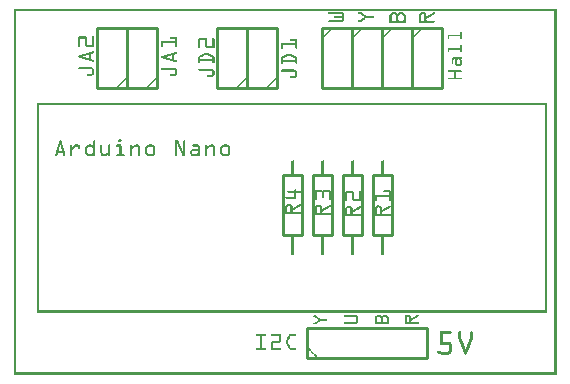
<source format=gto>
G04 MADE WITH FRITZING*
G04 WWW.FRITZING.ORG*
G04 DOUBLE SIDED*
G04 HOLES PLATED*
G04 CONTOUR ON CENTER OF CONTOUR VECTOR*
%ASAXBY*%
%FSLAX23Y23*%
%MOIN*%
%OFA0B0*%
%SFA1.0B1.0*%
%ADD10C,0.010000*%
%ADD11R,0.001000X0.001000*%
%LNSILK1*%
G90*
G70*
G54D10*
X896Y467D02*
X896Y667D01*
D02*
X896Y667D02*
X962Y667D01*
D02*
X962Y667D02*
X962Y467D01*
D02*
X962Y467D02*
X896Y467D01*
D02*
X996Y467D02*
X996Y667D01*
D02*
X996Y667D02*
X1062Y667D01*
D02*
X1062Y667D02*
X1062Y467D01*
D02*
X1062Y467D02*
X996Y467D01*
D02*
X1096Y467D02*
X1096Y667D01*
D02*
X1096Y667D02*
X1162Y667D01*
D02*
X1162Y667D02*
X1162Y467D01*
D02*
X1162Y467D02*
X1096Y467D01*
D02*
X1196Y467D02*
X1196Y667D01*
D02*
X1196Y667D02*
X1262Y667D01*
D02*
X1262Y667D02*
X1262Y467D01*
D02*
X1262Y467D02*
X1196Y467D01*
D02*
X1329Y1157D02*
X1329Y957D01*
D02*
X1329Y957D02*
X1429Y957D01*
D02*
X1429Y957D02*
X1429Y1157D01*
D02*
X1429Y1157D02*
X1329Y1157D01*
D02*
X1229Y1157D02*
X1229Y957D01*
D02*
X1229Y957D02*
X1329Y957D01*
D02*
X1329Y957D02*
X1329Y1157D01*
D02*
X1329Y1157D02*
X1229Y1157D01*
D02*
X1129Y1157D02*
X1129Y957D01*
D02*
X1129Y957D02*
X1229Y957D01*
D02*
X1229Y957D02*
X1229Y1157D01*
D02*
X1229Y1157D02*
X1129Y1157D01*
D02*
X1029Y1157D02*
X1029Y957D01*
D02*
X1029Y957D02*
X1129Y957D01*
D02*
X1129Y957D02*
X1129Y1157D01*
D02*
X1129Y1157D02*
X1029Y1157D01*
D02*
X979Y57D02*
X1379Y57D01*
D02*
X1379Y57D02*
X1379Y157D01*
D02*
X1379Y157D02*
X979Y157D01*
D02*
X979Y157D02*
X979Y57D01*
D02*
X779Y957D02*
X779Y1157D01*
D02*
X779Y1157D02*
X679Y1157D01*
D02*
X679Y1157D02*
X679Y957D01*
D02*
X679Y957D02*
X779Y957D01*
D02*
X879Y957D02*
X879Y1157D01*
D02*
X879Y1157D02*
X779Y1157D01*
D02*
X779Y1157D02*
X779Y957D01*
D02*
X779Y957D02*
X879Y957D01*
D02*
X379Y957D02*
X379Y1157D01*
D02*
X379Y1157D02*
X279Y1157D01*
D02*
X279Y1157D02*
X279Y957D01*
D02*
X279Y957D02*
X379Y957D01*
D02*
X479Y957D02*
X479Y1157D01*
D02*
X479Y1157D02*
X379Y1157D01*
D02*
X379Y1157D02*
X379Y957D01*
D02*
X379Y957D02*
X479Y957D01*
G54D11*
X0Y1220D02*
X1810Y1220D01*
X0Y1219D02*
X1810Y1219D01*
X0Y1218D02*
X1810Y1218D01*
X0Y1217D02*
X1810Y1217D01*
X0Y1216D02*
X1810Y1216D01*
X0Y1215D02*
X1810Y1215D01*
X0Y1214D02*
X1810Y1214D01*
X0Y1213D02*
X1810Y1213D01*
X0Y1212D02*
X7Y1212D01*
X1803Y1212D02*
X1810Y1212D01*
X0Y1211D02*
X7Y1211D01*
X1803Y1211D02*
X1810Y1211D01*
X0Y1210D02*
X7Y1210D01*
X1051Y1210D02*
X1094Y1210D01*
X1149Y1210D02*
X1158Y1210D01*
X1803Y1210D02*
X1810Y1210D01*
X0Y1209D02*
X7Y1209D01*
X1050Y1209D02*
X1096Y1209D01*
X1148Y1209D02*
X1160Y1209D01*
X1263Y1209D02*
X1272Y1209D01*
X1287Y1209D02*
X1295Y1209D01*
X1359Y1209D02*
X1368Y1209D01*
X1400Y1209D02*
X1403Y1209D01*
X1803Y1209D02*
X1810Y1209D01*
X0Y1208D02*
X7Y1208D01*
X1049Y1208D02*
X1098Y1208D01*
X1148Y1208D02*
X1161Y1208D01*
X1261Y1208D02*
X1274Y1208D01*
X1284Y1208D02*
X1298Y1208D01*
X1357Y1208D02*
X1370Y1208D01*
X1399Y1208D02*
X1404Y1208D01*
X1803Y1208D02*
X1810Y1208D01*
X0Y1207D02*
X7Y1207D01*
X1049Y1207D02*
X1099Y1207D01*
X1148Y1207D02*
X1162Y1207D01*
X1259Y1207D02*
X1276Y1207D01*
X1282Y1207D02*
X1300Y1207D01*
X1355Y1207D02*
X1371Y1207D01*
X1397Y1207D02*
X1404Y1207D01*
X1803Y1207D02*
X1810Y1207D01*
X0Y1206D02*
X7Y1206D01*
X1049Y1206D02*
X1101Y1206D01*
X1148Y1206D02*
X1163Y1206D01*
X1258Y1206D02*
X1277Y1206D01*
X1281Y1206D02*
X1301Y1206D01*
X1354Y1206D02*
X1372Y1206D01*
X1395Y1206D02*
X1405Y1206D01*
X1803Y1206D02*
X1810Y1206D01*
X0Y1205D02*
X7Y1205D01*
X1049Y1205D02*
X1102Y1205D01*
X1149Y1205D02*
X1165Y1205D01*
X1257Y1205D02*
X1278Y1205D01*
X1280Y1205D02*
X1302Y1205D01*
X1354Y1205D02*
X1373Y1205D01*
X1394Y1205D02*
X1405Y1205D01*
X1803Y1205D02*
X1810Y1205D01*
X0Y1204D02*
X7Y1204D01*
X1051Y1204D02*
X1102Y1204D01*
X1150Y1204D02*
X1166Y1204D01*
X1256Y1204D02*
X1303Y1204D01*
X1353Y1204D02*
X1374Y1204D01*
X1392Y1204D02*
X1404Y1204D01*
X1803Y1204D02*
X1810Y1204D01*
X0Y1203D02*
X7Y1203D01*
X1093Y1203D02*
X1102Y1203D01*
X1157Y1203D02*
X1167Y1203D01*
X1255Y1203D02*
X1304Y1203D01*
X1352Y1203D02*
X1374Y1203D01*
X1390Y1203D02*
X1403Y1203D01*
X1803Y1203D02*
X1810Y1203D01*
X0Y1202D02*
X7Y1202D01*
X1095Y1202D02*
X1102Y1202D01*
X1158Y1202D02*
X1168Y1202D01*
X1254Y1202D02*
X1263Y1202D01*
X1272Y1202D02*
X1287Y1202D01*
X1295Y1202D02*
X1304Y1202D01*
X1352Y1202D02*
X1359Y1202D01*
X1367Y1202D02*
X1375Y1202D01*
X1388Y1202D02*
X1401Y1202D01*
X1803Y1202D02*
X1810Y1202D01*
X0Y1201D02*
X7Y1201D01*
X1096Y1201D02*
X1102Y1201D01*
X1159Y1201D02*
X1170Y1201D01*
X1254Y1201D02*
X1262Y1201D01*
X1273Y1201D02*
X1285Y1201D01*
X1297Y1201D02*
X1305Y1201D01*
X1352Y1201D02*
X1358Y1201D01*
X1368Y1201D02*
X1375Y1201D01*
X1387Y1201D02*
X1400Y1201D01*
X1803Y1201D02*
X1810Y1201D01*
X0Y1200D02*
X7Y1200D01*
X1096Y1200D02*
X1102Y1200D01*
X1161Y1200D02*
X1171Y1200D01*
X1254Y1200D02*
X1261Y1200D01*
X1274Y1200D02*
X1284Y1200D01*
X1298Y1200D02*
X1305Y1200D01*
X1352Y1200D02*
X1358Y1200D01*
X1369Y1200D02*
X1375Y1200D01*
X1385Y1200D02*
X1398Y1200D01*
X1803Y1200D02*
X1810Y1200D01*
X0Y1199D02*
X7Y1199D01*
X1096Y1199D02*
X1102Y1199D01*
X1162Y1199D02*
X1172Y1199D01*
X1253Y1199D02*
X1260Y1199D01*
X1275Y1199D02*
X1283Y1199D01*
X1299Y1199D02*
X1305Y1199D01*
X1352Y1199D02*
X1358Y1199D01*
X1369Y1199D02*
X1375Y1199D01*
X1383Y1199D02*
X1396Y1199D01*
X1803Y1199D02*
X1810Y1199D01*
X0Y1198D02*
X7Y1198D01*
X1095Y1198D02*
X1102Y1198D01*
X1163Y1198D02*
X1174Y1198D01*
X1253Y1198D02*
X1259Y1198D01*
X1276Y1198D02*
X1283Y1198D01*
X1299Y1198D02*
X1306Y1198D01*
X1352Y1198D02*
X1358Y1198D01*
X1369Y1198D02*
X1375Y1198D01*
X1382Y1198D02*
X1395Y1198D01*
X1803Y1198D02*
X1810Y1198D01*
X0Y1197D02*
X7Y1197D01*
X1093Y1197D02*
X1102Y1197D01*
X1164Y1197D02*
X1175Y1197D01*
X1253Y1197D02*
X1259Y1197D01*
X1276Y1197D02*
X1282Y1197D01*
X1300Y1197D02*
X1306Y1197D01*
X1352Y1197D02*
X1358Y1197D01*
X1369Y1197D02*
X1375Y1197D01*
X1380Y1197D02*
X1393Y1197D01*
X1803Y1197D02*
X1810Y1197D01*
X0Y1196D02*
X7Y1196D01*
X1068Y1196D02*
X1102Y1196D01*
X1166Y1196D02*
X1200Y1196D01*
X1253Y1196D02*
X1259Y1196D01*
X1276Y1196D02*
X1282Y1196D01*
X1300Y1196D02*
X1306Y1196D01*
X1352Y1196D02*
X1358Y1196D01*
X1369Y1196D02*
X1375Y1196D01*
X1378Y1196D02*
X1391Y1196D01*
X1803Y1196D02*
X1810Y1196D01*
X0Y1195D02*
X7Y1195D01*
X1067Y1195D02*
X1102Y1195D01*
X1167Y1195D02*
X1200Y1195D01*
X1253Y1195D02*
X1259Y1195D01*
X1276Y1195D02*
X1282Y1195D01*
X1300Y1195D02*
X1306Y1195D01*
X1352Y1195D02*
X1358Y1195D01*
X1369Y1195D02*
X1389Y1195D01*
X1803Y1195D02*
X1810Y1195D01*
X0Y1194D02*
X7Y1194D01*
X1067Y1194D02*
X1101Y1194D01*
X1168Y1194D02*
X1201Y1194D01*
X1253Y1194D02*
X1259Y1194D01*
X1276Y1194D02*
X1282Y1194D01*
X1300Y1194D02*
X1306Y1194D01*
X1352Y1194D02*
X1358Y1194D01*
X1369Y1194D02*
X1388Y1194D01*
X1803Y1194D02*
X1810Y1194D01*
X0Y1193D02*
X7Y1193D01*
X1067Y1193D02*
X1100Y1193D01*
X1168Y1193D02*
X1201Y1193D01*
X1253Y1193D02*
X1259Y1193D01*
X1276Y1193D02*
X1282Y1193D01*
X1300Y1193D02*
X1306Y1193D01*
X1352Y1193D02*
X1358Y1193D01*
X1369Y1193D02*
X1386Y1193D01*
X1803Y1193D02*
X1810Y1193D01*
X0Y1192D02*
X7Y1192D01*
X1067Y1192D02*
X1101Y1192D01*
X1167Y1192D02*
X1200Y1192D01*
X1253Y1192D02*
X1259Y1192D01*
X1276Y1192D02*
X1282Y1192D01*
X1300Y1192D02*
X1306Y1192D01*
X1352Y1192D02*
X1358Y1192D01*
X1369Y1192D02*
X1384Y1192D01*
X1803Y1192D02*
X1810Y1192D01*
X0Y1191D02*
X7Y1191D01*
X1067Y1191D02*
X1102Y1191D01*
X1166Y1191D02*
X1200Y1191D01*
X1253Y1191D02*
X1259Y1191D01*
X1276Y1191D02*
X1282Y1191D01*
X1300Y1191D02*
X1306Y1191D01*
X1352Y1191D02*
X1358Y1191D01*
X1369Y1191D02*
X1383Y1191D01*
X1803Y1191D02*
X1810Y1191D01*
X0Y1190D02*
X7Y1190D01*
X1069Y1190D02*
X1102Y1190D01*
X1164Y1190D02*
X1197Y1190D01*
X1253Y1190D02*
X1259Y1190D01*
X1276Y1190D02*
X1282Y1190D01*
X1300Y1190D02*
X1306Y1190D01*
X1352Y1190D02*
X1358Y1190D01*
X1369Y1190D02*
X1381Y1190D01*
X1803Y1190D02*
X1810Y1190D01*
X0Y1189D02*
X7Y1189D01*
X1094Y1189D02*
X1102Y1189D01*
X1163Y1189D02*
X1174Y1189D01*
X1253Y1189D02*
X1259Y1189D01*
X1276Y1189D02*
X1282Y1189D01*
X1300Y1189D02*
X1306Y1189D01*
X1352Y1189D02*
X1358Y1189D01*
X1369Y1189D02*
X1379Y1189D01*
X1803Y1189D02*
X1810Y1189D01*
X0Y1188D02*
X7Y1188D01*
X1095Y1188D02*
X1102Y1188D01*
X1162Y1188D02*
X1172Y1188D01*
X1253Y1188D02*
X1259Y1188D01*
X1276Y1188D02*
X1282Y1188D01*
X1300Y1188D02*
X1306Y1188D01*
X1352Y1188D02*
X1358Y1188D01*
X1369Y1188D02*
X1377Y1188D01*
X1803Y1188D02*
X1810Y1188D01*
X0Y1187D02*
X7Y1187D01*
X1096Y1187D02*
X1102Y1187D01*
X1161Y1187D02*
X1171Y1187D01*
X1253Y1187D02*
X1259Y1187D01*
X1276Y1187D02*
X1282Y1187D01*
X1300Y1187D02*
X1306Y1187D01*
X1352Y1187D02*
X1358Y1187D01*
X1369Y1187D02*
X1376Y1187D01*
X1803Y1187D02*
X1810Y1187D01*
X0Y1186D02*
X7Y1186D01*
X1096Y1186D02*
X1102Y1186D01*
X1159Y1186D02*
X1170Y1186D01*
X1253Y1186D02*
X1259Y1186D01*
X1276Y1186D02*
X1282Y1186D01*
X1300Y1186D02*
X1306Y1186D01*
X1352Y1186D02*
X1358Y1186D01*
X1369Y1186D02*
X1375Y1186D01*
X1803Y1186D02*
X1810Y1186D01*
X0Y1185D02*
X7Y1185D01*
X1096Y1185D02*
X1102Y1185D01*
X1158Y1185D02*
X1169Y1185D01*
X1253Y1185D02*
X1259Y1185D01*
X1276Y1185D02*
X1282Y1185D01*
X1300Y1185D02*
X1306Y1185D01*
X1352Y1185D02*
X1358Y1185D01*
X1369Y1185D02*
X1375Y1185D01*
X1803Y1185D02*
X1810Y1185D01*
X0Y1184D02*
X7Y1184D01*
X1095Y1184D02*
X1102Y1184D01*
X1157Y1184D02*
X1167Y1184D01*
X1253Y1184D02*
X1259Y1184D01*
X1276Y1184D02*
X1282Y1184D01*
X1300Y1184D02*
X1306Y1184D01*
X1352Y1184D02*
X1358Y1184D01*
X1369Y1184D02*
X1375Y1184D01*
X1803Y1184D02*
X1810Y1184D01*
X0Y1183D02*
X7Y1183D01*
X1093Y1183D02*
X1102Y1183D01*
X1150Y1183D02*
X1166Y1183D01*
X1253Y1183D02*
X1259Y1183D01*
X1276Y1183D02*
X1282Y1183D01*
X1300Y1183D02*
X1306Y1183D01*
X1352Y1183D02*
X1358Y1183D01*
X1369Y1183D02*
X1375Y1183D01*
X1803Y1183D02*
X1810Y1183D01*
X0Y1182D02*
X7Y1182D01*
X1050Y1182D02*
X1102Y1182D01*
X1149Y1182D02*
X1165Y1182D01*
X1253Y1182D02*
X1259Y1182D01*
X1276Y1182D02*
X1283Y1182D01*
X1299Y1182D02*
X1306Y1182D01*
X1352Y1182D02*
X1358Y1182D01*
X1369Y1182D02*
X1376Y1182D01*
X1803Y1182D02*
X1810Y1182D01*
X0Y1181D02*
X7Y1181D01*
X1049Y1181D02*
X1102Y1181D01*
X1148Y1181D02*
X1163Y1181D01*
X1253Y1181D02*
X1306Y1181D01*
X1352Y1181D02*
X1403Y1181D01*
X1803Y1181D02*
X1810Y1181D01*
X0Y1180D02*
X7Y1180D01*
X1049Y1180D02*
X1101Y1180D01*
X1148Y1180D02*
X1162Y1180D01*
X1253Y1180D02*
X1306Y1180D01*
X1352Y1180D02*
X1404Y1180D01*
X1803Y1180D02*
X1810Y1180D01*
X0Y1179D02*
X7Y1179D01*
X1049Y1179D02*
X1099Y1179D01*
X1148Y1179D02*
X1161Y1179D01*
X1253Y1179D02*
X1306Y1179D01*
X1352Y1179D02*
X1405Y1179D01*
X1803Y1179D02*
X1810Y1179D01*
X0Y1178D02*
X7Y1178D01*
X1049Y1178D02*
X1097Y1178D01*
X1148Y1178D02*
X1160Y1178D01*
X1253Y1178D02*
X1306Y1178D01*
X1352Y1178D02*
X1405Y1178D01*
X1803Y1178D02*
X1810Y1178D01*
X0Y1177D02*
X7Y1177D01*
X1050Y1177D02*
X1096Y1177D01*
X1149Y1177D02*
X1158Y1177D01*
X1253Y1177D02*
X1306Y1177D01*
X1352Y1177D02*
X1404Y1177D01*
X1803Y1177D02*
X1810Y1177D01*
X0Y1176D02*
X7Y1176D01*
X1051Y1176D02*
X1094Y1176D01*
X1253Y1176D02*
X1306Y1176D01*
X1352Y1176D02*
X1404Y1176D01*
X1803Y1176D02*
X1810Y1176D01*
X0Y1175D02*
X7Y1175D01*
X1253Y1175D02*
X1306Y1175D01*
X1352Y1175D02*
X1402Y1175D01*
X1803Y1175D02*
X1810Y1175D01*
X0Y1174D02*
X7Y1174D01*
X1803Y1174D02*
X1810Y1174D01*
X0Y1173D02*
X7Y1173D01*
X1803Y1173D02*
X1810Y1173D01*
X0Y1172D02*
X7Y1172D01*
X1803Y1172D02*
X1810Y1172D01*
X0Y1171D02*
X7Y1171D01*
X1803Y1171D02*
X1810Y1171D01*
X0Y1170D02*
X7Y1170D01*
X1803Y1170D02*
X1810Y1170D01*
X0Y1169D02*
X7Y1169D01*
X1803Y1169D02*
X1810Y1169D01*
X0Y1168D02*
X7Y1168D01*
X1803Y1168D02*
X1810Y1168D01*
X0Y1167D02*
X7Y1167D01*
X1803Y1167D02*
X1810Y1167D01*
X0Y1166D02*
X7Y1166D01*
X1803Y1166D02*
X1810Y1166D01*
X0Y1165D02*
X7Y1165D01*
X1803Y1165D02*
X1810Y1165D01*
X0Y1164D02*
X7Y1164D01*
X1803Y1164D02*
X1810Y1164D01*
X0Y1163D02*
X7Y1163D01*
X1803Y1163D02*
X1810Y1163D01*
X0Y1162D02*
X7Y1162D01*
X1803Y1162D02*
X1810Y1162D01*
X0Y1161D02*
X7Y1161D01*
X1803Y1161D02*
X1810Y1161D01*
X0Y1160D02*
X7Y1160D01*
X1803Y1160D02*
X1810Y1160D01*
X0Y1159D02*
X7Y1159D01*
X1803Y1159D02*
X1810Y1159D01*
X0Y1158D02*
X7Y1158D01*
X1061Y1158D02*
X1062Y1158D01*
X1161Y1158D02*
X1162Y1158D01*
X1261Y1158D02*
X1262Y1158D01*
X1361Y1158D02*
X1362Y1158D01*
X1803Y1158D02*
X1810Y1158D01*
X0Y1157D02*
X7Y1157D01*
X1060Y1157D02*
X1063Y1157D01*
X1160Y1157D02*
X1163Y1157D01*
X1260Y1157D02*
X1263Y1157D01*
X1360Y1157D02*
X1363Y1157D01*
X1803Y1157D02*
X1810Y1157D01*
X0Y1156D02*
X7Y1156D01*
X1059Y1156D02*
X1064Y1156D01*
X1159Y1156D02*
X1164Y1156D01*
X1259Y1156D02*
X1264Y1156D01*
X1359Y1156D02*
X1364Y1156D01*
X1803Y1156D02*
X1810Y1156D01*
X0Y1155D02*
X7Y1155D01*
X1058Y1155D02*
X1064Y1155D01*
X1158Y1155D02*
X1164Y1155D01*
X1258Y1155D02*
X1264Y1155D01*
X1358Y1155D02*
X1364Y1155D01*
X1803Y1155D02*
X1810Y1155D01*
X0Y1154D02*
X7Y1154D01*
X1057Y1154D02*
X1063Y1154D01*
X1157Y1154D02*
X1163Y1154D01*
X1257Y1154D02*
X1263Y1154D01*
X1357Y1154D02*
X1363Y1154D01*
X1803Y1154D02*
X1810Y1154D01*
X0Y1153D02*
X7Y1153D01*
X1056Y1153D02*
X1062Y1153D01*
X1156Y1153D02*
X1162Y1153D01*
X1256Y1153D02*
X1262Y1153D01*
X1356Y1153D02*
X1362Y1153D01*
X1803Y1153D02*
X1810Y1153D01*
X0Y1152D02*
X7Y1152D01*
X1055Y1152D02*
X1061Y1152D01*
X1155Y1152D02*
X1161Y1152D01*
X1255Y1152D02*
X1261Y1152D01*
X1355Y1152D02*
X1361Y1152D01*
X1803Y1152D02*
X1810Y1152D01*
X0Y1151D02*
X7Y1151D01*
X1054Y1151D02*
X1060Y1151D01*
X1154Y1151D02*
X1160Y1151D01*
X1254Y1151D02*
X1260Y1151D01*
X1354Y1151D02*
X1360Y1151D01*
X1803Y1151D02*
X1810Y1151D01*
X0Y1150D02*
X7Y1150D01*
X1053Y1150D02*
X1059Y1150D01*
X1153Y1150D02*
X1159Y1150D01*
X1253Y1150D02*
X1259Y1150D01*
X1353Y1150D02*
X1359Y1150D01*
X1803Y1150D02*
X1810Y1150D01*
X0Y1149D02*
X7Y1149D01*
X1052Y1149D02*
X1058Y1149D01*
X1152Y1149D02*
X1158Y1149D01*
X1252Y1149D02*
X1258Y1149D01*
X1352Y1149D02*
X1358Y1149D01*
X1803Y1149D02*
X1810Y1149D01*
X0Y1148D02*
X7Y1148D01*
X1051Y1148D02*
X1057Y1148D01*
X1151Y1148D02*
X1157Y1148D01*
X1251Y1148D02*
X1257Y1148D01*
X1351Y1148D02*
X1357Y1148D01*
X1803Y1148D02*
X1810Y1148D01*
X0Y1147D02*
X7Y1147D01*
X1050Y1147D02*
X1056Y1147D01*
X1150Y1147D02*
X1156Y1147D01*
X1250Y1147D02*
X1256Y1147D01*
X1350Y1147D02*
X1356Y1147D01*
X1803Y1147D02*
X1810Y1147D01*
X0Y1146D02*
X7Y1146D01*
X1049Y1146D02*
X1055Y1146D01*
X1149Y1146D02*
X1155Y1146D01*
X1249Y1146D02*
X1255Y1146D01*
X1349Y1146D02*
X1355Y1146D01*
X1803Y1146D02*
X1810Y1146D01*
X0Y1145D02*
X7Y1145D01*
X1048Y1145D02*
X1054Y1145D01*
X1148Y1145D02*
X1154Y1145D01*
X1248Y1145D02*
X1254Y1145D01*
X1348Y1145D02*
X1354Y1145D01*
X1803Y1145D02*
X1810Y1145D01*
X0Y1144D02*
X7Y1144D01*
X1047Y1144D02*
X1053Y1144D01*
X1147Y1144D02*
X1153Y1144D01*
X1247Y1144D02*
X1253Y1144D01*
X1347Y1144D02*
X1353Y1144D01*
X1803Y1144D02*
X1810Y1144D01*
X0Y1143D02*
X7Y1143D01*
X1046Y1143D02*
X1052Y1143D01*
X1146Y1143D02*
X1152Y1143D01*
X1246Y1143D02*
X1252Y1143D01*
X1346Y1143D02*
X1352Y1143D01*
X1490Y1143D02*
X1492Y1143D01*
X1803Y1143D02*
X1810Y1143D01*
X0Y1142D02*
X7Y1142D01*
X1045Y1142D02*
X1051Y1142D01*
X1145Y1142D02*
X1151Y1142D01*
X1245Y1142D02*
X1251Y1142D01*
X1345Y1142D02*
X1351Y1142D01*
X1489Y1142D02*
X1493Y1142D01*
X1803Y1142D02*
X1810Y1142D01*
X0Y1141D02*
X7Y1141D01*
X1044Y1141D02*
X1050Y1141D01*
X1144Y1141D02*
X1150Y1141D01*
X1244Y1141D02*
X1250Y1141D01*
X1344Y1141D02*
X1350Y1141D01*
X1488Y1141D02*
X1493Y1141D01*
X1803Y1141D02*
X1810Y1141D01*
X0Y1140D02*
X7Y1140D01*
X1043Y1140D02*
X1048Y1140D01*
X1143Y1140D02*
X1148Y1140D01*
X1243Y1140D02*
X1248Y1140D01*
X1343Y1140D02*
X1348Y1140D01*
X1488Y1140D02*
X1493Y1140D01*
X1803Y1140D02*
X1810Y1140D01*
X0Y1139D02*
X7Y1139D01*
X1042Y1139D02*
X1047Y1139D01*
X1142Y1139D02*
X1147Y1139D01*
X1242Y1139D02*
X1247Y1139D01*
X1342Y1139D02*
X1347Y1139D01*
X1488Y1139D02*
X1493Y1139D01*
X1803Y1139D02*
X1810Y1139D01*
X0Y1138D02*
X7Y1138D01*
X1041Y1138D02*
X1046Y1138D01*
X1141Y1138D02*
X1146Y1138D01*
X1241Y1138D02*
X1246Y1138D01*
X1341Y1138D02*
X1346Y1138D01*
X1488Y1138D02*
X1493Y1138D01*
X1803Y1138D02*
X1810Y1138D01*
X0Y1137D02*
X7Y1137D01*
X1040Y1137D02*
X1045Y1137D01*
X1140Y1137D02*
X1145Y1137D01*
X1240Y1137D02*
X1245Y1137D01*
X1340Y1137D02*
X1345Y1137D01*
X1488Y1137D02*
X1493Y1137D01*
X1803Y1137D02*
X1810Y1137D01*
X0Y1136D02*
X7Y1136D01*
X1039Y1136D02*
X1044Y1136D01*
X1139Y1136D02*
X1144Y1136D01*
X1239Y1136D02*
X1244Y1136D01*
X1339Y1136D02*
X1344Y1136D01*
X1488Y1136D02*
X1493Y1136D01*
X1803Y1136D02*
X1810Y1136D01*
X0Y1135D02*
X7Y1135D01*
X1038Y1135D02*
X1044Y1135D01*
X1138Y1135D02*
X1144Y1135D01*
X1238Y1135D02*
X1244Y1135D01*
X1338Y1135D02*
X1344Y1135D01*
X1488Y1135D02*
X1493Y1135D01*
X1803Y1135D02*
X1810Y1135D01*
X0Y1134D02*
X7Y1134D01*
X1037Y1134D02*
X1043Y1134D01*
X1137Y1134D02*
X1143Y1134D01*
X1237Y1134D02*
X1243Y1134D01*
X1337Y1134D02*
X1343Y1134D01*
X1449Y1134D02*
X1493Y1134D01*
X1803Y1134D02*
X1810Y1134D01*
X0Y1133D02*
X7Y1133D01*
X1036Y1133D02*
X1042Y1133D01*
X1136Y1133D02*
X1142Y1133D01*
X1236Y1133D02*
X1242Y1133D01*
X1336Y1133D02*
X1342Y1133D01*
X1448Y1133D02*
X1493Y1133D01*
X1803Y1133D02*
X1810Y1133D01*
X0Y1132D02*
X7Y1132D01*
X1035Y1132D02*
X1041Y1132D01*
X1135Y1132D02*
X1141Y1132D01*
X1235Y1132D02*
X1241Y1132D01*
X1335Y1132D02*
X1341Y1132D01*
X1447Y1132D02*
X1493Y1132D01*
X1803Y1132D02*
X1810Y1132D01*
X0Y1131D02*
X7Y1131D01*
X1034Y1131D02*
X1040Y1131D01*
X1134Y1131D02*
X1140Y1131D01*
X1234Y1131D02*
X1240Y1131D01*
X1334Y1131D02*
X1340Y1131D01*
X1447Y1131D02*
X1493Y1131D01*
X1803Y1131D02*
X1810Y1131D01*
X0Y1130D02*
X7Y1130D01*
X1033Y1130D02*
X1039Y1130D01*
X1133Y1130D02*
X1139Y1130D01*
X1233Y1130D02*
X1239Y1130D01*
X1333Y1130D02*
X1339Y1130D01*
X1447Y1130D02*
X1493Y1130D01*
X1803Y1130D02*
X1810Y1130D01*
X0Y1129D02*
X7Y1129D01*
X1032Y1129D02*
X1038Y1129D01*
X1132Y1129D02*
X1138Y1129D01*
X1232Y1129D02*
X1238Y1129D01*
X1332Y1129D02*
X1338Y1129D01*
X1447Y1129D02*
X1493Y1129D01*
X1803Y1129D02*
X1810Y1129D01*
X0Y1128D02*
X7Y1128D01*
X219Y1128D02*
X241Y1128D01*
X263Y1128D02*
X267Y1128D01*
X1031Y1128D02*
X1037Y1128D01*
X1131Y1128D02*
X1137Y1128D01*
X1231Y1128D02*
X1237Y1128D01*
X1331Y1128D02*
X1337Y1128D01*
X1447Y1128D02*
X1452Y1128D01*
X1488Y1128D02*
X1493Y1128D01*
X1803Y1128D02*
X1810Y1128D01*
X0Y1127D02*
X7Y1127D01*
X217Y1127D02*
X242Y1127D01*
X262Y1127D02*
X267Y1127D01*
X1030Y1127D02*
X1036Y1127D01*
X1130Y1127D02*
X1136Y1127D01*
X1230Y1127D02*
X1236Y1127D01*
X1330Y1127D02*
X1336Y1127D01*
X1447Y1127D02*
X1452Y1127D01*
X1488Y1127D02*
X1493Y1127D01*
X1803Y1127D02*
X1810Y1127D01*
X0Y1126D02*
X7Y1126D01*
X216Y1126D02*
X243Y1126D01*
X262Y1126D02*
X268Y1126D01*
X523Y1126D02*
X544Y1126D01*
X1029Y1126D02*
X1035Y1126D01*
X1129Y1126D02*
X1135Y1126D01*
X1229Y1126D02*
X1235Y1126D01*
X1329Y1126D02*
X1335Y1126D01*
X1447Y1126D02*
X1452Y1126D01*
X1488Y1126D02*
X1493Y1126D01*
X1803Y1126D02*
X1810Y1126D01*
X0Y1125D02*
X7Y1125D01*
X216Y1125D02*
X244Y1125D01*
X262Y1125D02*
X268Y1125D01*
X522Y1125D02*
X544Y1125D01*
X1028Y1125D02*
X1034Y1125D01*
X1128Y1125D02*
X1134Y1125D01*
X1228Y1125D02*
X1234Y1125D01*
X1328Y1125D02*
X1334Y1125D01*
X1447Y1125D02*
X1452Y1125D01*
X1488Y1125D02*
X1493Y1125D01*
X1803Y1125D02*
X1810Y1125D01*
X0Y1124D02*
X7Y1124D01*
X215Y1124D02*
X244Y1124D01*
X262Y1124D02*
X268Y1124D01*
X521Y1124D02*
X545Y1124D01*
X621Y1124D02*
X640Y1124D01*
X665Y1124D02*
X666Y1124D01*
X1027Y1124D02*
X1033Y1124D01*
X1127Y1124D02*
X1133Y1124D01*
X1227Y1124D02*
X1233Y1124D01*
X1327Y1124D02*
X1333Y1124D01*
X1447Y1124D02*
X1452Y1124D01*
X1488Y1124D02*
X1493Y1124D01*
X1803Y1124D02*
X1810Y1124D01*
X0Y1123D02*
X7Y1123D01*
X215Y1123D02*
X244Y1123D01*
X262Y1123D02*
X268Y1123D01*
X521Y1123D02*
X545Y1123D01*
X619Y1123D02*
X642Y1123D01*
X664Y1123D02*
X668Y1123D01*
X1028Y1123D02*
X1032Y1123D01*
X1128Y1123D02*
X1132Y1123D01*
X1228Y1123D02*
X1232Y1123D01*
X1328Y1123D02*
X1332Y1123D01*
X1447Y1123D02*
X1452Y1123D01*
X1488Y1123D02*
X1493Y1123D01*
X1803Y1123D02*
X1810Y1123D01*
X0Y1122D02*
X7Y1122D01*
X215Y1122D02*
X244Y1122D01*
X262Y1122D02*
X268Y1122D01*
X522Y1122D02*
X545Y1122D01*
X618Y1122D02*
X643Y1122D01*
X663Y1122D02*
X668Y1122D01*
X1029Y1122D02*
X1031Y1122D01*
X1129Y1122D02*
X1131Y1122D01*
X1229Y1122D02*
X1231Y1122D01*
X1329Y1122D02*
X1331Y1122D01*
X1447Y1122D02*
X1452Y1122D01*
X1488Y1122D02*
X1493Y1122D01*
X1803Y1122D02*
X1810Y1122D01*
X0Y1121D02*
X7Y1121D01*
X215Y1121D02*
X221Y1121D01*
X238Y1121D02*
X244Y1121D01*
X262Y1121D02*
X268Y1121D01*
X522Y1121D02*
X545Y1121D01*
X617Y1121D02*
X644Y1121D01*
X663Y1121D02*
X669Y1121D01*
X923Y1121D02*
X943Y1121D01*
X1030Y1121D02*
X1030Y1121D01*
X1130Y1121D02*
X1130Y1121D01*
X1230Y1121D02*
X1230Y1121D01*
X1330Y1121D02*
X1330Y1121D01*
X1447Y1121D02*
X1452Y1121D01*
X1489Y1121D02*
X1493Y1121D01*
X1803Y1121D02*
X1810Y1121D01*
X0Y1120D02*
X7Y1120D01*
X215Y1120D02*
X221Y1120D01*
X238Y1120D02*
X244Y1120D01*
X262Y1120D02*
X268Y1120D01*
X524Y1120D02*
X545Y1120D01*
X616Y1120D02*
X645Y1120D01*
X663Y1120D02*
X669Y1120D01*
X922Y1120D02*
X944Y1120D01*
X1448Y1120D02*
X1451Y1120D01*
X1489Y1120D02*
X1492Y1120D01*
X1803Y1120D02*
X1810Y1120D01*
X0Y1119D02*
X7Y1119D01*
X215Y1119D02*
X221Y1119D01*
X238Y1119D02*
X244Y1119D01*
X262Y1119D02*
X268Y1119D01*
X539Y1119D02*
X545Y1119D01*
X616Y1119D02*
X645Y1119D01*
X663Y1119D02*
X669Y1119D01*
X921Y1119D02*
X944Y1119D01*
X1803Y1119D02*
X1810Y1119D01*
X0Y1118D02*
X7Y1118D01*
X215Y1118D02*
X221Y1118D01*
X238Y1118D02*
X244Y1118D01*
X262Y1118D02*
X268Y1118D01*
X539Y1118D02*
X545Y1118D01*
X616Y1118D02*
X645Y1118D01*
X663Y1118D02*
X669Y1118D01*
X921Y1118D02*
X945Y1118D01*
X1803Y1118D02*
X1810Y1118D01*
X0Y1117D02*
X7Y1117D01*
X215Y1117D02*
X221Y1117D01*
X238Y1117D02*
X244Y1117D01*
X262Y1117D02*
X268Y1117D01*
X539Y1117D02*
X545Y1117D01*
X616Y1117D02*
X622Y1117D01*
X639Y1117D02*
X645Y1117D01*
X663Y1117D02*
X669Y1117D01*
X921Y1117D02*
X945Y1117D01*
X1803Y1117D02*
X1810Y1117D01*
X0Y1116D02*
X7Y1116D01*
X215Y1116D02*
X221Y1116D01*
X238Y1116D02*
X244Y1116D01*
X262Y1116D02*
X268Y1116D01*
X539Y1116D02*
X545Y1116D01*
X616Y1116D02*
X622Y1116D01*
X639Y1116D02*
X645Y1116D01*
X663Y1116D02*
X669Y1116D01*
X922Y1116D02*
X945Y1116D01*
X1803Y1116D02*
X1810Y1116D01*
X0Y1115D02*
X7Y1115D01*
X215Y1115D02*
X221Y1115D01*
X238Y1115D02*
X244Y1115D01*
X262Y1115D02*
X268Y1115D01*
X539Y1115D02*
X545Y1115D01*
X616Y1115D02*
X622Y1115D01*
X639Y1115D02*
X645Y1115D01*
X663Y1115D02*
X669Y1115D01*
X923Y1115D02*
X945Y1115D01*
X1803Y1115D02*
X1810Y1115D01*
X0Y1114D02*
X7Y1114D01*
X215Y1114D02*
X221Y1114D01*
X238Y1114D02*
X244Y1114D01*
X262Y1114D02*
X268Y1114D01*
X539Y1114D02*
X545Y1114D01*
X616Y1114D02*
X622Y1114D01*
X639Y1114D02*
X645Y1114D01*
X663Y1114D02*
X669Y1114D01*
X939Y1114D02*
X945Y1114D01*
X1803Y1114D02*
X1810Y1114D01*
X0Y1113D02*
X7Y1113D01*
X215Y1113D02*
X221Y1113D01*
X238Y1113D02*
X244Y1113D01*
X262Y1113D02*
X268Y1113D01*
X492Y1113D02*
X545Y1113D01*
X616Y1113D02*
X622Y1113D01*
X639Y1113D02*
X645Y1113D01*
X663Y1113D02*
X669Y1113D01*
X939Y1113D02*
X945Y1113D01*
X1803Y1113D02*
X1810Y1113D01*
X0Y1112D02*
X7Y1112D01*
X215Y1112D02*
X221Y1112D01*
X238Y1112D02*
X244Y1112D01*
X262Y1112D02*
X268Y1112D01*
X492Y1112D02*
X545Y1112D01*
X616Y1112D02*
X622Y1112D01*
X639Y1112D02*
X645Y1112D01*
X663Y1112D02*
X669Y1112D01*
X939Y1112D02*
X945Y1112D01*
X1803Y1112D02*
X1810Y1112D01*
X0Y1111D02*
X7Y1111D01*
X215Y1111D02*
X221Y1111D01*
X238Y1111D02*
X244Y1111D01*
X262Y1111D02*
X268Y1111D01*
X492Y1111D02*
X545Y1111D01*
X616Y1111D02*
X622Y1111D01*
X639Y1111D02*
X645Y1111D01*
X663Y1111D02*
X669Y1111D01*
X939Y1111D02*
X945Y1111D01*
X1803Y1111D02*
X1810Y1111D01*
X0Y1110D02*
X7Y1110D01*
X215Y1110D02*
X221Y1110D01*
X238Y1110D02*
X244Y1110D01*
X262Y1110D02*
X268Y1110D01*
X492Y1110D02*
X545Y1110D01*
X616Y1110D02*
X622Y1110D01*
X639Y1110D02*
X645Y1110D01*
X663Y1110D02*
X669Y1110D01*
X939Y1110D02*
X945Y1110D01*
X1803Y1110D02*
X1810Y1110D01*
X0Y1109D02*
X7Y1109D01*
X215Y1109D02*
X221Y1109D01*
X238Y1109D02*
X244Y1109D01*
X262Y1109D02*
X268Y1109D01*
X492Y1109D02*
X545Y1109D01*
X616Y1109D02*
X622Y1109D01*
X639Y1109D02*
X645Y1109D01*
X663Y1109D02*
X669Y1109D01*
X939Y1109D02*
X945Y1109D01*
X1803Y1109D02*
X1810Y1109D01*
X0Y1108D02*
X7Y1108D01*
X215Y1108D02*
X221Y1108D01*
X238Y1108D02*
X244Y1108D01*
X262Y1108D02*
X268Y1108D01*
X492Y1108D02*
X545Y1108D01*
X616Y1108D02*
X622Y1108D01*
X639Y1108D02*
X645Y1108D01*
X663Y1108D02*
X669Y1108D01*
X939Y1108D02*
X945Y1108D01*
X1803Y1108D02*
X1810Y1108D01*
X0Y1107D02*
X7Y1107D01*
X215Y1107D02*
X221Y1107D01*
X238Y1107D02*
X244Y1107D01*
X262Y1107D02*
X268Y1107D01*
X492Y1107D02*
X545Y1107D01*
X616Y1107D02*
X622Y1107D01*
X639Y1107D02*
X645Y1107D01*
X663Y1107D02*
X669Y1107D01*
X891Y1107D02*
X945Y1107D01*
X1803Y1107D02*
X1810Y1107D01*
X0Y1106D02*
X7Y1106D01*
X215Y1106D02*
X221Y1106D01*
X238Y1106D02*
X244Y1106D01*
X262Y1106D02*
X268Y1106D01*
X492Y1106D02*
X498Y1106D01*
X538Y1106D02*
X545Y1106D01*
X616Y1106D02*
X622Y1106D01*
X639Y1106D02*
X645Y1106D01*
X663Y1106D02*
X669Y1106D01*
X891Y1106D02*
X945Y1106D01*
X1803Y1106D02*
X1810Y1106D01*
X0Y1105D02*
X7Y1105D01*
X215Y1105D02*
X221Y1105D01*
X238Y1105D02*
X244Y1105D01*
X262Y1105D02*
X268Y1105D01*
X492Y1105D02*
X498Y1105D01*
X539Y1105D02*
X545Y1105D01*
X616Y1105D02*
X622Y1105D01*
X639Y1105D02*
X645Y1105D01*
X663Y1105D02*
X669Y1105D01*
X891Y1105D02*
X945Y1105D01*
X1803Y1105D02*
X1810Y1105D01*
X0Y1104D02*
X7Y1104D01*
X215Y1104D02*
X221Y1104D01*
X238Y1104D02*
X244Y1104D01*
X262Y1104D02*
X268Y1104D01*
X492Y1104D02*
X498Y1104D01*
X539Y1104D02*
X545Y1104D01*
X616Y1104D02*
X622Y1104D01*
X639Y1104D02*
X645Y1104D01*
X663Y1104D02*
X669Y1104D01*
X891Y1104D02*
X945Y1104D01*
X1803Y1104D02*
X1810Y1104D01*
X0Y1103D02*
X7Y1103D01*
X215Y1103D02*
X221Y1103D01*
X238Y1103D02*
X244Y1103D01*
X262Y1103D02*
X268Y1103D01*
X492Y1103D02*
X498Y1103D01*
X539Y1103D02*
X545Y1103D01*
X616Y1103D02*
X622Y1103D01*
X639Y1103D02*
X645Y1103D01*
X663Y1103D02*
X669Y1103D01*
X891Y1103D02*
X945Y1103D01*
X1803Y1103D02*
X1810Y1103D01*
X0Y1102D02*
X7Y1102D01*
X215Y1102D02*
X221Y1102D01*
X238Y1102D02*
X244Y1102D01*
X262Y1102D02*
X268Y1102D01*
X492Y1102D02*
X498Y1102D01*
X539Y1102D02*
X545Y1102D01*
X616Y1102D02*
X622Y1102D01*
X639Y1102D02*
X645Y1102D01*
X663Y1102D02*
X669Y1102D01*
X891Y1102D02*
X945Y1102D01*
X1803Y1102D02*
X1810Y1102D01*
X0Y1101D02*
X7Y1101D01*
X215Y1101D02*
X221Y1101D01*
X238Y1101D02*
X268Y1101D01*
X492Y1101D02*
X498Y1101D01*
X539Y1101D02*
X545Y1101D01*
X616Y1101D02*
X622Y1101D01*
X639Y1101D02*
X645Y1101D01*
X663Y1101D02*
X669Y1101D01*
X891Y1101D02*
X945Y1101D01*
X1803Y1101D02*
X1810Y1101D01*
X0Y1100D02*
X7Y1100D01*
X215Y1100D02*
X221Y1100D01*
X239Y1100D02*
X268Y1100D01*
X492Y1100D02*
X498Y1100D01*
X539Y1100D02*
X545Y1100D01*
X616Y1100D02*
X622Y1100D01*
X639Y1100D02*
X645Y1100D01*
X663Y1100D02*
X669Y1100D01*
X891Y1100D02*
X898Y1100D01*
X939Y1100D02*
X945Y1100D01*
X1803Y1100D02*
X1810Y1100D01*
X0Y1099D02*
X7Y1099D01*
X215Y1099D02*
X221Y1099D01*
X239Y1099D02*
X268Y1099D01*
X492Y1099D02*
X498Y1099D01*
X539Y1099D02*
X545Y1099D01*
X616Y1099D02*
X622Y1099D01*
X639Y1099D02*
X645Y1099D01*
X663Y1099D02*
X669Y1099D01*
X891Y1099D02*
X898Y1099D01*
X939Y1099D02*
X945Y1099D01*
X1489Y1099D02*
X1492Y1099D01*
X1803Y1099D02*
X1810Y1099D01*
X0Y1098D02*
X7Y1098D01*
X215Y1098D02*
X221Y1098D01*
X239Y1098D02*
X268Y1098D01*
X492Y1098D02*
X498Y1098D01*
X539Y1098D02*
X545Y1098D01*
X616Y1098D02*
X622Y1098D01*
X639Y1098D02*
X645Y1098D01*
X663Y1098D02*
X669Y1098D01*
X891Y1098D02*
X898Y1098D01*
X939Y1098D02*
X945Y1098D01*
X1489Y1098D02*
X1493Y1098D01*
X1803Y1098D02*
X1810Y1098D01*
X0Y1097D02*
X7Y1097D01*
X215Y1097D02*
X221Y1097D01*
X240Y1097D02*
X268Y1097D01*
X492Y1097D02*
X498Y1097D01*
X539Y1097D02*
X545Y1097D01*
X616Y1097D02*
X622Y1097D01*
X639Y1097D02*
X645Y1097D01*
X663Y1097D02*
X669Y1097D01*
X891Y1097D02*
X898Y1097D01*
X939Y1097D02*
X945Y1097D01*
X1488Y1097D02*
X1493Y1097D01*
X1803Y1097D02*
X1810Y1097D01*
X0Y1096D02*
X7Y1096D01*
X215Y1096D02*
X220Y1096D01*
X241Y1096D02*
X268Y1096D01*
X492Y1096D02*
X498Y1096D01*
X539Y1096D02*
X545Y1096D01*
X616Y1096D02*
X622Y1096D01*
X639Y1096D02*
X669Y1096D01*
X891Y1096D02*
X898Y1096D01*
X939Y1096D02*
X945Y1096D01*
X1488Y1096D02*
X1493Y1096D01*
X1803Y1096D02*
X1810Y1096D01*
X0Y1095D02*
X7Y1095D01*
X216Y1095D02*
X219Y1095D01*
X242Y1095D02*
X268Y1095D01*
X492Y1095D02*
X498Y1095D01*
X539Y1095D02*
X545Y1095D01*
X616Y1095D02*
X622Y1095D01*
X639Y1095D02*
X669Y1095D01*
X891Y1095D02*
X898Y1095D01*
X939Y1095D02*
X945Y1095D01*
X1488Y1095D02*
X1493Y1095D01*
X1803Y1095D02*
X1810Y1095D01*
X0Y1094D02*
X7Y1094D01*
X492Y1094D02*
X497Y1094D01*
X539Y1094D02*
X544Y1094D01*
X616Y1094D02*
X622Y1094D01*
X640Y1094D02*
X669Y1094D01*
X891Y1094D02*
X898Y1094D01*
X939Y1094D02*
X945Y1094D01*
X1488Y1094D02*
X1493Y1094D01*
X1803Y1094D02*
X1810Y1094D01*
X0Y1093D02*
X7Y1093D01*
X493Y1093D02*
X496Y1093D01*
X540Y1093D02*
X543Y1093D01*
X616Y1093D02*
X622Y1093D01*
X640Y1093D02*
X669Y1093D01*
X891Y1093D02*
X898Y1093D01*
X939Y1093D02*
X945Y1093D01*
X1488Y1093D02*
X1493Y1093D01*
X1803Y1093D02*
X1810Y1093D01*
X0Y1092D02*
X7Y1092D01*
X616Y1092D02*
X621Y1092D01*
X641Y1092D02*
X669Y1092D01*
X891Y1092D02*
X898Y1092D01*
X939Y1092D02*
X945Y1092D01*
X1488Y1092D02*
X1493Y1092D01*
X1803Y1092D02*
X1810Y1092D01*
X0Y1091D02*
X7Y1091D01*
X616Y1091D02*
X621Y1091D01*
X642Y1091D02*
X669Y1091D01*
X891Y1091D02*
X898Y1091D01*
X939Y1091D02*
X945Y1091D01*
X1488Y1091D02*
X1493Y1091D01*
X1803Y1091D02*
X1810Y1091D01*
X0Y1090D02*
X7Y1090D01*
X618Y1090D02*
X619Y1090D01*
X644Y1090D02*
X669Y1090D01*
X892Y1090D02*
X897Y1090D01*
X939Y1090D02*
X945Y1090D01*
X1448Y1090D02*
X1493Y1090D01*
X1803Y1090D02*
X1810Y1090D01*
X0Y1089D02*
X7Y1089D01*
X892Y1089D02*
X897Y1089D01*
X939Y1089D02*
X944Y1089D01*
X1447Y1089D02*
X1493Y1089D01*
X1803Y1089D02*
X1810Y1089D01*
X0Y1088D02*
X7Y1088D01*
X893Y1088D02*
X896Y1088D01*
X940Y1088D02*
X944Y1088D01*
X1447Y1088D02*
X1493Y1088D01*
X1803Y1088D02*
X1810Y1088D01*
X0Y1087D02*
X7Y1087D01*
X894Y1087D02*
X895Y1087D01*
X941Y1087D02*
X942Y1087D01*
X1447Y1087D02*
X1493Y1087D01*
X1803Y1087D02*
X1810Y1087D01*
X0Y1086D02*
X7Y1086D01*
X1447Y1086D02*
X1493Y1086D01*
X1803Y1086D02*
X1810Y1086D01*
X0Y1085D02*
X7Y1085D01*
X1447Y1085D02*
X1493Y1085D01*
X1803Y1085D02*
X1810Y1085D01*
X0Y1084D02*
X7Y1084D01*
X1447Y1084D02*
X1452Y1084D01*
X1488Y1084D02*
X1493Y1084D01*
X1803Y1084D02*
X1810Y1084D01*
X0Y1083D02*
X7Y1083D01*
X1447Y1083D02*
X1452Y1083D01*
X1488Y1083D02*
X1493Y1083D01*
X1803Y1083D02*
X1810Y1083D01*
X0Y1082D02*
X7Y1082D01*
X1447Y1082D02*
X1452Y1082D01*
X1488Y1082D02*
X1493Y1082D01*
X1803Y1082D02*
X1810Y1082D01*
X0Y1081D02*
X7Y1081D01*
X1447Y1081D02*
X1452Y1081D01*
X1488Y1081D02*
X1493Y1081D01*
X1803Y1081D02*
X1810Y1081D01*
X0Y1080D02*
X7Y1080D01*
X1447Y1080D02*
X1452Y1080D01*
X1488Y1080D02*
X1493Y1080D01*
X1803Y1080D02*
X1810Y1080D01*
X0Y1079D02*
X7Y1079D01*
X1447Y1079D02*
X1452Y1079D01*
X1488Y1079D02*
X1493Y1079D01*
X1803Y1079D02*
X1810Y1079D01*
X0Y1078D02*
X7Y1078D01*
X262Y1078D02*
X267Y1078D01*
X1447Y1078D02*
X1452Y1078D01*
X1488Y1078D02*
X1493Y1078D01*
X1803Y1078D02*
X1810Y1078D01*
X0Y1077D02*
X7Y1077D01*
X259Y1077D02*
X267Y1077D01*
X1448Y1077D02*
X1452Y1077D01*
X1489Y1077D02*
X1493Y1077D01*
X1803Y1077D02*
X1810Y1077D01*
X0Y1076D02*
X7Y1076D01*
X255Y1076D02*
X268Y1076D01*
X539Y1076D02*
X544Y1076D01*
X1449Y1076D02*
X1450Y1076D01*
X1490Y1076D02*
X1492Y1076D01*
X1803Y1076D02*
X1810Y1076D01*
X0Y1075D02*
X7Y1075D01*
X252Y1075D02*
X268Y1075D01*
X536Y1075D02*
X544Y1075D01*
X1803Y1075D02*
X1810Y1075D01*
X0Y1074D02*
X7Y1074D01*
X248Y1074D02*
X268Y1074D01*
X532Y1074D02*
X545Y1074D01*
X640Y1074D02*
X644Y1074D01*
X1803Y1074D02*
X1810Y1074D01*
X0Y1073D02*
X7Y1073D01*
X245Y1073D02*
X267Y1073D01*
X529Y1073D02*
X545Y1073D01*
X637Y1073D02*
X648Y1073D01*
X1803Y1073D02*
X1810Y1073D01*
X0Y1072D02*
X7Y1072D01*
X242Y1072D02*
X265Y1072D01*
X525Y1072D02*
X545Y1072D01*
X634Y1072D02*
X650Y1072D01*
X1803Y1072D02*
X1810Y1072D01*
X0Y1071D02*
X7Y1071D01*
X238Y1071D02*
X262Y1071D01*
X522Y1071D02*
X544Y1071D01*
X632Y1071D02*
X652Y1071D01*
X915Y1071D02*
X921Y1071D01*
X1803Y1071D02*
X1810Y1071D01*
X0Y1070D02*
X7Y1070D01*
X235Y1070D02*
X259Y1070D01*
X519Y1070D02*
X542Y1070D01*
X630Y1070D02*
X654Y1070D01*
X912Y1070D02*
X924Y1070D01*
X1803Y1070D02*
X1810Y1070D01*
X0Y1069D02*
X7Y1069D01*
X231Y1069D02*
X256Y1069D01*
X515Y1069D02*
X539Y1069D01*
X629Y1069D02*
X656Y1069D01*
X910Y1069D02*
X926Y1069D01*
X1803Y1069D02*
X1810Y1069D01*
X0Y1068D02*
X7Y1068D01*
X228Y1068D02*
X256Y1068D01*
X512Y1068D02*
X536Y1068D01*
X627Y1068D02*
X658Y1068D01*
X908Y1068D02*
X928Y1068D01*
X1803Y1068D02*
X1810Y1068D01*
X0Y1067D02*
X7Y1067D01*
X224Y1067D02*
X248Y1067D01*
X250Y1067D02*
X256Y1067D01*
X508Y1067D02*
X533Y1067D01*
X625Y1067D02*
X640Y1067D01*
X644Y1067D02*
X660Y1067D01*
X906Y1067D02*
X930Y1067D01*
X1803Y1067D02*
X1810Y1067D01*
X0Y1066D02*
X7Y1066D01*
X221Y1066D02*
X245Y1066D01*
X250Y1066D02*
X256Y1066D01*
X505Y1066D02*
X533Y1066D01*
X623Y1066D02*
X637Y1066D01*
X647Y1066D02*
X662Y1066D01*
X904Y1066D02*
X932Y1066D01*
X1803Y1066D02*
X1810Y1066D01*
X0Y1065D02*
X7Y1065D01*
X218Y1065D02*
X242Y1065D01*
X250Y1065D02*
X256Y1065D01*
X501Y1065D02*
X525Y1065D01*
X527Y1065D02*
X533Y1065D01*
X621Y1065D02*
X635Y1065D01*
X649Y1065D02*
X664Y1065D01*
X902Y1065D02*
X934Y1065D01*
X1803Y1065D02*
X1810Y1065D01*
X0Y1064D02*
X7Y1064D01*
X216Y1064D02*
X238Y1064D01*
X250Y1064D02*
X256Y1064D01*
X498Y1064D02*
X522Y1064D01*
X527Y1064D02*
X533Y1064D01*
X619Y1064D02*
X633Y1064D01*
X651Y1064D02*
X665Y1064D01*
X900Y1064D02*
X915Y1064D01*
X921Y1064D02*
X936Y1064D01*
X1803Y1064D02*
X1810Y1064D01*
X0Y1063D02*
X7Y1063D01*
X215Y1063D02*
X235Y1063D01*
X250Y1063D02*
X256Y1063D01*
X495Y1063D02*
X519Y1063D01*
X527Y1063D02*
X533Y1063D01*
X618Y1063D02*
X631Y1063D01*
X653Y1063D02*
X666Y1063D01*
X898Y1063D02*
X913Y1063D01*
X924Y1063D02*
X938Y1063D01*
X1803Y1063D02*
X1810Y1063D01*
X0Y1062D02*
X7Y1062D01*
X215Y1062D02*
X231Y1062D01*
X250Y1062D02*
X256Y1062D01*
X493Y1062D02*
X515Y1062D01*
X527Y1062D02*
X533Y1062D01*
X618Y1062D02*
X629Y1062D01*
X655Y1062D02*
X667Y1062D01*
X896Y1062D02*
X911Y1062D01*
X926Y1062D02*
X940Y1062D01*
X1803Y1062D02*
X1810Y1062D01*
X0Y1061D02*
X7Y1061D01*
X215Y1061D02*
X232Y1061D01*
X250Y1061D02*
X256Y1061D01*
X492Y1061D02*
X512Y1061D01*
X527Y1061D02*
X533Y1061D01*
X617Y1061D02*
X627Y1061D01*
X657Y1061D02*
X668Y1061D01*
X895Y1061D02*
X909Y1061D01*
X928Y1061D02*
X941Y1061D01*
X1803Y1061D02*
X1810Y1061D01*
X0Y1060D02*
X7Y1060D01*
X215Y1060D02*
X235Y1060D01*
X250Y1060D02*
X256Y1060D01*
X492Y1060D02*
X508Y1060D01*
X527Y1060D02*
X533Y1060D01*
X616Y1060D02*
X625Y1060D01*
X659Y1060D02*
X668Y1060D01*
X894Y1060D02*
X907Y1060D01*
X929Y1060D02*
X942Y1060D01*
X1803Y1060D02*
X1810Y1060D01*
X0Y1059D02*
X7Y1059D01*
X216Y1059D02*
X238Y1059D01*
X250Y1059D02*
X256Y1059D01*
X492Y1059D02*
X509Y1059D01*
X527Y1059D02*
X533Y1059D01*
X616Y1059D02*
X623Y1059D01*
X661Y1059D02*
X668Y1059D01*
X893Y1059D02*
X905Y1059D01*
X931Y1059D02*
X943Y1059D01*
X1484Y1059D02*
X1491Y1059D01*
X1803Y1059D02*
X1810Y1059D01*
X0Y1058D02*
X7Y1058D01*
X218Y1058D02*
X242Y1058D01*
X250Y1058D02*
X256Y1058D01*
X492Y1058D02*
X512Y1058D01*
X527Y1058D02*
X533Y1058D01*
X616Y1058D02*
X622Y1058D01*
X662Y1058D02*
X669Y1058D01*
X893Y1058D02*
X903Y1058D01*
X933Y1058D02*
X943Y1058D01*
X1466Y1058D02*
X1493Y1058D01*
X1803Y1058D02*
X1810Y1058D01*
X0Y1057D02*
X7Y1057D01*
X221Y1057D02*
X245Y1057D01*
X250Y1057D02*
X256Y1057D01*
X493Y1057D02*
X515Y1057D01*
X527Y1057D02*
X533Y1057D01*
X616Y1057D02*
X622Y1057D01*
X663Y1057D02*
X669Y1057D01*
X892Y1057D02*
X901Y1057D01*
X935Y1057D02*
X944Y1057D01*
X1464Y1057D02*
X1493Y1057D01*
X1803Y1057D02*
X1810Y1057D01*
X0Y1056D02*
X7Y1056D01*
X225Y1056D02*
X256Y1056D01*
X495Y1056D02*
X519Y1056D01*
X527Y1056D02*
X533Y1056D01*
X616Y1056D02*
X622Y1056D01*
X663Y1056D02*
X669Y1056D01*
X892Y1056D02*
X899Y1056D01*
X937Y1056D02*
X944Y1056D01*
X1463Y1056D02*
X1493Y1056D01*
X1803Y1056D02*
X1810Y1056D01*
X0Y1055D02*
X7Y1055D01*
X228Y1055D02*
X256Y1055D01*
X498Y1055D02*
X522Y1055D01*
X527Y1055D02*
X533Y1055D01*
X616Y1055D02*
X622Y1055D01*
X663Y1055D02*
X669Y1055D01*
X892Y1055D02*
X898Y1055D01*
X938Y1055D02*
X944Y1055D01*
X1462Y1055D02*
X1493Y1055D01*
X1803Y1055D02*
X1810Y1055D01*
X0Y1054D02*
X7Y1054D01*
X231Y1054D02*
X256Y1054D01*
X502Y1054D02*
X533Y1054D01*
X616Y1054D02*
X622Y1054D01*
X663Y1054D02*
X669Y1054D01*
X892Y1054D02*
X898Y1054D01*
X939Y1054D02*
X945Y1054D01*
X1461Y1054D02*
X1492Y1054D01*
X1803Y1054D02*
X1810Y1054D01*
X0Y1053D02*
X7Y1053D01*
X235Y1053D02*
X259Y1053D01*
X505Y1053D02*
X533Y1053D01*
X616Y1053D02*
X669Y1053D01*
X891Y1053D02*
X898Y1053D01*
X939Y1053D02*
X945Y1053D01*
X1461Y1053D02*
X1491Y1053D01*
X1803Y1053D02*
X1810Y1053D01*
X0Y1052D02*
X7Y1052D01*
X238Y1052D02*
X262Y1052D01*
X509Y1052D02*
X533Y1052D01*
X616Y1052D02*
X669Y1052D01*
X891Y1052D02*
X898Y1052D01*
X939Y1052D02*
X945Y1052D01*
X1460Y1052D02*
X1467Y1052D01*
X1473Y1052D02*
X1479Y1052D01*
X1485Y1052D02*
X1491Y1052D01*
X1803Y1052D02*
X1810Y1052D01*
X0Y1051D02*
X7Y1051D01*
X242Y1051D02*
X266Y1051D01*
X512Y1051D02*
X536Y1051D01*
X616Y1051D02*
X669Y1051D01*
X891Y1051D02*
X898Y1051D01*
X938Y1051D02*
X945Y1051D01*
X1460Y1051D02*
X1466Y1051D01*
X1473Y1051D02*
X1478Y1051D01*
X1485Y1051D02*
X1492Y1051D01*
X1803Y1051D02*
X1810Y1051D01*
X0Y1050D02*
X7Y1050D01*
X245Y1050D02*
X267Y1050D01*
X515Y1050D02*
X539Y1050D01*
X616Y1050D02*
X669Y1050D01*
X891Y1050D02*
X945Y1050D01*
X1460Y1050D02*
X1465Y1050D01*
X1473Y1050D02*
X1478Y1050D01*
X1486Y1050D02*
X1492Y1050D01*
X1803Y1050D02*
X1810Y1050D01*
X0Y1049D02*
X7Y1049D01*
X249Y1049D02*
X268Y1049D01*
X519Y1049D02*
X543Y1049D01*
X616Y1049D02*
X669Y1049D01*
X891Y1049D02*
X945Y1049D01*
X1460Y1049D02*
X1465Y1049D01*
X1473Y1049D02*
X1478Y1049D01*
X1487Y1049D02*
X1493Y1049D01*
X1803Y1049D02*
X1810Y1049D01*
X0Y1048D02*
X7Y1048D01*
X252Y1048D02*
X268Y1048D01*
X522Y1048D02*
X544Y1048D01*
X616Y1048D02*
X669Y1048D01*
X891Y1048D02*
X945Y1048D01*
X1460Y1048D02*
X1465Y1048D01*
X1473Y1048D02*
X1478Y1048D01*
X1487Y1048D02*
X1493Y1048D01*
X1803Y1048D02*
X1810Y1048D01*
X0Y1047D02*
X7Y1047D01*
X255Y1047D02*
X268Y1047D01*
X526Y1047D02*
X545Y1047D01*
X616Y1047D02*
X669Y1047D01*
X891Y1047D02*
X945Y1047D01*
X1460Y1047D02*
X1465Y1047D01*
X1473Y1047D02*
X1478Y1047D01*
X1488Y1047D02*
X1493Y1047D01*
X1803Y1047D02*
X1810Y1047D01*
X0Y1046D02*
X7Y1046D01*
X259Y1046D02*
X267Y1046D01*
X529Y1046D02*
X545Y1046D01*
X616Y1046D02*
X622Y1046D01*
X663Y1046D02*
X669Y1046D01*
X891Y1046D02*
X945Y1046D01*
X1460Y1046D02*
X1465Y1046D01*
X1473Y1046D02*
X1478Y1046D01*
X1488Y1046D02*
X1493Y1046D01*
X1803Y1046D02*
X1810Y1046D01*
X0Y1045D02*
X7Y1045D01*
X262Y1045D02*
X267Y1045D01*
X532Y1045D02*
X545Y1045D01*
X616Y1045D02*
X622Y1045D01*
X663Y1045D02*
X669Y1045D01*
X891Y1045D02*
X945Y1045D01*
X1460Y1045D02*
X1465Y1045D01*
X1473Y1045D02*
X1478Y1045D01*
X1488Y1045D02*
X1493Y1045D01*
X1803Y1045D02*
X1810Y1045D01*
X0Y1044D02*
X7Y1044D01*
X536Y1044D02*
X544Y1044D01*
X616Y1044D02*
X622Y1044D01*
X663Y1044D02*
X669Y1044D01*
X891Y1044D02*
X945Y1044D01*
X1460Y1044D02*
X1465Y1044D01*
X1473Y1044D02*
X1478Y1044D01*
X1488Y1044D02*
X1493Y1044D01*
X1803Y1044D02*
X1810Y1044D01*
X0Y1043D02*
X7Y1043D01*
X539Y1043D02*
X544Y1043D01*
X616Y1043D02*
X622Y1043D01*
X663Y1043D02*
X669Y1043D01*
X891Y1043D02*
X898Y1043D01*
X939Y1043D02*
X945Y1043D01*
X1460Y1043D02*
X1465Y1043D01*
X1473Y1043D02*
X1478Y1043D01*
X1488Y1043D02*
X1493Y1043D01*
X1803Y1043D02*
X1810Y1043D01*
X0Y1042D02*
X7Y1042D01*
X616Y1042D02*
X621Y1042D01*
X663Y1042D02*
X669Y1042D01*
X891Y1042D02*
X898Y1042D01*
X939Y1042D02*
X945Y1042D01*
X1460Y1042D02*
X1465Y1042D01*
X1473Y1042D02*
X1478Y1042D01*
X1488Y1042D02*
X1493Y1042D01*
X1803Y1042D02*
X1810Y1042D01*
X0Y1041D02*
X7Y1041D01*
X616Y1041D02*
X621Y1041D01*
X664Y1041D02*
X668Y1041D01*
X891Y1041D02*
X898Y1041D01*
X939Y1041D02*
X945Y1041D01*
X1460Y1041D02*
X1465Y1041D01*
X1473Y1041D02*
X1478Y1041D01*
X1488Y1041D02*
X1493Y1041D01*
X1803Y1041D02*
X1810Y1041D01*
X0Y1040D02*
X7Y1040D01*
X618Y1040D02*
X619Y1040D01*
X665Y1040D02*
X667Y1040D01*
X892Y1040D02*
X897Y1040D01*
X939Y1040D02*
X945Y1040D01*
X1460Y1040D02*
X1465Y1040D01*
X1473Y1040D02*
X1478Y1040D01*
X1488Y1040D02*
X1493Y1040D01*
X1803Y1040D02*
X1810Y1040D01*
X0Y1039D02*
X7Y1039D01*
X892Y1039D02*
X897Y1039D01*
X939Y1039D02*
X944Y1039D01*
X1460Y1039D02*
X1465Y1039D01*
X1473Y1039D02*
X1478Y1039D01*
X1488Y1039D02*
X1493Y1039D01*
X1803Y1039D02*
X1810Y1039D01*
X0Y1038D02*
X7Y1038D01*
X893Y1038D02*
X896Y1038D01*
X940Y1038D02*
X944Y1038D01*
X1460Y1038D02*
X1465Y1038D01*
X1473Y1038D02*
X1478Y1038D01*
X1488Y1038D02*
X1493Y1038D01*
X1803Y1038D02*
X1810Y1038D01*
X0Y1037D02*
X7Y1037D01*
X894Y1037D02*
X895Y1037D01*
X942Y1037D02*
X942Y1037D01*
X1460Y1037D02*
X1465Y1037D01*
X1473Y1037D02*
X1478Y1037D01*
X1488Y1037D02*
X1493Y1037D01*
X1803Y1037D02*
X1810Y1037D01*
X0Y1036D02*
X7Y1036D01*
X1461Y1036D02*
X1464Y1036D01*
X1473Y1036D02*
X1479Y1036D01*
X1487Y1036D02*
X1493Y1036D01*
X1803Y1036D02*
X1810Y1036D01*
X0Y1035D02*
X7Y1035D01*
X1473Y1035D02*
X1493Y1035D01*
X1803Y1035D02*
X1810Y1035D01*
X0Y1034D02*
X7Y1034D01*
X1474Y1034D02*
X1492Y1034D01*
X1803Y1034D02*
X1810Y1034D01*
X0Y1033D02*
X7Y1033D01*
X1474Y1033D02*
X1492Y1033D01*
X1803Y1033D02*
X1810Y1033D01*
X0Y1032D02*
X7Y1032D01*
X1475Y1032D02*
X1491Y1032D01*
X1803Y1032D02*
X1810Y1032D01*
X0Y1031D02*
X7Y1031D01*
X1476Y1031D02*
X1490Y1031D01*
X1803Y1031D02*
X1810Y1031D01*
X0Y1030D02*
X7Y1030D01*
X1478Y1030D02*
X1488Y1030D01*
X1803Y1030D02*
X1810Y1030D01*
X0Y1029D02*
X7Y1029D01*
X1803Y1029D02*
X1810Y1029D01*
X0Y1028D02*
X7Y1028D01*
X1803Y1028D02*
X1810Y1028D01*
X0Y1027D02*
X7Y1027D01*
X1803Y1027D02*
X1810Y1027D01*
X0Y1026D02*
X7Y1026D01*
X1803Y1026D02*
X1810Y1026D01*
X0Y1025D02*
X7Y1025D01*
X217Y1025D02*
X260Y1025D01*
X1803Y1025D02*
X1810Y1025D01*
X0Y1024D02*
X7Y1024D01*
X216Y1024D02*
X263Y1024D01*
X1803Y1024D02*
X1810Y1024D01*
X0Y1023D02*
X7Y1023D01*
X215Y1023D02*
X264Y1023D01*
X494Y1023D02*
X537Y1023D01*
X1803Y1023D02*
X1810Y1023D01*
X0Y1022D02*
X7Y1022D01*
X215Y1022D02*
X265Y1022D01*
X493Y1022D02*
X540Y1022D01*
X1803Y1022D02*
X1810Y1022D01*
X0Y1021D02*
X7Y1021D01*
X215Y1021D02*
X266Y1021D01*
X492Y1021D02*
X541Y1021D01*
X1803Y1021D02*
X1810Y1021D01*
X0Y1020D02*
X7Y1020D01*
X215Y1020D02*
X267Y1020D01*
X492Y1020D02*
X542Y1020D01*
X617Y1020D02*
X662Y1020D01*
X1803Y1020D02*
X1810Y1020D01*
X0Y1019D02*
X7Y1019D01*
X216Y1019D02*
X267Y1019D01*
X492Y1019D02*
X543Y1019D01*
X616Y1019D02*
X664Y1019D01*
X1803Y1019D02*
X1810Y1019D01*
X0Y1018D02*
X7Y1018D01*
X260Y1018D02*
X267Y1018D01*
X492Y1018D02*
X544Y1018D01*
X616Y1018D02*
X665Y1018D01*
X895Y1018D02*
X935Y1018D01*
X1803Y1018D02*
X1810Y1018D01*
X0Y1017D02*
X7Y1017D01*
X261Y1017D02*
X268Y1017D01*
X493Y1017D02*
X544Y1017D01*
X616Y1017D02*
X666Y1017D01*
X893Y1017D02*
X939Y1017D01*
X1803Y1017D02*
X1810Y1017D01*
X0Y1016D02*
X7Y1016D01*
X262Y1016D02*
X268Y1016D01*
X537Y1016D02*
X544Y1016D01*
X616Y1016D02*
X667Y1016D01*
X892Y1016D02*
X940Y1016D01*
X1803Y1016D02*
X1810Y1016D01*
X0Y1015D02*
X7Y1015D01*
X262Y1015D02*
X268Y1015D01*
X538Y1015D02*
X545Y1015D01*
X617Y1015D02*
X668Y1015D01*
X892Y1015D02*
X941Y1015D01*
X1448Y1015D02*
X1492Y1015D01*
X1803Y1015D02*
X1810Y1015D01*
X0Y1014D02*
X7Y1014D01*
X262Y1014D02*
X268Y1014D01*
X539Y1014D02*
X545Y1014D01*
X618Y1014D02*
X668Y1014D01*
X892Y1014D02*
X942Y1014D01*
X1447Y1014D02*
X1493Y1014D01*
X1803Y1014D02*
X1810Y1014D01*
X0Y1013D02*
X7Y1013D01*
X262Y1013D02*
X268Y1013D01*
X539Y1013D02*
X545Y1013D01*
X661Y1013D02*
X668Y1013D01*
X892Y1013D02*
X943Y1013D01*
X1447Y1013D02*
X1493Y1013D01*
X1803Y1013D02*
X1810Y1013D01*
X0Y1012D02*
X7Y1012D01*
X262Y1012D02*
X268Y1012D01*
X539Y1012D02*
X545Y1012D01*
X662Y1012D02*
X669Y1012D01*
X893Y1012D02*
X944Y1012D01*
X1447Y1012D02*
X1493Y1012D01*
X1803Y1012D02*
X1810Y1012D01*
X0Y1011D02*
X7Y1011D01*
X262Y1011D02*
X268Y1011D01*
X539Y1011D02*
X545Y1011D01*
X663Y1011D02*
X669Y1011D01*
X895Y1011D02*
X944Y1011D01*
X1448Y1011D02*
X1493Y1011D01*
X1803Y1011D02*
X1810Y1011D01*
X0Y1010D02*
X7Y1010D01*
X262Y1010D02*
X268Y1010D01*
X539Y1010D02*
X545Y1010D01*
X663Y1010D02*
X669Y1010D01*
X938Y1010D02*
X944Y1010D01*
X1449Y1010D02*
X1492Y1010D01*
X1803Y1010D02*
X1810Y1010D01*
X0Y1009D02*
X7Y1009D01*
X262Y1009D02*
X268Y1009D01*
X539Y1009D02*
X545Y1009D01*
X663Y1009D02*
X669Y1009D01*
X938Y1009D02*
X945Y1009D01*
X1468Y1009D02*
X1473Y1009D01*
X1803Y1009D02*
X1810Y1009D01*
X0Y1008D02*
X7Y1008D01*
X262Y1008D02*
X268Y1008D01*
X539Y1008D02*
X545Y1008D01*
X663Y1008D02*
X669Y1008D01*
X939Y1008D02*
X945Y1008D01*
X1468Y1008D02*
X1473Y1008D01*
X1803Y1008D02*
X1810Y1008D01*
X0Y1007D02*
X7Y1007D01*
X262Y1007D02*
X268Y1007D01*
X539Y1007D02*
X545Y1007D01*
X663Y1007D02*
X669Y1007D01*
X939Y1007D02*
X945Y1007D01*
X1468Y1007D02*
X1473Y1007D01*
X1803Y1007D02*
X1810Y1007D01*
X0Y1006D02*
X7Y1006D01*
X261Y1006D02*
X268Y1006D01*
X539Y1006D02*
X545Y1006D01*
X663Y1006D02*
X669Y1006D01*
X939Y1006D02*
X945Y1006D01*
X1468Y1006D02*
X1473Y1006D01*
X1803Y1006D02*
X1810Y1006D01*
X0Y1005D02*
X7Y1005D01*
X260Y1005D02*
X267Y1005D01*
X539Y1005D02*
X545Y1005D01*
X663Y1005D02*
X669Y1005D01*
X939Y1005D02*
X945Y1005D01*
X1468Y1005D02*
X1473Y1005D01*
X1803Y1005D02*
X1810Y1005D01*
X0Y1004D02*
X7Y1004D01*
X246Y1004D02*
X267Y1004D01*
X538Y1004D02*
X545Y1004D01*
X663Y1004D02*
X669Y1004D01*
X939Y1004D02*
X945Y1004D01*
X1468Y1004D02*
X1473Y1004D01*
X1803Y1004D02*
X1810Y1004D01*
X0Y1003D02*
X7Y1003D01*
X245Y1003D02*
X266Y1003D01*
X537Y1003D02*
X544Y1003D01*
X663Y1003D02*
X669Y1003D01*
X939Y1003D02*
X945Y1003D01*
X1468Y1003D02*
X1473Y1003D01*
X1803Y1003D02*
X1810Y1003D01*
X0Y1002D02*
X7Y1002D01*
X244Y1002D02*
X266Y1002D01*
X523Y1002D02*
X544Y1002D01*
X662Y1002D02*
X669Y1002D01*
X939Y1002D02*
X945Y1002D01*
X1468Y1002D02*
X1473Y1002D01*
X1803Y1002D02*
X1810Y1002D01*
X0Y1001D02*
X7Y1001D01*
X244Y1001D02*
X265Y1001D01*
X522Y1001D02*
X543Y1001D01*
X661Y1001D02*
X668Y1001D01*
X939Y1001D02*
X945Y1001D01*
X1468Y1001D02*
X1473Y1001D01*
X1803Y1001D02*
X1810Y1001D01*
X0Y1000D02*
X7Y1000D01*
X244Y1000D02*
X264Y1000D01*
X521Y1000D02*
X543Y1000D01*
X648Y1000D02*
X668Y1000D01*
X938Y1000D02*
X945Y1000D01*
X1468Y1000D02*
X1473Y1000D01*
X1803Y1000D02*
X1810Y1000D01*
X0Y999D02*
X7Y999D01*
X245Y999D02*
X262Y999D01*
X521Y999D02*
X542Y999D01*
X646Y999D02*
X668Y999D01*
X938Y999D02*
X944Y999D01*
X1468Y999D02*
X1473Y999D01*
X1803Y999D02*
X1810Y999D01*
X0Y998D02*
X7Y998D01*
X246Y998D02*
X260Y998D01*
X521Y998D02*
X541Y998D01*
X645Y998D02*
X667Y998D01*
X937Y998D02*
X944Y998D01*
X1468Y998D02*
X1473Y998D01*
X1803Y998D02*
X1810Y998D01*
X0Y997D02*
X7Y997D01*
X522Y997D02*
X539Y997D01*
X645Y997D02*
X666Y997D01*
X923Y997D02*
X944Y997D01*
X1468Y997D02*
X1473Y997D01*
X1803Y997D02*
X1810Y997D01*
X0Y996D02*
X7Y996D01*
X523Y996D02*
X537Y996D01*
X645Y996D02*
X665Y996D01*
X922Y996D02*
X943Y996D01*
X1468Y996D02*
X1473Y996D01*
X1803Y996D02*
X1810Y996D01*
X0Y995D02*
X7Y995D01*
X646Y995D02*
X664Y995D01*
X921Y995D02*
X943Y995D01*
X1468Y995D02*
X1473Y995D01*
X1803Y995D02*
X1810Y995D01*
X0Y994D02*
X7Y994D01*
X646Y994D02*
X662Y994D01*
X921Y994D02*
X942Y994D01*
X1468Y994D02*
X1473Y994D01*
X1803Y994D02*
X1810Y994D01*
X0Y993D02*
X7Y993D01*
X376Y993D02*
X377Y993D01*
X476Y993D02*
X477Y993D01*
X776Y993D02*
X777Y993D01*
X876Y993D02*
X877Y993D01*
X921Y993D02*
X941Y993D01*
X1468Y993D02*
X1473Y993D01*
X1803Y993D02*
X1810Y993D01*
X0Y992D02*
X7Y992D01*
X375Y992D02*
X378Y992D01*
X475Y992D02*
X478Y992D01*
X775Y992D02*
X778Y992D01*
X875Y992D02*
X878Y992D01*
X922Y992D02*
X940Y992D01*
X1468Y992D02*
X1473Y992D01*
X1803Y992D02*
X1810Y992D01*
X0Y991D02*
X7Y991D01*
X374Y991D02*
X379Y991D01*
X474Y991D02*
X479Y991D01*
X774Y991D02*
X779Y991D01*
X874Y991D02*
X879Y991D01*
X923Y991D02*
X938Y991D01*
X1448Y991D02*
X1492Y991D01*
X1803Y991D02*
X1810Y991D01*
X0Y990D02*
X7Y990D01*
X373Y990D02*
X379Y990D01*
X473Y990D02*
X479Y990D01*
X773Y990D02*
X779Y990D01*
X873Y990D02*
X879Y990D01*
X1448Y990D02*
X1493Y990D01*
X1803Y990D02*
X1810Y990D01*
X0Y989D02*
X7Y989D01*
X372Y989D02*
X378Y989D01*
X472Y989D02*
X478Y989D01*
X772Y989D02*
X778Y989D01*
X872Y989D02*
X878Y989D01*
X1447Y989D02*
X1493Y989D01*
X1803Y989D02*
X1810Y989D01*
X0Y988D02*
X7Y988D01*
X371Y988D02*
X377Y988D01*
X471Y988D02*
X477Y988D01*
X771Y988D02*
X777Y988D01*
X871Y988D02*
X877Y988D01*
X1447Y988D02*
X1493Y988D01*
X1803Y988D02*
X1810Y988D01*
X0Y987D02*
X7Y987D01*
X370Y987D02*
X376Y987D01*
X470Y987D02*
X476Y987D01*
X770Y987D02*
X776Y987D01*
X870Y987D02*
X876Y987D01*
X1448Y987D02*
X1493Y987D01*
X1803Y987D02*
X1810Y987D01*
X0Y986D02*
X7Y986D01*
X369Y986D02*
X375Y986D01*
X469Y986D02*
X475Y986D01*
X769Y986D02*
X775Y986D01*
X869Y986D02*
X875Y986D01*
X1449Y986D02*
X1492Y986D01*
X1803Y986D02*
X1810Y986D01*
X0Y985D02*
X7Y985D01*
X368Y985D02*
X374Y985D01*
X468Y985D02*
X474Y985D01*
X768Y985D02*
X774Y985D01*
X868Y985D02*
X874Y985D01*
X1803Y985D02*
X1810Y985D01*
X0Y984D02*
X7Y984D01*
X367Y984D02*
X373Y984D01*
X467Y984D02*
X473Y984D01*
X767Y984D02*
X773Y984D01*
X867Y984D02*
X873Y984D01*
X1803Y984D02*
X1810Y984D01*
X0Y983D02*
X7Y983D01*
X366Y983D02*
X372Y983D01*
X466Y983D02*
X472Y983D01*
X766Y983D02*
X772Y983D01*
X866Y983D02*
X872Y983D01*
X1803Y983D02*
X1810Y983D01*
X0Y982D02*
X7Y982D01*
X365Y982D02*
X371Y982D01*
X465Y982D02*
X471Y982D01*
X765Y982D02*
X771Y982D01*
X865Y982D02*
X871Y982D01*
X1803Y982D02*
X1810Y982D01*
X0Y981D02*
X7Y981D01*
X364Y981D02*
X370Y981D01*
X464Y981D02*
X470Y981D01*
X764Y981D02*
X770Y981D01*
X864Y981D02*
X870Y981D01*
X1803Y981D02*
X1810Y981D01*
X0Y980D02*
X7Y980D01*
X363Y980D02*
X369Y980D01*
X463Y980D02*
X469Y980D01*
X763Y980D02*
X769Y980D01*
X863Y980D02*
X869Y980D01*
X1803Y980D02*
X1810Y980D01*
X0Y979D02*
X7Y979D01*
X362Y979D02*
X368Y979D01*
X462Y979D02*
X468Y979D01*
X762Y979D02*
X768Y979D01*
X862Y979D02*
X868Y979D01*
X1803Y979D02*
X1810Y979D01*
X0Y978D02*
X7Y978D01*
X361Y978D02*
X367Y978D01*
X461Y978D02*
X467Y978D01*
X761Y978D02*
X767Y978D01*
X861Y978D02*
X867Y978D01*
X1803Y978D02*
X1810Y978D01*
X0Y977D02*
X7Y977D01*
X361Y977D02*
X366Y977D01*
X461Y977D02*
X466Y977D01*
X761Y977D02*
X766Y977D01*
X861Y977D02*
X866Y977D01*
X1803Y977D02*
X1810Y977D01*
X0Y976D02*
X7Y976D01*
X360Y976D02*
X365Y976D01*
X460Y976D02*
X465Y976D01*
X760Y976D02*
X765Y976D01*
X860Y976D02*
X865Y976D01*
X1803Y976D02*
X1810Y976D01*
X0Y975D02*
X7Y975D01*
X358Y975D02*
X364Y975D01*
X458Y975D02*
X464Y975D01*
X758Y975D02*
X764Y975D01*
X858Y975D02*
X864Y975D01*
X1803Y975D02*
X1810Y975D01*
X0Y974D02*
X7Y974D01*
X357Y974D02*
X363Y974D01*
X457Y974D02*
X463Y974D01*
X757Y974D02*
X763Y974D01*
X857Y974D02*
X863Y974D01*
X1803Y974D02*
X1810Y974D01*
X0Y973D02*
X7Y973D01*
X356Y973D02*
X362Y973D01*
X456Y973D02*
X462Y973D01*
X756Y973D02*
X762Y973D01*
X856Y973D02*
X862Y973D01*
X1803Y973D02*
X1810Y973D01*
X0Y972D02*
X7Y972D01*
X355Y972D02*
X361Y972D01*
X455Y972D02*
X461Y972D01*
X755Y972D02*
X761Y972D01*
X855Y972D02*
X861Y972D01*
X1803Y972D02*
X1810Y972D01*
X0Y971D02*
X7Y971D01*
X354Y971D02*
X360Y971D01*
X454Y971D02*
X460Y971D01*
X754Y971D02*
X760Y971D01*
X854Y971D02*
X860Y971D01*
X1803Y971D02*
X1810Y971D01*
X0Y970D02*
X7Y970D01*
X353Y970D02*
X359Y970D01*
X453Y970D02*
X459Y970D01*
X753Y970D02*
X759Y970D01*
X853Y970D02*
X859Y970D01*
X1803Y970D02*
X1810Y970D01*
X0Y969D02*
X7Y969D01*
X352Y969D02*
X358Y969D01*
X452Y969D02*
X458Y969D01*
X752Y969D02*
X758Y969D01*
X852Y969D02*
X858Y969D01*
X1803Y969D02*
X1810Y969D01*
X0Y968D02*
X7Y968D01*
X351Y968D02*
X357Y968D01*
X451Y968D02*
X457Y968D01*
X751Y968D02*
X757Y968D01*
X851Y968D02*
X857Y968D01*
X1803Y968D02*
X1810Y968D01*
X0Y967D02*
X7Y967D01*
X350Y967D02*
X356Y967D01*
X450Y967D02*
X456Y967D01*
X750Y967D02*
X756Y967D01*
X850Y967D02*
X856Y967D01*
X1803Y967D02*
X1810Y967D01*
X0Y966D02*
X7Y966D01*
X349Y966D02*
X355Y966D01*
X449Y966D02*
X455Y966D01*
X749Y966D02*
X755Y966D01*
X849Y966D02*
X855Y966D01*
X1803Y966D02*
X1810Y966D01*
X0Y965D02*
X7Y965D01*
X348Y965D02*
X354Y965D01*
X448Y965D02*
X454Y965D01*
X748Y965D02*
X754Y965D01*
X848Y965D02*
X854Y965D01*
X1803Y965D02*
X1810Y965D01*
X0Y964D02*
X7Y964D01*
X347Y964D02*
X353Y964D01*
X447Y964D02*
X453Y964D01*
X747Y964D02*
X753Y964D01*
X847Y964D02*
X853Y964D01*
X1803Y964D02*
X1810Y964D01*
X0Y963D02*
X7Y963D01*
X346Y963D02*
X352Y963D01*
X446Y963D02*
X452Y963D01*
X746Y963D02*
X752Y963D01*
X846Y963D02*
X852Y963D01*
X1803Y963D02*
X1810Y963D01*
X0Y962D02*
X7Y962D01*
X345Y962D02*
X351Y962D01*
X445Y962D02*
X451Y962D01*
X745Y962D02*
X751Y962D01*
X845Y962D02*
X851Y962D01*
X1803Y962D02*
X1810Y962D01*
X0Y961D02*
X7Y961D01*
X344Y961D02*
X350Y961D01*
X444Y961D02*
X450Y961D01*
X744Y961D02*
X750Y961D01*
X844Y961D02*
X850Y961D01*
X1803Y961D02*
X1810Y961D01*
X0Y960D02*
X7Y960D01*
X343Y960D02*
X349Y960D01*
X443Y960D02*
X449Y960D01*
X743Y960D02*
X749Y960D01*
X843Y960D02*
X849Y960D01*
X1803Y960D02*
X1810Y960D01*
X0Y959D02*
X7Y959D01*
X342Y959D02*
X348Y959D01*
X442Y959D02*
X448Y959D01*
X742Y959D02*
X748Y959D01*
X842Y959D02*
X848Y959D01*
X1803Y959D02*
X1810Y959D01*
X0Y958D02*
X7Y958D01*
X343Y958D02*
X347Y958D01*
X443Y958D02*
X447Y958D01*
X743Y958D02*
X747Y958D01*
X843Y958D02*
X847Y958D01*
X1803Y958D02*
X1810Y958D01*
X0Y957D02*
X7Y957D01*
X344Y957D02*
X346Y957D01*
X444Y957D02*
X446Y957D01*
X744Y957D02*
X746Y957D01*
X844Y957D02*
X846Y957D01*
X1803Y957D02*
X1810Y957D01*
X0Y956D02*
X7Y956D01*
X345Y956D02*
X345Y956D01*
X445Y956D02*
X445Y956D01*
X745Y956D02*
X745Y956D01*
X845Y956D02*
X845Y956D01*
X1803Y956D02*
X1810Y956D01*
X0Y955D02*
X7Y955D01*
X1803Y955D02*
X1810Y955D01*
X0Y954D02*
X7Y954D01*
X1803Y954D02*
X1810Y954D01*
X0Y953D02*
X7Y953D01*
X1803Y953D02*
X1810Y953D01*
X0Y952D02*
X7Y952D01*
X1803Y952D02*
X1810Y952D01*
X0Y951D02*
X7Y951D01*
X1803Y951D02*
X1810Y951D01*
X0Y950D02*
X7Y950D01*
X1803Y950D02*
X1810Y950D01*
X0Y949D02*
X7Y949D01*
X1803Y949D02*
X1810Y949D01*
X0Y948D02*
X7Y948D01*
X1803Y948D02*
X1810Y948D01*
X0Y947D02*
X7Y947D01*
X1803Y947D02*
X1810Y947D01*
X0Y946D02*
X7Y946D01*
X1803Y946D02*
X1810Y946D01*
X0Y945D02*
X7Y945D01*
X1803Y945D02*
X1810Y945D01*
X0Y944D02*
X7Y944D01*
X1803Y944D02*
X1810Y944D01*
X0Y943D02*
X7Y943D01*
X1803Y943D02*
X1810Y943D01*
X0Y942D02*
X7Y942D01*
X1803Y942D02*
X1810Y942D01*
X0Y941D02*
X7Y941D01*
X1803Y941D02*
X1810Y941D01*
X0Y940D02*
X7Y940D01*
X1803Y940D02*
X1810Y940D01*
X0Y939D02*
X7Y939D01*
X1803Y939D02*
X1810Y939D01*
X0Y938D02*
X7Y938D01*
X1803Y938D02*
X1810Y938D01*
X0Y937D02*
X7Y937D01*
X1803Y937D02*
X1810Y937D01*
X0Y936D02*
X7Y936D01*
X1803Y936D02*
X1810Y936D01*
X0Y935D02*
X7Y935D01*
X1803Y935D02*
X1810Y935D01*
X0Y934D02*
X7Y934D01*
X1803Y934D02*
X1810Y934D01*
X0Y933D02*
X7Y933D01*
X1803Y933D02*
X1810Y933D01*
X0Y932D02*
X7Y932D01*
X1803Y932D02*
X1810Y932D01*
X0Y931D02*
X7Y931D01*
X1803Y931D02*
X1810Y931D01*
X0Y930D02*
X7Y930D01*
X1803Y930D02*
X1810Y930D01*
X0Y929D02*
X7Y929D01*
X1803Y929D02*
X1810Y929D01*
X0Y928D02*
X7Y928D01*
X1803Y928D02*
X1810Y928D01*
X0Y927D02*
X7Y927D01*
X1803Y927D02*
X1810Y927D01*
X0Y926D02*
X7Y926D01*
X1803Y926D02*
X1810Y926D01*
X0Y925D02*
X7Y925D01*
X1803Y925D02*
X1810Y925D01*
X0Y924D02*
X7Y924D01*
X1803Y924D02*
X1810Y924D01*
X0Y923D02*
X7Y923D01*
X1803Y923D02*
X1810Y923D01*
X0Y922D02*
X7Y922D01*
X1803Y922D02*
X1810Y922D01*
X0Y921D02*
X7Y921D01*
X1803Y921D02*
X1810Y921D01*
X0Y920D02*
X7Y920D01*
X1803Y920D02*
X1810Y920D01*
X0Y919D02*
X7Y919D01*
X1803Y919D02*
X1810Y919D01*
X0Y918D02*
X7Y918D01*
X1803Y918D02*
X1810Y918D01*
X0Y917D02*
X7Y917D01*
X1803Y917D02*
X1810Y917D01*
X0Y916D02*
X7Y916D01*
X1803Y916D02*
X1810Y916D01*
X0Y915D02*
X7Y915D01*
X1803Y915D02*
X1810Y915D01*
X0Y914D02*
X7Y914D01*
X1803Y914D02*
X1810Y914D01*
X0Y913D02*
X7Y913D01*
X1803Y913D02*
X1810Y913D01*
X0Y912D02*
X7Y912D01*
X1803Y912D02*
X1810Y912D01*
X0Y911D02*
X7Y911D01*
X1803Y911D02*
X1810Y911D01*
X0Y910D02*
X7Y910D01*
X1803Y910D02*
X1810Y910D01*
X0Y909D02*
X7Y909D01*
X1803Y909D02*
X1810Y909D01*
X0Y908D02*
X7Y908D01*
X1803Y908D02*
X1810Y908D01*
X0Y907D02*
X7Y907D01*
X78Y907D02*
X1777Y907D01*
X1803Y907D02*
X1810Y907D01*
X0Y906D02*
X7Y906D01*
X78Y906D02*
X1778Y906D01*
X1803Y906D02*
X1810Y906D01*
X0Y905D02*
X7Y905D01*
X78Y905D02*
X1778Y905D01*
X1803Y905D02*
X1810Y905D01*
X0Y904D02*
X7Y904D01*
X78Y904D02*
X1778Y904D01*
X1803Y904D02*
X1810Y904D01*
X0Y903D02*
X7Y903D01*
X78Y903D02*
X1778Y903D01*
X1803Y903D02*
X1810Y903D01*
X0Y902D02*
X7Y902D01*
X78Y902D02*
X1778Y902D01*
X1803Y902D02*
X1810Y902D01*
X0Y901D02*
X7Y901D01*
X78Y901D02*
X1778Y901D01*
X1803Y901D02*
X1810Y901D01*
X0Y900D02*
X7Y900D01*
X78Y900D02*
X1778Y900D01*
X1803Y900D02*
X1810Y900D01*
X0Y899D02*
X7Y899D01*
X78Y899D02*
X86Y899D01*
X1770Y899D02*
X1778Y899D01*
X1803Y899D02*
X1810Y899D01*
X0Y898D02*
X7Y898D01*
X78Y898D02*
X85Y898D01*
X1771Y898D02*
X1778Y898D01*
X1803Y898D02*
X1810Y898D01*
X0Y897D02*
X7Y897D01*
X78Y897D02*
X85Y897D01*
X1771Y897D02*
X1778Y897D01*
X1803Y897D02*
X1810Y897D01*
X0Y896D02*
X7Y896D01*
X78Y896D02*
X85Y896D01*
X1771Y896D02*
X1778Y896D01*
X1803Y896D02*
X1810Y896D01*
X0Y895D02*
X7Y895D01*
X78Y895D02*
X85Y895D01*
X1771Y895D02*
X1778Y895D01*
X1803Y895D02*
X1810Y895D01*
X0Y894D02*
X7Y894D01*
X78Y894D02*
X85Y894D01*
X1771Y894D02*
X1778Y894D01*
X1803Y894D02*
X1810Y894D01*
X0Y893D02*
X7Y893D01*
X78Y893D02*
X85Y893D01*
X1771Y893D02*
X1778Y893D01*
X1803Y893D02*
X1810Y893D01*
X0Y892D02*
X7Y892D01*
X78Y892D02*
X85Y892D01*
X1771Y892D02*
X1778Y892D01*
X1803Y892D02*
X1810Y892D01*
X0Y891D02*
X7Y891D01*
X78Y891D02*
X85Y891D01*
X1771Y891D02*
X1778Y891D01*
X1803Y891D02*
X1810Y891D01*
X0Y890D02*
X7Y890D01*
X78Y890D02*
X85Y890D01*
X1771Y890D02*
X1778Y890D01*
X1803Y890D02*
X1810Y890D01*
X0Y889D02*
X7Y889D01*
X78Y889D02*
X85Y889D01*
X1771Y889D02*
X1778Y889D01*
X1803Y889D02*
X1810Y889D01*
X0Y888D02*
X7Y888D01*
X78Y888D02*
X85Y888D01*
X1771Y888D02*
X1778Y888D01*
X1803Y888D02*
X1810Y888D01*
X0Y887D02*
X7Y887D01*
X78Y887D02*
X85Y887D01*
X1771Y887D02*
X1778Y887D01*
X1803Y887D02*
X1810Y887D01*
X0Y886D02*
X7Y886D01*
X78Y886D02*
X85Y886D01*
X1771Y886D02*
X1778Y886D01*
X1803Y886D02*
X1810Y886D01*
X0Y885D02*
X7Y885D01*
X78Y885D02*
X85Y885D01*
X1771Y885D02*
X1778Y885D01*
X1803Y885D02*
X1810Y885D01*
X0Y884D02*
X7Y884D01*
X78Y884D02*
X85Y884D01*
X1771Y884D02*
X1778Y884D01*
X1803Y884D02*
X1810Y884D01*
X0Y883D02*
X7Y883D01*
X78Y883D02*
X85Y883D01*
X1771Y883D02*
X1778Y883D01*
X1803Y883D02*
X1810Y883D01*
X0Y882D02*
X7Y882D01*
X78Y882D02*
X85Y882D01*
X1771Y882D02*
X1778Y882D01*
X1803Y882D02*
X1810Y882D01*
X0Y881D02*
X7Y881D01*
X78Y881D02*
X85Y881D01*
X1771Y881D02*
X1778Y881D01*
X1803Y881D02*
X1810Y881D01*
X0Y880D02*
X7Y880D01*
X78Y880D02*
X85Y880D01*
X1771Y880D02*
X1778Y880D01*
X1803Y880D02*
X1810Y880D01*
X0Y879D02*
X7Y879D01*
X78Y879D02*
X85Y879D01*
X1771Y879D02*
X1778Y879D01*
X1803Y879D02*
X1810Y879D01*
X0Y878D02*
X7Y878D01*
X78Y878D02*
X85Y878D01*
X1771Y878D02*
X1778Y878D01*
X1803Y878D02*
X1810Y878D01*
X0Y877D02*
X7Y877D01*
X78Y877D02*
X85Y877D01*
X1771Y877D02*
X1778Y877D01*
X1803Y877D02*
X1810Y877D01*
X0Y876D02*
X7Y876D01*
X78Y876D02*
X85Y876D01*
X1771Y876D02*
X1778Y876D01*
X1803Y876D02*
X1810Y876D01*
X0Y875D02*
X7Y875D01*
X78Y875D02*
X85Y875D01*
X1771Y875D02*
X1778Y875D01*
X1803Y875D02*
X1810Y875D01*
X0Y874D02*
X7Y874D01*
X78Y874D02*
X85Y874D01*
X1771Y874D02*
X1778Y874D01*
X1803Y874D02*
X1810Y874D01*
X0Y873D02*
X7Y873D01*
X78Y873D02*
X85Y873D01*
X1771Y873D02*
X1778Y873D01*
X1803Y873D02*
X1810Y873D01*
X0Y872D02*
X7Y872D01*
X78Y872D02*
X85Y872D01*
X1771Y872D02*
X1778Y872D01*
X1803Y872D02*
X1810Y872D01*
X0Y871D02*
X7Y871D01*
X78Y871D02*
X85Y871D01*
X1771Y871D02*
X1778Y871D01*
X1803Y871D02*
X1810Y871D01*
X0Y870D02*
X7Y870D01*
X78Y870D02*
X85Y870D01*
X1771Y870D02*
X1778Y870D01*
X1803Y870D02*
X1810Y870D01*
X0Y869D02*
X7Y869D01*
X78Y869D02*
X85Y869D01*
X1771Y869D02*
X1778Y869D01*
X1803Y869D02*
X1810Y869D01*
X0Y868D02*
X7Y868D01*
X78Y868D02*
X85Y868D01*
X1771Y868D02*
X1778Y868D01*
X1803Y868D02*
X1810Y868D01*
X0Y867D02*
X7Y867D01*
X78Y867D02*
X85Y867D01*
X1771Y867D02*
X1778Y867D01*
X1803Y867D02*
X1810Y867D01*
X0Y866D02*
X7Y866D01*
X78Y866D02*
X85Y866D01*
X1771Y866D02*
X1778Y866D01*
X1803Y866D02*
X1810Y866D01*
X0Y865D02*
X7Y865D01*
X78Y865D02*
X85Y865D01*
X1771Y865D02*
X1778Y865D01*
X1803Y865D02*
X1810Y865D01*
X0Y864D02*
X7Y864D01*
X78Y864D02*
X85Y864D01*
X1771Y864D02*
X1778Y864D01*
X1803Y864D02*
X1810Y864D01*
X0Y863D02*
X7Y863D01*
X78Y863D02*
X85Y863D01*
X1771Y863D02*
X1778Y863D01*
X1803Y863D02*
X1810Y863D01*
X0Y862D02*
X7Y862D01*
X78Y862D02*
X85Y862D01*
X1771Y862D02*
X1778Y862D01*
X1803Y862D02*
X1810Y862D01*
X0Y861D02*
X7Y861D01*
X78Y861D02*
X85Y861D01*
X1771Y861D02*
X1778Y861D01*
X1803Y861D02*
X1810Y861D01*
X0Y860D02*
X7Y860D01*
X78Y860D02*
X85Y860D01*
X1771Y860D02*
X1778Y860D01*
X1803Y860D02*
X1810Y860D01*
X0Y859D02*
X7Y859D01*
X78Y859D02*
X85Y859D01*
X1771Y859D02*
X1778Y859D01*
X1803Y859D02*
X1810Y859D01*
X0Y858D02*
X7Y858D01*
X78Y858D02*
X85Y858D01*
X1771Y858D02*
X1778Y858D01*
X1803Y858D02*
X1810Y858D01*
X0Y857D02*
X7Y857D01*
X78Y857D02*
X85Y857D01*
X1771Y857D02*
X1778Y857D01*
X1803Y857D02*
X1810Y857D01*
X0Y856D02*
X7Y856D01*
X78Y856D02*
X85Y856D01*
X1771Y856D02*
X1778Y856D01*
X1803Y856D02*
X1810Y856D01*
X0Y855D02*
X7Y855D01*
X78Y855D02*
X85Y855D01*
X1771Y855D02*
X1778Y855D01*
X1803Y855D02*
X1810Y855D01*
X0Y854D02*
X7Y854D01*
X78Y854D02*
X85Y854D01*
X1771Y854D02*
X1778Y854D01*
X1803Y854D02*
X1810Y854D01*
X0Y853D02*
X7Y853D01*
X78Y853D02*
X85Y853D01*
X1771Y853D02*
X1778Y853D01*
X1803Y853D02*
X1810Y853D01*
X0Y852D02*
X7Y852D01*
X78Y852D02*
X85Y852D01*
X1771Y852D02*
X1778Y852D01*
X1803Y852D02*
X1810Y852D01*
X0Y851D02*
X7Y851D01*
X78Y851D02*
X85Y851D01*
X1771Y851D02*
X1778Y851D01*
X1803Y851D02*
X1810Y851D01*
X0Y850D02*
X7Y850D01*
X78Y850D02*
X85Y850D01*
X1771Y850D02*
X1778Y850D01*
X1803Y850D02*
X1810Y850D01*
X0Y849D02*
X7Y849D01*
X78Y849D02*
X85Y849D01*
X1771Y849D02*
X1778Y849D01*
X1803Y849D02*
X1810Y849D01*
X0Y848D02*
X7Y848D01*
X78Y848D02*
X85Y848D01*
X1771Y848D02*
X1778Y848D01*
X1803Y848D02*
X1810Y848D01*
X0Y847D02*
X7Y847D01*
X78Y847D02*
X85Y847D01*
X1771Y847D02*
X1778Y847D01*
X1803Y847D02*
X1810Y847D01*
X0Y846D02*
X7Y846D01*
X78Y846D02*
X85Y846D01*
X1771Y846D02*
X1778Y846D01*
X1803Y846D02*
X1810Y846D01*
X0Y845D02*
X7Y845D01*
X78Y845D02*
X85Y845D01*
X1771Y845D02*
X1778Y845D01*
X1803Y845D02*
X1810Y845D01*
X0Y844D02*
X7Y844D01*
X78Y844D02*
X85Y844D01*
X1771Y844D02*
X1778Y844D01*
X1803Y844D02*
X1810Y844D01*
X0Y843D02*
X7Y843D01*
X78Y843D02*
X85Y843D01*
X1771Y843D02*
X1778Y843D01*
X1803Y843D02*
X1810Y843D01*
X0Y842D02*
X7Y842D01*
X78Y842D02*
X85Y842D01*
X1771Y842D02*
X1778Y842D01*
X1803Y842D02*
X1810Y842D01*
X0Y841D02*
X7Y841D01*
X78Y841D02*
X85Y841D01*
X1771Y841D02*
X1778Y841D01*
X1803Y841D02*
X1810Y841D01*
X0Y840D02*
X7Y840D01*
X78Y840D02*
X85Y840D01*
X1771Y840D02*
X1778Y840D01*
X1803Y840D02*
X1810Y840D01*
X0Y839D02*
X7Y839D01*
X78Y839D02*
X85Y839D01*
X1771Y839D02*
X1778Y839D01*
X1803Y839D02*
X1810Y839D01*
X0Y838D02*
X7Y838D01*
X78Y838D02*
X85Y838D01*
X1771Y838D02*
X1778Y838D01*
X1803Y838D02*
X1810Y838D01*
X0Y837D02*
X7Y837D01*
X78Y837D02*
X85Y837D01*
X1771Y837D02*
X1778Y837D01*
X1803Y837D02*
X1810Y837D01*
X0Y836D02*
X7Y836D01*
X78Y836D02*
X85Y836D01*
X1771Y836D02*
X1778Y836D01*
X1803Y836D02*
X1810Y836D01*
X0Y835D02*
X7Y835D01*
X78Y835D02*
X85Y835D01*
X1771Y835D02*
X1778Y835D01*
X1803Y835D02*
X1810Y835D01*
X0Y834D02*
X7Y834D01*
X78Y834D02*
X85Y834D01*
X1771Y834D02*
X1778Y834D01*
X1803Y834D02*
X1810Y834D01*
X0Y833D02*
X7Y833D01*
X78Y833D02*
X85Y833D01*
X1771Y833D02*
X1778Y833D01*
X1803Y833D02*
X1810Y833D01*
X0Y832D02*
X7Y832D01*
X78Y832D02*
X85Y832D01*
X1771Y832D02*
X1778Y832D01*
X1803Y832D02*
X1810Y832D01*
X0Y831D02*
X7Y831D01*
X78Y831D02*
X85Y831D01*
X1771Y831D02*
X1778Y831D01*
X1803Y831D02*
X1810Y831D01*
X0Y830D02*
X7Y830D01*
X78Y830D02*
X85Y830D01*
X1771Y830D02*
X1778Y830D01*
X1803Y830D02*
X1810Y830D01*
X0Y829D02*
X7Y829D01*
X78Y829D02*
X85Y829D01*
X1771Y829D02*
X1778Y829D01*
X1803Y829D02*
X1810Y829D01*
X0Y828D02*
X7Y828D01*
X78Y828D02*
X85Y828D01*
X1771Y828D02*
X1778Y828D01*
X1803Y828D02*
X1810Y828D01*
X0Y827D02*
X7Y827D01*
X78Y827D02*
X85Y827D01*
X1771Y827D02*
X1778Y827D01*
X1803Y827D02*
X1810Y827D01*
X0Y826D02*
X7Y826D01*
X78Y826D02*
X85Y826D01*
X1771Y826D02*
X1778Y826D01*
X1803Y826D02*
X1810Y826D01*
X0Y825D02*
X7Y825D01*
X78Y825D02*
X85Y825D01*
X1771Y825D02*
X1778Y825D01*
X1803Y825D02*
X1810Y825D01*
X0Y824D02*
X7Y824D01*
X78Y824D02*
X85Y824D01*
X1771Y824D02*
X1778Y824D01*
X1803Y824D02*
X1810Y824D01*
X0Y823D02*
X7Y823D01*
X78Y823D02*
X85Y823D01*
X1771Y823D02*
X1778Y823D01*
X1803Y823D02*
X1810Y823D01*
X0Y822D02*
X7Y822D01*
X78Y822D02*
X85Y822D01*
X1771Y822D02*
X1778Y822D01*
X1803Y822D02*
X1810Y822D01*
X0Y821D02*
X7Y821D01*
X78Y821D02*
X85Y821D01*
X1771Y821D02*
X1778Y821D01*
X1803Y821D02*
X1810Y821D01*
X0Y820D02*
X7Y820D01*
X78Y820D02*
X85Y820D01*
X1771Y820D02*
X1778Y820D01*
X1803Y820D02*
X1810Y820D01*
X0Y819D02*
X7Y819D01*
X78Y819D02*
X85Y819D01*
X1771Y819D02*
X1778Y819D01*
X1803Y819D02*
X1810Y819D01*
X0Y818D02*
X7Y818D01*
X78Y818D02*
X85Y818D01*
X1771Y818D02*
X1778Y818D01*
X1803Y818D02*
X1810Y818D01*
X0Y817D02*
X7Y817D01*
X78Y817D02*
X85Y817D01*
X1771Y817D02*
X1778Y817D01*
X1803Y817D02*
X1810Y817D01*
X0Y816D02*
X7Y816D01*
X78Y816D02*
X85Y816D01*
X1771Y816D02*
X1778Y816D01*
X1803Y816D02*
X1810Y816D01*
X0Y815D02*
X7Y815D01*
X78Y815D02*
X85Y815D01*
X1771Y815D02*
X1778Y815D01*
X1803Y815D02*
X1810Y815D01*
X0Y814D02*
X7Y814D01*
X78Y814D02*
X85Y814D01*
X1771Y814D02*
X1778Y814D01*
X1803Y814D02*
X1810Y814D01*
X0Y813D02*
X7Y813D01*
X78Y813D02*
X85Y813D01*
X1771Y813D02*
X1778Y813D01*
X1803Y813D02*
X1810Y813D01*
X0Y812D02*
X7Y812D01*
X78Y812D02*
X85Y812D01*
X1771Y812D02*
X1778Y812D01*
X1803Y812D02*
X1810Y812D01*
X0Y811D02*
X7Y811D01*
X78Y811D02*
X85Y811D01*
X1771Y811D02*
X1778Y811D01*
X1803Y811D02*
X1810Y811D01*
X0Y810D02*
X7Y810D01*
X78Y810D02*
X85Y810D01*
X1771Y810D02*
X1778Y810D01*
X1803Y810D02*
X1810Y810D01*
X0Y809D02*
X7Y809D01*
X78Y809D02*
X85Y809D01*
X1771Y809D02*
X1778Y809D01*
X1803Y809D02*
X1810Y809D01*
X0Y808D02*
X7Y808D01*
X78Y808D02*
X85Y808D01*
X1771Y808D02*
X1778Y808D01*
X1803Y808D02*
X1810Y808D01*
X0Y807D02*
X7Y807D01*
X78Y807D02*
X85Y807D01*
X1771Y807D02*
X1778Y807D01*
X1803Y807D02*
X1810Y807D01*
X0Y806D02*
X7Y806D01*
X78Y806D02*
X85Y806D01*
X1771Y806D02*
X1778Y806D01*
X1803Y806D02*
X1810Y806D01*
X0Y805D02*
X7Y805D01*
X78Y805D02*
X85Y805D01*
X1771Y805D02*
X1778Y805D01*
X1803Y805D02*
X1810Y805D01*
X0Y804D02*
X7Y804D01*
X78Y804D02*
X85Y804D01*
X1771Y804D02*
X1778Y804D01*
X1803Y804D02*
X1810Y804D01*
X0Y803D02*
X7Y803D01*
X78Y803D02*
X85Y803D01*
X1771Y803D02*
X1778Y803D01*
X1803Y803D02*
X1810Y803D01*
X0Y802D02*
X7Y802D01*
X78Y802D02*
X85Y802D01*
X1771Y802D02*
X1778Y802D01*
X1803Y802D02*
X1810Y802D01*
X0Y801D02*
X7Y801D01*
X78Y801D02*
X85Y801D01*
X1771Y801D02*
X1778Y801D01*
X1803Y801D02*
X1810Y801D01*
X0Y800D02*
X7Y800D01*
X78Y800D02*
X85Y800D01*
X1771Y800D02*
X1778Y800D01*
X1803Y800D02*
X1810Y800D01*
X0Y799D02*
X7Y799D01*
X78Y799D02*
X85Y799D01*
X1771Y799D02*
X1778Y799D01*
X1803Y799D02*
X1810Y799D01*
X0Y798D02*
X7Y798D01*
X78Y798D02*
X85Y798D01*
X1771Y798D02*
X1778Y798D01*
X1803Y798D02*
X1810Y798D01*
X0Y797D02*
X7Y797D01*
X78Y797D02*
X85Y797D01*
X1771Y797D02*
X1778Y797D01*
X1803Y797D02*
X1810Y797D01*
X0Y796D02*
X7Y796D01*
X78Y796D02*
X85Y796D01*
X1771Y796D02*
X1778Y796D01*
X1803Y796D02*
X1810Y796D01*
X0Y795D02*
X7Y795D01*
X78Y795D02*
X85Y795D01*
X1771Y795D02*
X1778Y795D01*
X1803Y795D02*
X1810Y795D01*
X0Y794D02*
X7Y794D01*
X78Y794D02*
X85Y794D01*
X1771Y794D02*
X1778Y794D01*
X1803Y794D02*
X1810Y794D01*
X0Y793D02*
X7Y793D01*
X78Y793D02*
X85Y793D01*
X1771Y793D02*
X1778Y793D01*
X1803Y793D02*
X1810Y793D01*
X0Y792D02*
X7Y792D01*
X78Y792D02*
X85Y792D01*
X1771Y792D02*
X1778Y792D01*
X1803Y792D02*
X1810Y792D01*
X0Y791D02*
X7Y791D01*
X78Y791D02*
X85Y791D01*
X1771Y791D02*
X1778Y791D01*
X1803Y791D02*
X1810Y791D01*
X0Y790D02*
X7Y790D01*
X78Y790D02*
X85Y790D01*
X1771Y790D02*
X1778Y790D01*
X1803Y790D02*
X1810Y790D01*
X0Y789D02*
X7Y789D01*
X78Y789D02*
X85Y789D01*
X1771Y789D02*
X1778Y789D01*
X1803Y789D02*
X1810Y789D01*
X0Y788D02*
X7Y788D01*
X78Y788D02*
X85Y788D01*
X1771Y788D02*
X1778Y788D01*
X1803Y788D02*
X1810Y788D01*
X0Y787D02*
X7Y787D01*
X78Y787D02*
X85Y787D01*
X1771Y787D02*
X1778Y787D01*
X1803Y787D02*
X1810Y787D01*
X0Y786D02*
X7Y786D01*
X78Y786D02*
X85Y786D01*
X1771Y786D02*
X1778Y786D01*
X1803Y786D02*
X1810Y786D01*
X0Y785D02*
X7Y785D01*
X78Y785D02*
X85Y785D01*
X350Y785D02*
X357Y785D01*
X1771Y785D02*
X1778Y785D01*
X1803Y785D02*
X1810Y785D01*
X0Y784D02*
X7Y784D01*
X78Y784D02*
X85Y784D01*
X350Y784D02*
X358Y784D01*
X1771Y784D02*
X1778Y784D01*
X1803Y784D02*
X1810Y784D01*
X0Y783D02*
X7Y783D01*
X78Y783D02*
X85Y783D01*
X349Y783D02*
X358Y783D01*
X1771Y783D02*
X1778Y783D01*
X1803Y783D02*
X1810Y783D01*
X0Y782D02*
X7Y782D01*
X78Y782D02*
X85Y782D01*
X154Y782D02*
X157Y782D01*
X268Y782D02*
X271Y782D01*
X349Y782D02*
X359Y782D01*
X539Y782D02*
X547Y782D01*
X568Y782D02*
X571Y782D01*
X1771Y782D02*
X1778Y782D01*
X1803Y782D02*
X1810Y782D01*
X0Y781D02*
X7Y781D01*
X78Y781D02*
X85Y781D01*
X153Y781D02*
X158Y781D01*
X267Y781D02*
X272Y781D01*
X349Y781D02*
X359Y781D01*
X539Y781D02*
X548Y781D01*
X567Y781D02*
X572Y781D01*
X1771Y781D02*
X1778Y781D01*
X1803Y781D02*
X1810Y781D01*
X0Y780D02*
X7Y780D01*
X78Y780D02*
X85Y780D01*
X153Y780D02*
X158Y780D01*
X266Y780D02*
X272Y780D01*
X349Y780D02*
X359Y780D01*
X539Y780D02*
X548Y780D01*
X566Y780D02*
X572Y780D01*
X1771Y780D02*
X1778Y780D01*
X1803Y780D02*
X1810Y780D01*
X0Y779D02*
X7Y779D01*
X78Y779D02*
X85Y779D01*
X152Y779D02*
X159Y779D01*
X266Y779D02*
X272Y779D01*
X349Y779D02*
X358Y779D01*
X539Y779D02*
X549Y779D01*
X566Y779D02*
X572Y779D01*
X1771Y779D02*
X1778Y779D01*
X1803Y779D02*
X1810Y779D01*
X0Y778D02*
X7Y778D01*
X78Y778D02*
X85Y778D01*
X152Y778D02*
X159Y778D01*
X266Y778D02*
X272Y778D01*
X349Y778D02*
X358Y778D01*
X539Y778D02*
X549Y778D01*
X566Y778D02*
X572Y778D01*
X1771Y778D02*
X1778Y778D01*
X1803Y778D02*
X1810Y778D01*
X0Y777D02*
X7Y777D01*
X78Y777D02*
X85Y777D01*
X152Y777D02*
X159Y777D01*
X266Y777D02*
X272Y777D01*
X350Y777D02*
X357Y777D01*
X539Y777D02*
X550Y777D01*
X566Y777D02*
X572Y777D01*
X1771Y777D02*
X1778Y777D01*
X1803Y777D02*
X1810Y777D01*
X0Y776D02*
X7Y776D01*
X78Y776D02*
X85Y776D01*
X151Y776D02*
X160Y776D01*
X266Y776D02*
X272Y776D01*
X352Y776D02*
X356Y776D01*
X539Y776D02*
X550Y776D01*
X566Y776D02*
X572Y776D01*
X1771Y776D02*
X1778Y776D01*
X1803Y776D02*
X1810Y776D01*
X0Y775D02*
X7Y775D01*
X78Y775D02*
X85Y775D01*
X151Y775D02*
X160Y775D01*
X266Y775D02*
X272Y775D01*
X539Y775D02*
X550Y775D01*
X566Y775D02*
X572Y775D01*
X1771Y775D02*
X1778Y775D01*
X1803Y775D02*
X1810Y775D01*
X0Y774D02*
X7Y774D01*
X78Y774D02*
X85Y774D01*
X151Y774D02*
X160Y774D01*
X266Y774D02*
X272Y774D01*
X539Y774D02*
X551Y774D01*
X566Y774D02*
X572Y774D01*
X1771Y774D02*
X1778Y774D01*
X1803Y774D02*
X1810Y774D01*
X0Y773D02*
X7Y773D01*
X78Y773D02*
X85Y773D01*
X150Y773D02*
X161Y773D01*
X266Y773D02*
X272Y773D01*
X539Y773D02*
X551Y773D01*
X566Y773D02*
X572Y773D01*
X1771Y773D02*
X1778Y773D01*
X1803Y773D02*
X1810Y773D01*
X0Y772D02*
X7Y772D01*
X78Y772D02*
X85Y772D01*
X150Y772D02*
X161Y772D01*
X266Y772D02*
X272Y772D01*
X539Y772D02*
X552Y772D01*
X566Y772D02*
X572Y772D01*
X1771Y772D02*
X1778Y772D01*
X1803Y772D02*
X1810Y772D01*
X0Y771D02*
X7Y771D01*
X78Y771D02*
X85Y771D01*
X150Y771D02*
X161Y771D01*
X266Y771D02*
X272Y771D01*
X539Y771D02*
X552Y771D01*
X566Y771D02*
X572Y771D01*
X1771Y771D02*
X1778Y771D01*
X1803Y771D02*
X1810Y771D01*
X0Y770D02*
X7Y770D01*
X78Y770D02*
X85Y770D01*
X150Y770D02*
X161Y770D01*
X266Y770D02*
X272Y770D01*
X539Y770D02*
X553Y770D01*
X566Y770D02*
X572Y770D01*
X1771Y770D02*
X1778Y770D01*
X1803Y770D02*
X1810Y770D01*
X0Y769D02*
X7Y769D01*
X78Y769D02*
X85Y769D01*
X149Y769D02*
X162Y769D01*
X266Y769D02*
X272Y769D01*
X539Y769D02*
X553Y769D01*
X566Y769D02*
X572Y769D01*
X1771Y769D02*
X1778Y769D01*
X1803Y769D02*
X1810Y769D01*
X0Y768D02*
X7Y768D01*
X78Y768D02*
X85Y768D01*
X149Y768D02*
X162Y768D01*
X191Y768D02*
X192Y768D01*
X205Y768D02*
X214Y768D01*
X250Y768D02*
X257Y768D01*
X266Y768D02*
X272Y768D01*
X291Y768D02*
X292Y768D01*
X319Y768D02*
X320Y768D01*
X345Y768D02*
X356Y768D01*
X391Y768D02*
X392Y768D01*
X407Y768D02*
X413Y768D01*
X450Y768D02*
X461Y768D01*
X539Y768D02*
X545Y768D01*
X547Y768D02*
X554Y768D01*
X566Y768D02*
X572Y768D01*
X598Y768D02*
X613Y768D01*
X641Y768D02*
X642Y768D01*
X657Y768D02*
X663Y768D01*
X700Y768D02*
X711Y768D01*
X1771Y768D02*
X1778Y768D01*
X1803Y768D02*
X1810Y768D01*
X0Y767D02*
X7Y767D01*
X78Y767D02*
X85Y767D01*
X149Y767D02*
X162Y767D01*
X190Y767D02*
X194Y767D01*
X203Y767D02*
X217Y767D01*
X247Y767D02*
X261Y767D01*
X266Y767D02*
X272Y767D01*
X290Y767D02*
X294Y767D01*
X317Y767D02*
X321Y767D01*
X343Y767D02*
X358Y767D01*
X390Y767D02*
X394Y767D01*
X404Y767D02*
X416Y767D01*
X447Y767D02*
X464Y767D01*
X539Y767D02*
X545Y767D01*
X547Y767D02*
X554Y767D01*
X566Y767D02*
X572Y767D01*
X597Y767D02*
X616Y767D01*
X640Y767D02*
X644Y767D01*
X654Y767D02*
X666Y767D01*
X697Y767D02*
X714Y767D01*
X1771Y767D02*
X1778Y767D01*
X1803Y767D02*
X1810Y767D01*
X0Y766D02*
X7Y766D01*
X78Y766D02*
X85Y766D01*
X148Y766D02*
X163Y766D01*
X189Y766D02*
X194Y766D01*
X202Y766D02*
X218Y766D01*
X245Y766D02*
X262Y766D01*
X266Y766D02*
X272Y766D01*
X289Y766D02*
X294Y766D01*
X317Y766D02*
X322Y766D01*
X342Y766D02*
X358Y766D01*
X389Y766D02*
X394Y766D01*
X402Y766D02*
X417Y766D01*
X445Y766D02*
X466Y766D01*
X539Y766D02*
X545Y766D01*
X548Y766D02*
X554Y766D01*
X566Y766D02*
X572Y766D01*
X596Y766D02*
X617Y766D01*
X639Y766D02*
X644Y766D01*
X652Y766D02*
X667Y766D01*
X695Y766D02*
X716Y766D01*
X1771Y766D02*
X1778Y766D01*
X1803Y766D02*
X1810Y766D01*
X0Y765D02*
X7Y765D01*
X78Y765D02*
X85Y765D01*
X148Y765D02*
X154Y765D01*
X157Y765D02*
X163Y765D01*
X189Y765D02*
X195Y765D01*
X201Y765D02*
X219Y765D01*
X244Y765D02*
X264Y765D01*
X266Y765D02*
X272Y765D01*
X289Y765D02*
X295Y765D01*
X316Y765D02*
X322Y765D01*
X342Y765D02*
X358Y765D01*
X389Y765D02*
X395Y765D01*
X400Y765D02*
X418Y765D01*
X444Y765D02*
X467Y765D01*
X539Y765D02*
X545Y765D01*
X548Y765D02*
X555Y765D01*
X566Y765D02*
X572Y765D01*
X596Y765D02*
X618Y765D01*
X639Y765D02*
X645Y765D01*
X650Y765D02*
X668Y765D01*
X694Y765D02*
X717Y765D01*
X1771Y765D02*
X1778Y765D01*
X1803Y765D02*
X1810Y765D01*
X0Y764D02*
X7Y764D01*
X78Y764D02*
X85Y764D01*
X148Y764D02*
X154Y764D01*
X157Y764D02*
X163Y764D01*
X189Y764D02*
X195Y764D01*
X200Y764D02*
X220Y764D01*
X243Y764D02*
X272Y764D01*
X289Y764D02*
X295Y764D01*
X316Y764D02*
X322Y764D01*
X342Y764D02*
X359Y764D01*
X389Y764D02*
X395Y764D01*
X398Y764D02*
X419Y764D01*
X443Y764D02*
X468Y764D01*
X539Y764D02*
X545Y764D01*
X549Y764D02*
X555Y764D01*
X566Y764D02*
X572Y764D01*
X596Y764D02*
X619Y764D01*
X639Y764D02*
X645Y764D01*
X648Y764D02*
X669Y764D01*
X693Y764D02*
X718Y764D01*
X1771Y764D02*
X1778Y764D01*
X1803Y764D02*
X1810Y764D01*
X0Y763D02*
X7Y763D01*
X78Y763D02*
X85Y763D01*
X148Y763D02*
X154Y763D01*
X157Y763D02*
X163Y763D01*
X189Y763D02*
X195Y763D01*
X199Y763D02*
X221Y763D01*
X242Y763D02*
X272Y763D01*
X289Y763D02*
X295Y763D01*
X316Y763D02*
X322Y763D01*
X343Y763D02*
X359Y763D01*
X389Y763D02*
X395Y763D01*
X397Y763D02*
X420Y763D01*
X442Y763D02*
X469Y763D01*
X539Y763D02*
X545Y763D01*
X549Y763D02*
X556Y763D01*
X566Y763D02*
X572Y763D01*
X596Y763D02*
X620Y763D01*
X639Y763D02*
X645Y763D01*
X647Y763D02*
X670Y763D01*
X692Y763D02*
X719Y763D01*
X1771Y763D02*
X1778Y763D01*
X1803Y763D02*
X1810Y763D01*
X0Y762D02*
X7Y762D01*
X78Y762D02*
X85Y762D01*
X147Y762D02*
X154Y762D01*
X157Y762D02*
X164Y762D01*
X189Y762D02*
X195Y762D01*
X197Y762D02*
X221Y762D01*
X241Y762D02*
X272Y762D01*
X289Y762D02*
X295Y762D01*
X316Y762D02*
X322Y762D01*
X343Y762D02*
X359Y762D01*
X389Y762D02*
X421Y762D01*
X441Y762D02*
X470Y762D01*
X539Y762D02*
X545Y762D01*
X549Y762D02*
X556Y762D01*
X566Y762D02*
X572Y762D01*
X597Y762D02*
X621Y762D01*
X639Y762D02*
X671Y762D01*
X691Y762D02*
X720Y762D01*
X1771Y762D02*
X1778Y762D01*
X1803Y762D02*
X1810Y762D01*
X0Y761D02*
X7Y761D01*
X78Y761D02*
X85Y761D01*
X147Y761D02*
X153Y761D01*
X158Y761D02*
X164Y761D01*
X189Y761D02*
X206Y761D01*
X214Y761D02*
X222Y761D01*
X240Y761D02*
X250Y761D01*
X258Y761D02*
X272Y761D01*
X289Y761D02*
X295Y761D01*
X316Y761D02*
X322Y761D01*
X352Y761D02*
X359Y761D01*
X389Y761D02*
X406Y761D01*
X413Y761D02*
X421Y761D01*
X440Y761D02*
X450Y761D01*
X461Y761D02*
X471Y761D01*
X539Y761D02*
X545Y761D01*
X550Y761D02*
X557Y761D01*
X566Y761D02*
X572Y761D01*
X613Y761D02*
X621Y761D01*
X639Y761D02*
X656Y761D01*
X663Y761D02*
X671Y761D01*
X690Y761D02*
X700Y761D01*
X711Y761D02*
X721Y761D01*
X1771Y761D02*
X1778Y761D01*
X1803Y761D02*
X1810Y761D01*
X0Y760D02*
X7Y760D01*
X78Y760D02*
X85Y760D01*
X147Y760D02*
X153Y760D01*
X158Y760D02*
X164Y760D01*
X189Y760D02*
X205Y760D01*
X215Y760D02*
X222Y760D01*
X240Y760D02*
X248Y760D01*
X259Y760D02*
X272Y760D01*
X289Y760D02*
X295Y760D01*
X316Y760D02*
X322Y760D01*
X353Y760D02*
X359Y760D01*
X389Y760D02*
X404Y760D01*
X414Y760D02*
X421Y760D01*
X440Y760D02*
X448Y760D01*
X463Y760D02*
X471Y760D01*
X539Y760D02*
X545Y760D01*
X550Y760D02*
X557Y760D01*
X566Y760D02*
X572Y760D01*
X615Y760D02*
X621Y760D01*
X639Y760D02*
X654Y760D01*
X664Y760D02*
X671Y760D01*
X690Y760D02*
X698Y760D01*
X713Y760D02*
X721Y760D01*
X1771Y760D02*
X1778Y760D01*
X1803Y760D02*
X1810Y760D01*
X0Y759D02*
X7Y759D01*
X78Y759D02*
X85Y759D01*
X146Y759D02*
X153Y759D01*
X158Y759D02*
X165Y759D01*
X189Y759D02*
X204Y759D01*
X216Y759D02*
X222Y759D01*
X239Y759D02*
X247Y759D01*
X261Y759D02*
X272Y759D01*
X289Y759D02*
X295Y759D01*
X316Y759D02*
X322Y759D01*
X353Y759D02*
X359Y759D01*
X389Y759D02*
X403Y759D01*
X415Y759D02*
X421Y759D01*
X439Y759D02*
X447Y759D01*
X464Y759D02*
X472Y759D01*
X539Y759D02*
X545Y759D01*
X551Y759D02*
X557Y759D01*
X566Y759D02*
X572Y759D01*
X615Y759D02*
X621Y759D01*
X639Y759D02*
X653Y759D01*
X665Y759D02*
X671Y759D01*
X689Y759D02*
X697Y759D01*
X714Y759D02*
X722Y759D01*
X1771Y759D02*
X1778Y759D01*
X1803Y759D02*
X1810Y759D01*
X0Y758D02*
X7Y758D01*
X78Y758D02*
X85Y758D01*
X146Y758D02*
X152Y758D01*
X159Y758D02*
X165Y758D01*
X189Y758D02*
X203Y758D01*
X216Y758D02*
X222Y758D01*
X239Y758D02*
X246Y758D01*
X262Y758D02*
X272Y758D01*
X289Y758D02*
X295Y758D01*
X316Y758D02*
X322Y758D01*
X353Y758D02*
X359Y758D01*
X389Y758D02*
X401Y758D01*
X415Y758D02*
X421Y758D01*
X439Y758D02*
X446Y758D01*
X465Y758D02*
X472Y758D01*
X539Y758D02*
X545Y758D01*
X551Y758D02*
X558Y758D01*
X566Y758D02*
X572Y758D01*
X615Y758D02*
X621Y758D01*
X639Y758D02*
X651Y758D01*
X665Y758D02*
X671Y758D01*
X689Y758D02*
X696Y758D01*
X715Y758D02*
X722Y758D01*
X1771Y758D02*
X1778Y758D01*
X1803Y758D02*
X1810Y758D01*
X0Y757D02*
X7Y757D01*
X78Y757D02*
X85Y757D01*
X146Y757D02*
X152Y757D01*
X159Y757D02*
X165Y757D01*
X189Y757D02*
X201Y757D01*
X216Y757D02*
X222Y757D01*
X239Y757D02*
X245Y757D01*
X263Y757D02*
X272Y757D01*
X289Y757D02*
X295Y757D01*
X316Y757D02*
X322Y757D01*
X353Y757D02*
X359Y757D01*
X389Y757D02*
X400Y757D01*
X415Y757D02*
X421Y757D01*
X439Y757D02*
X445Y757D01*
X466Y757D02*
X472Y757D01*
X539Y757D02*
X545Y757D01*
X552Y757D02*
X558Y757D01*
X566Y757D02*
X572Y757D01*
X615Y757D02*
X621Y757D01*
X639Y757D02*
X650Y757D01*
X665Y757D02*
X671Y757D01*
X689Y757D02*
X695Y757D01*
X716Y757D02*
X722Y757D01*
X1771Y757D02*
X1778Y757D01*
X1803Y757D02*
X1810Y757D01*
X0Y756D02*
X7Y756D01*
X78Y756D02*
X85Y756D01*
X145Y756D02*
X152Y756D01*
X159Y756D02*
X165Y756D01*
X189Y756D02*
X200Y756D01*
X216Y756D02*
X222Y756D01*
X239Y756D02*
X245Y756D01*
X264Y756D02*
X272Y756D01*
X289Y756D02*
X295Y756D01*
X316Y756D02*
X322Y756D01*
X353Y756D02*
X359Y756D01*
X389Y756D02*
X398Y756D01*
X415Y756D02*
X422Y756D01*
X439Y756D02*
X445Y756D01*
X466Y756D02*
X472Y756D01*
X539Y756D02*
X545Y756D01*
X552Y756D02*
X559Y756D01*
X566Y756D02*
X572Y756D01*
X615Y756D02*
X621Y756D01*
X639Y756D02*
X648Y756D01*
X665Y756D02*
X671Y756D01*
X689Y756D02*
X695Y756D01*
X716Y756D02*
X722Y756D01*
X1771Y756D02*
X1778Y756D01*
X1803Y756D02*
X1810Y756D01*
X0Y755D02*
X7Y755D01*
X78Y755D02*
X85Y755D01*
X145Y755D02*
X152Y755D01*
X159Y755D02*
X166Y755D01*
X189Y755D02*
X199Y755D01*
X216Y755D02*
X222Y755D01*
X239Y755D02*
X245Y755D01*
X265Y755D02*
X272Y755D01*
X289Y755D02*
X295Y755D01*
X316Y755D02*
X322Y755D01*
X353Y755D02*
X359Y755D01*
X389Y755D02*
X397Y755D01*
X416Y755D02*
X422Y755D01*
X439Y755D02*
X445Y755D01*
X466Y755D02*
X472Y755D01*
X539Y755D02*
X545Y755D01*
X553Y755D02*
X559Y755D01*
X566Y755D02*
X572Y755D01*
X615Y755D02*
X622Y755D01*
X639Y755D02*
X647Y755D01*
X666Y755D02*
X672Y755D01*
X689Y755D02*
X695Y755D01*
X716Y755D02*
X722Y755D01*
X1771Y755D02*
X1778Y755D01*
X1803Y755D02*
X1810Y755D01*
X0Y754D02*
X7Y754D01*
X78Y754D02*
X85Y754D01*
X145Y754D02*
X151Y754D01*
X160Y754D02*
X166Y754D01*
X189Y754D02*
X198Y754D01*
X217Y754D02*
X222Y754D01*
X239Y754D02*
X245Y754D01*
X266Y754D02*
X272Y754D01*
X289Y754D02*
X295Y754D01*
X316Y754D02*
X322Y754D01*
X353Y754D02*
X359Y754D01*
X389Y754D02*
X395Y754D01*
X416Y754D02*
X422Y754D01*
X439Y754D02*
X445Y754D01*
X466Y754D02*
X472Y754D01*
X539Y754D02*
X545Y754D01*
X553Y754D02*
X560Y754D01*
X566Y754D02*
X572Y754D01*
X615Y754D02*
X622Y754D01*
X639Y754D02*
X645Y754D01*
X666Y754D02*
X672Y754D01*
X689Y754D02*
X695Y754D01*
X716Y754D02*
X722Y754D01*
X1771Y754D02*
X1778Y754D01*
X1803Y754D02*
X1810Y754D01*
X0Y753D02*
X7Y753D01*
X78Y753D02*
X85Y753D01*
X145Y753D02*
X151Y753D01*
X160Y753D02*
X166Y753D01*
X189Y753D02*
X197Y753D01*
X218Y753D02*
X221Y753D01*
X239Y753D02*
X245Y753D01*
X266Y753D02*
X272Y753D01*
X289Y753D02*
X295Y753D01*
X316Y753D02*
X322Y753D01*
X353Y753D02*
X359Y753D01*
X389Y753D02*
X395Y753D01*
X416Y753D02*
X422Y753D01*
X439Y753D02*
X445Y753D01*
X466Y753D02*
X472Y753D01*
X539Y753D02*
X545Y753D01*
X553Y753D02*
X560Y753D01*
X566Y753D02*
X572Y753D01*
X596Y753D02*
X622Y753D01*
X639Y753D02*
X645Y753D01*
X666Y753D02*
X672Y753D01*
X689Y753D02*
X695Y753D01*
X716Y753D02*
X722Y753D01*
X1771Y753D02*
X1778Y753D01*
X1803Y753D02*
X1810Y753D01*
X0Y752D02*
X7Y752D01*
X78Y752D02*
X85Y752D01*
X144Y752D02*
X151Y752D01*
X160Y752D02*
X167Y752D01*
X189Y752D02*
X196Y752D01*
X239Y752D02*
X245Y752D01*
X266Y752D02*
X272Y752D01*
X289Y752D02*
X295Y752D01*
X316Y752D02*
X322Y752D01*
X353Y752D02*
X359Y752D01*
X389Y752D02*
X395Y752D01*
X416Y752D02*
X422Y752D01*
X439Y752D02*
X445Y752D01*
X466Y752D02*
X472Y752D01*
X539Y752D02*
X545Y752D01*
X554Y752D02*
X561Y752D01*
X566Y752D02*
X572Y752D01*
X594Y752D02*
X622Y752D01*
X639Y752D02*
X645Y752D01*
X666Y752D02*
X672Y752D01*
X689Y752D02*
X695Y752D01*
X716Y752D02*
X722Y752D01*
X1771Y752D02*
X1778Y752D01*
X1803Y752D02*
X1810Y752D01*
X0Y751D02*
X7Y751D01*
X78Y751D02*
X85Y751D01*
X144Y751D02*
X150Y751D01*
X161Y751D02*
X167Y751D01*
X189Y751D02*
X195Y751D01*
X239Y751D02*
X245Y751D01*
X266Y751D02*
X272Y751D01*
X289Y751D02*
X295Y751D01*
X316Y751D02*
X322Y751D01*
X353Y751D02*
X359Y751D01*
X389Y751D02*
X395Y751D01*
X416Y751D02*
X422Y751D01*
X439Y751D02*
X445Y751D01*
X466Y751D02*
X472Y751D01*
X539Y751D02*
X545Y751D01*
X554Y751D02*
X561Y751D01*
X566Y751D02*
X572Y751D01*
X593Y751D02*
X622Y751D01*
X639Y751D02*
X645Y751D01*
X666Y751D02*
X672Y751D01*
X689Y751D02*
X695Y751D01*
X716Y751D02*
X722Y751D01*
X1771Y751D02*
X1778Y751D01*
X1803Y751D02*
X1810Y751D01*
X0Y750D02*
X7Y750D01*
X78Y750D02*
X85Y750D01*
X144Y750D02*
X150Y750D01*
X161Y750D02*
X167Y750D01*
X189Y750D02*
X195Y750D01*
X239Y750D02*
X245Y750D01*
X266Y750D02*
X272Y750D01*
X289Y750D02*
X295Y750D01*
X316Y750D02*
X322Y750D01*
X353Y750D02*
X359Y750D01*
X389Y750D02*
X395Y750D01*
X416Y750D02*
X422Y750D01*
X439Y750D02*
X445Y750D01*
X466Y750D02*
X472Y750D01*
X539Y750D02*
X545Y750D01*
X555Y750D02*
X561Y750D01*
X566Y750D02*
X572Y750D01*
X591Y750D02*
X622Y750D01*
X639Y750D02*
X645Y750D01*
X666Y750D02*
X672Y750D01*
X689Y750D02*
X695Y750D01*
X716Y750D02*
X722Y750D01*
X1771Y750D02*
X1778Y750D01*
X1803Y750D02*
X1810Y750D01*
X0Y749D02*
X7Y749D01*
X78Y749D02*
X85Y749D01*
X143Y749D02*
X150Y749D01*
X161Y749D02*
X168Y749D01*
X189Y749D02*
X195Y749D01*
X239Y749D02*
X245Y749D01*
X266Y749D02*
X272Y749D01*
X289Y749D02*
X295Y749D01*
X316Y749D02*
X322Y749D01*
X353Y749D02*
X359Y749D01*
X389Y749D02*
X395Y749D01*
X416Y749D02*
X422Y749D01*
X439Y749D02*
X445Y749D01*
X466Y749D02*
X472Y749D01*
X539Y749D02*
X545Y749D01*
X555Y749D02*
X562Y749D01*
X566Y749D02*
X572Y749D01*
X591Y749D02*
X622Y749D01*
X639Y749D02*
X645Y749D01*
X666Y749D02*
X672Y749D01*
X689Y749D02*
X695Y749D01*
X716Y749D02*
X722Y749D01*
X1771Y749D02*
X1778Y749D01*
X1803Y749D02*
X1810Y749D01*
X0Y748D02*
X7Y748D01*
X78Y748D02*
X85Y748D01*
X143Y748D02*
X150Y748D01*
X161Y748D02*
X168Y748D01*
X189Y748D02*
X195Y748D01*
X239Y748D02*
X245Y748D01*
X266Y748D02*
X272Y748D01*
X289Y748D02*
X295Y748D01*
X316Y748D02*
X322Y748D01*
X353Y748D02*
X359Y748D01*
X389Y748D02*
X395Y748D01*
X416Y748D02*
X422Y748D01*
X439Y748D02*
X445Y748D01*
X466Y748D02*
X472Y748D01*
X539Y748D02*
X545Y748D01*
X556Y748D02*
X562Y748D01*
X566Y748D02*
X572Y748D01*
X590Y748D02*
X622Y748D01*
X639Y748D02*
X645Y748D01*
X666Y748D02*
X672Y748D01*
X689Y748D02*
X695Y748D01*
X716Y748D02*
X722Y748D01*
X1771Y748D02*
X1778Y748D01*
X1803Y748D02*
X1810Y748D01*
X0Y747D02*
X7Y747D01*
X78Y747D02*
X85Y747D01*
X143Y747D02*
X168Y747D01*
X189Y747D02*
X195Y747D01*
X239Y747D02*
X245Y747D01*
X266Y747D02*
X272Y747D01*
X289Y747D02*
X295Y747D01*
X316Y747D02*
X322Y747D01*
X353Y747D02*
X359Y747D01*
X389Y747D02*
X395Y747D01*
X416Y747D02*
X422Y747D01*
X439Y747D02*
X445Y747D01*
X466Y747D02*
X472Y747D01*
X539Y747D02*
X545Y747D01*
X556Y747D02*
X563Y747D01*
X566Y747D02*
X572Y747D01*
X590Y747D02*
X622Y747D01*
X639Y747D02*
X645Y747D01*
X666Y747D02*
X672Y747D01*
X689Y747D02*
X695Y747D01*
X716Y747D02*
X722Y747D01*
X1771Y747D02*
X1778Y747D01*
X1803Y747D02*
X1810Y747D01*
X0Y746D02*
X7Y746D01*
X78Y746D02*
X85Y746D01*
X143Y746D02*
X168Y746D01*
X189Y746D02*
X195Y746D01*
X239Y746D02*
X245Y746D01*
X266Y746D02*
X272Y746D01*
X289Y746D02*
X295Y746D01*
X316Y746D02*
X322Y746D01*
X353Y746D02*
X359Y746D01*
X389Y746D02*
X395Y746D01*
X416Y746D02*
X422Y746D01*
X439Y746D02*
X445Y746D01*
X466Y746D02*
X472Y746D01*
X539Y746D02*
X545Y746D01*
X556Y746D02*
X563Y746D01*
X566Y746D02*
X572Y746D01*
X589Y746D02*
X597Y746D01*
X614Y746D02*
X622Y746D01*
X639Y746D02*
X645Y746D01*
X666Y746D02*
X672Y746D01*
X689Y746D02*
X695Y746D01*
X716Y746D02*
X722Y746D01*
X1771Y746D02*
X1778Y746D01*
X1803Y746D02*
X1810Y746D01*
X0Y745D02*
X7Y745D01*
X78Y745D02*
X85Y745D01*
X142Y745D02*
X169Y745D01*
X189Y745D02*
X195Y745D01*
X239Y745D02*
X245Y745D01*
X266Y745D02*
X272Y745D01*
X289Y745D02*
X295Y745D01*
X316Y745D02*
X322Y745D01*
X353Y745D02*
X359Y745D01*
X389Y745D02*
X395Y745D01*
X416Y745D02*
X422Y745D01*
X439Y745D02*
X445Y745D01*
X466Y745D02*
X472Y745D01*
X539Y745D02*
X545Y745D01*
X557Y745D02*
X564Y745D01*
X566Y745D02*
X572Y745D01*
X589Y745D02*
X595Y745D01*
X615Y745D02*
X622Y745D01*
X639Y745D02*
X645Y745D01*
X666Y745D02*
X672Y745D01*
X689Y745D02*
X695Y745D01*
X716Y745D02*
X722Y745D01*
X1771Y745D02*
X1778Y745D01*
X1803Y745D02*
X1810Y745D01*
X0Y744D02*
X7Y744D01*
X78Y744D02*
X85Y744D01*
X142Y744D02*
X169Y744D01*
X189Y744D02*
X195Y744D01*
X239Y744D02*
X245Y744D01*
X266Y744D02*
X272Y744D01*
X289Y744D02*
X295Y744D01*
X316Y744D02*
X322Y744D01*
X353Y744D02*
X359Y744D01*
X389Y744D02*
X395Y744D01*
X416Y744D02*
X422Y744D01*
X439Y744D02*
X445Y744D01*
X466Y744D02*
X472Y744D01*
X539Y744D02*
X545Y744D01*
X557Y744D02*
X564Y744D01*
X566Y744D02*
X572Y744D01*
X589Y744D02*
X595Y744D01*
X616Y744D02*
X622Y744D01*
X639Y744D02*
X645Y744D01*
X666Y744D02*
X672Y744D01*
X689Y744D02*
X695Y744D01*
X716Y744D02*
X722Y744D01*
X1771Y744D02*
X1778Y744D01*
X1803Y744D02*
X1810Y744D01*
X0Y743D02*
X7Y743D01*
X78Y743D02*
X85Y743D01*
X142Y743D02*
X169Y743D01*
X189Y743D02*
X195Y743D01*
X239Y743D02*
X245Y743D01*
X266Y743D02*
X272Y743D01*
X289Y743D02*
X295Y743D01*
X316Y743D02*
X322Y743D01*
X353Y743D02*
X359Y743D01*
X389Y743D02*
X395Y743D01*
X416Y743D02*
X422Y743D01*
X439Y743D02*
X445Y743D01*
X466Y743D02*
X472Y743D01*
X539Y743D02*
X545Y743D01*
X558Y743D02*
X564Y743D01*
X566Y743D02*
X572Y743D01*
X589Y743D02*
X595Y743D01*
X616Y743D02*
X622Y743D01*
X639Y743D02*
X645Y743D01*
X666Y743D02*
X672Y743D01*
X689Y743D02*
X695Y743D01*
X716Y743D02*
X722Y743D01*
X1771Y743D02*
X1778Y743D01*
X1803Y743D02*
X1810Y743D01*
X0Y742D02*
X7Y742D01*
X78Y742D02*
X85Y742D01*
X141Y742D02*
X170Y742D01*
X189Y742D02*
X195Y742D01*
X239Y742D02*
X245Y742D01*
X265Y742D02*
X272Y742D01*
X289Y742D02*
X295Y742D01*
X315Y742D02*
X322Y742D01*
X353Y742D02*
X359Y742D01*
X389Y742D02*
X395Y742D01*
X416Y742D02*
X422Y742D01*
X439Y742D02*
X445Y742D01*
X466Y742D02*
X472Y742D01*
X539Y742D02*
X545Y742D01*
X558Y742D02*
X572Y742D01*
X589Y742D02*
X595Y742D01*
X616Y742D02*
X622Y742D01*
X639Y742D02*
X645Y742D01*
X666Y742D02*
X672Y742D01*
X689Y742D02*
X695Y742D01*
X716Y742D02*
X722Y742D01*
X1771Y742D02*
X1778Y742D01*
X1803Y742D02*
X1810Y742D01*
X0Y741D02*
X7Y741D01*
X78Y741D02*
X85Y741D01*
X141Y741D02*
X170Y741D01*
X189Y741D02*
X195Y741D01*
X239Y741D02*
X245Y741D01*
X264Y741D02*
X272Y741D01*
X290Y741D02*
X296Y741D01*
X313Y741D02*
X322Y741D01*
X353Y741D02*
X359Y741D01*
X389Y741D02*
X395Y741D01*
X416Y741D02*
X422Y741D01*
X439Y741D02*
X445Y741D01*
X466Y741D02*
X472Y741D01*
X539Y741D02*
X545Y741D01*
X559Y741D02*
X572Y741D01*
X589Y741D02*
X595Y741D01*
X616Y741D02*
X622Y741D01*
X639Y741D02*
X645Y741D01*
X666Y741D02*
X672Y741D01*
X689Y741D02*
X695Y741D01*
X716Y741D02*
X722Y741D01*
X1771Y741D02*
X1778Y741D01*
X1803Y741D02*
X1810Y741D01*
X0Y740D02*
X7Y740D01*
X78Y740D02*
X85Y740D01*
X141Y740D02*
X147Y740D01*
X164Y740D02*
X170Y740D01*
X189Y740D02*
X195Y740D01*
X239Y740D02*
X245Y740D01*
X263Y740D02*
X272Y740D01*
X290Y740D02*
X296Y740D01*
X312Y740D02*
X322Y740D01*
X353Y740D02*
X359Y740D01*
X389Y740D02*
X395Y740D01*
X416Y740D02*
X422Y740D01*
X439Y740D02*
X445Y740D01*
X466Y740D02*
X472Y740D01*
X539Y740D02*
X545Y740D01*
X559Y740D02*
X572Y740D01*
X589Y740D02*
X595Y740D01*
X616Y740D02*
X622Y740D01*
X639Y740D02*
X645Y740D01*
X666Y740D02*
X672Y740D01*
X689Y740D02*
X695Y740D01*
X716Y740D02*
X722Y740D01*
X1771Y740D02*
X1778Y740D01*
X1803Y740D02*
X1810Y740D01*
X0Y739D02*
X7Y739D01*
X78Y739D02*
X85Y739D01*
X141Y739D02*
X147Y739D01*
X164Y739D02*
X170Y739D01*
X189Y739D02*
X195Y739D01*
X239Y739D02*
X246Y739D01*
X262Y739D02*
X272Y739D01*
X290Y739D02*
X296Y739D01*
X310Y739D02*
X322Y739D01*
X353Y739D02*
X359Y739D01*
X389Y739D02*
X395Y739D01*
X416Y739D02*
X422Y739D01*
X439Y739D02*
X446Y739D01*
X465Y739D02*
X472Y739D01*
X539Y739D02*
X545Y739D01*
X560Y739D02*
X572Y739D01*
X589Y739D02*
X595Y739D01*
X614Y739D02*
X622Y739D01*
X639Y739D02*
X645Y739D01*
X666Y739D02*
X672Y739D01*
X689Y739D02*
X696Y739D01*
X715Y739D02*
X722Y739D01*
X1771Y739D02*
X1778Y739D01*
X1803Y739D02*
X1810Y739D01*
X0Y738D02*
X7Y738D01*
X78Y738D02*
X85Y738D01*
X140Y738D02*
X147Y738D01*
X164Y738D02*
X171Y738D01*
X189Y738D02*
X195Y738D01*
X239Y738D02*
X247Y738D01*
X261Y738D02*
X272Y738D01*
X290Y738D02*
X296Y738D01*
X308Y738D02*
X322Y738D01*
X353Y738D02*
X359Y738D01*
X389Y738D02*
X395Y738D01*
X416Y738D02*
X422Y738D01*
X439Y738D02*
X447Y738D01*
X464Y738D02*
X472Y738D01*
X539Y738D02*
X545Y738D01*
X560Y738D02*
X572Y738D01*
X589Y738D02*
X595Y738D01*
X612Y738D02*
X622Y738D01*
X639Y738D02*
X645Y738D01*
X666Y738D02*
X672Y738D01*
X689Y738D02*
X697Y738D01*
X714Y738D02*
X722Y738D01*
X1771Y738D02*
X1778Y738D01*
X1803Y738D02*
X1810Y738D01*
X0Y737D02*
X7Y737D01*
X78Y737D02*
X85Y737D01*
X140Y737D02*
X146Y737D01*
X165Y737D02*
X171Y737D01*
X189Y737D02*
X195Y737D01*
X240Y737D02*
X248Y737D01*
X260Y737D02*
X272Y737D01*
X290Y737D02*
X296Y737D01*
X307Y737D02*
X322Y737D01*
X353Y737D02*
X359Y737D01*
X389Y737D02*
X395Y737D01*
X416Y737D02*
X422Y737D01*
X440Y737D02*
X448Y737D01*
X463Y737D02*
X471Y737D01*
X539Y737D02*
X545Y737D01*
X560Y737D02*
X572Y737D01*
X589Y737D02*
X596Y737D01*
X611Y737D02*
X622Y737D01*
X639Y737D02*
X645Y737D01*
X666Y737D02*
X672Y737D01*
X690Y737D02*
X698Y737D01*
X713Y737D02*
X721Y737D01*
X1771Y737D02*
X1778Y737D01*
X1803Y737D02*
X1810Y737D01*
X0Y736D02*
X7Y736D01*
X78Y736D02*
X85Y736D01*
X140Y736D02*
X146Y736D01*
X165Y736D02*
X171Y736D01*
X189Y736D02*
X195Y736D01*
X240Y736D02*
X250Y736D01*
X258Y736D02*
X272Y736D01*
X290Y736D02*
X298Y736D01*
X305Y736D02*
X322Y736D01*
X352Y736D02*
X359Y736D01*
X389Y736D02*
X395Y736D01*
X416Y736D02*
X422Y736D01*
X440Y736D02*
X450Y736D01*
X462Y736D02*
X471Y736D01*
X539Y736D02*
X545Y736D01*
X561Y736D02*
X572Y736D01*
X589Y736D02*
X597Y736D01*
X609Y736D02*
X622Y736D01*
X639Y736D02*
X645Y736D01*
X666Y736D02*
X672Y736D01*
X690Y736D02*
X700Y736D01*
X712Y736D02*
X721Y736D01*
X1771Y736D02*
X1778Y736D01*
X1803Y736D02*
X1810Y736D01*
X0Y735D02*
X7Y735D01*
X78Y735D02*
X85Y735D01*
X139Y735D02*
X146Y735D01*
X165Y735D02*
X172Y735D01*
X189Y735D02*
X195Y735D01*
X241Y735D02*
X272Y735D01*
X290Y735D02*
X322Y735D01*
X344Y735D02*
X367Y735D01*
X389Y735D02*
X395Y735D01*
X416Y735D02*
X422Y735D01*
X441Y735D02*
X470Y735D01*
X539Y735D02*
X545Y735D01*
X561Y735D02*
X572Y735D01*
X590Y735D02*
X622Y735D01*
X639Y735D02*
X645Y735D01*
X666Y735D02*
X672Y735D01*
X691Y735D02*
X720Y735D01*
X1771Y735D02*
X1778Y735D01*
X1803Y735D02*
X1810Y735D01*
X0Y734D02*
X7Y734D01*
X78Y734D02*
X85Y734D01*
X139Y734D02*
X145Y734D01*
X166Y734D02*
X172Y734D01*
X189Y734D02*
X195Y734D01*
X242Y734D02*
X272Y734D01*
X291Y734D02*
X314Y734D01*
X316Y734D02*
X322Y734D01*
X343Y734D02*
X368Y734D01*
X389Y734D02*
X395Y734D01*
X416Y734D02*
X422Y734D01*
X442Y734D02*
X469Y734D01*
X539Y734D02*
X545Y734D01*
X562Y734D02*
X572Y734D01*
X590Y734D02*
X622Y734D01*
X639Y734D02*
X645Y734D01*
X666Y734D02*
X672Y734D01*
X692Y734D02*
X719Y734D01*
X1771Y734D02*
X1778Y734D01*
X1803Y734D02*
X1810Y734D01*
X0Y733D02*
X7Y733D01*
X78Y733D02*
X85Y733D01*
X139Y733D02*
X145Y733D01*
X166Y733D02*
X172Y733D01*
X189Y733D02*
X195Y733D01*
X243Y733D02*
X272Y733D01*
X292Y733D02*
X313Y733D01*
X316Y733D02*
X322Y733D01*
X342Y733D02*
X369Y733D01*
X389Y733D02*
X395Y733D01*
X416Y733D02*
X422Y733D01*
X443Y733D02*
X468Y733D01*
X539Y733D02*
X545Y733D01*
X562Y733D02*
X572Y733D01*
X591Y733D02*
X622Y733D01*
X639Y733D02*
X645Y733D01*
X666Y733D02*
X672Y733D01*
X693Y733D02*
X718Y733D01*
X1771Y733D02*
X1778Y733D01*
X1803Y733D02*
X1810Y733D01*
X0Y732D02*
X7Y732D01*
X78Y732D02*
X85Y732D01*
X139Y732D02*
X145Y732D01*
X166Y732D02*
X172Y732D01*
X189Y732D02*
X195Y732D01*
X244Y732D02*
X264Y732D01*
X266Y732D02*
X272Y732D01*
X293Y732D02*
X311Y732D01*
X316Y732D02*
X322Y732D01*
X342Y732D02*
X369Y732D01*
X389Y732D02*
X395Y732D01*
X416Y732D02*
X422Y732D01*
X444Y732D02*
X467Y732D01*
X539Y732D02*
X545Y732D01*
X563Y732D02*
X572Y732D01*
X592Y732D02*
X622Y732D01*
X639Y732D02*
X645Y732D01*
X666Y732D02*
X672Y732D01*
X694Y732D02*
X717Y732D01*
X1771Y732D02*
X1778Y732D01*
X1803Y732D02*
X1810Y732D01*
X0Y731D02*
X7Y731D01*
X78Y731D02*
X85Y731D01*
X139Y731D02*
X144Y731D01*
X167Y731D02*
X172Y731D01*
X189Y731D02*
X194Y731D01*
X245Y731D02*
X263Y731D01*
X267Y731D02*
X272Y731D01*
X294Y731D02*
X310Y731D01*
X317Y731D02*
X322Y731D01*
X342Y731D02*
X369Y731D01*
X389Y731D02*
X394Y731D01*
X417Y731D02*
X422Y731D01*
X445Y731D02*
X466Y731D01*
X539Y731D02*
X544Y731D01*
X563Y731D02*
X572Y731D01*
X593Y731D02*
X613Y731D01*
X617Y731D02*
X622Y731D01*
X639Y731D02*
X644Y731D01*
X667Y731D02*
X672Y731D01*
X695Y731D02*
X716Y731D01*
X1771Y731D02*
X1778Y731D01*
X1803Y731D02*
X1810Y731D01*
X0Y730D02*
X7Y730D01*
X78Y730D02*
X85Y730D01*
X139Y730D02*
X144Y730D01*
X167Y730D02*
X171Y730D01*
X190Y730D02*
X194Y730D01*
X247Y730D02*
X261Y730D01*
X267Y730D02*
X271Y730D01*
X295Y730D02*
X308Y730D01*
X317Y730D02*
X321Y730D01*
X343Y730D02*
X368Y730D01*
X390Y730D02*
X394Y730D01*
X417Y730D02*
X421Y730D01*
X447Y730D02*
X464Y730D01*
X540Y730D02*
X544Y730D01*
X563Y730D02*
X572Y730D01*
X594Y730D02*
X612Y730D01*
X617Y730D02*
X621Y730D01*
X640Y730D02*
X644Y730D01*
X667Y730D02*
X671Y730D01*
X697Y730D02*
X714Y730D01*
X1771Y730D02*
X1778Y730D01*
X1803Y730D02*
X1810Y730D01*
X0Y729D02*
X7Y729D01*
X78Y729D02*
X85Y729D01*
X141Y729D02*
X142Y729D01*
X169Y729D02*
X170Y729D01*
X191Y729D02*
X192Y729D01*
X249Y729D02*
X258Y729D01*
X269Y729D02*
X270Y729D01*
X298Y729D02*
X305Y729D01*
X319Y729D02*
X320Y729D01*
X344Y729D02*
X367Y729D01*
X391Y729D02*
X392Y729D01*
X419Y729D02*
X420Y729D01*
X450Y729D02*
X462Y729D01*
X541Y729D02*
X542Y729D01*
X564Y729D02*
X572Y729D01*
X597Y729D02*
X610Y729D01*
X619Y729D02*
X620Y729D01*
X641Y729D02*
X642Y729D01*
X669Y729D02*
X670Y729D01*
X700Y729D02*
X712Y729D01*
X1771Y729D02*
X1778Y729D01*
X1803Y729D02*
X1810Y729D01*
X0Y728D02*
X7Y728D01*
X78Y728D02*
X85Y728D01*
X1771Y728D02*
X1778Y728D01*
X1803Y728D02*
X1810Y728D01*
X0Y727D02*
X7Y727D01*
X78Y727D02*
X85Y727D01*
X1771Y727D02*
X1778Y727D01*
X1803Y727D02*
X1810Y727D01*
X0Y726D02*
X7Y726D01*
X78Y726D02*
X85Y726D01*
X1771Y726D02*
X1778Y726D01*
X1803Y726D02*
X1810Y726D01*
X0Y725D02*
X7Y725D01*
X78Y725D02*
X85Y725D01*
X1771Y725D02*
X1778Y725D01*
X1803Y725D02*
X1810Y725D01*
X0Y724D02*
X7Y724D01*
X78Y724D02*
X85Y724D01*
X1771Y724D02*
X1778Y724D01*
X1803Y724D02*
X1810Y724D01*
X0Y723D02*
X7Y723D01*
X78Y723D02*
X85Y723D01*
X1771Y723D02*
X1778Y723D01*
X1803Y723D02*
X1810Y723D01*
X0Y722D02*
X7Y722D01*
X78Y722D02*
X85Y722D01*
X1771Y722D02*
X1778Y722D01*
X1803Y722D02*
X1810Y722D01*
X0Y721D02*
X7Y721D01*
X78Y721D02*
X85Y721D01*
X1771Y721D02*
X1778Y721D01*
X1803Y721D02*
X1810Y721D01*
X0Y720D02*
X7Y720D01*
X78Y720D02*
X85Y720D01*
X1771Y720D02*
X1778Y720D01*
X1803Y720D02*
X1810Y720D01*
X0Y719D02*
X7Y719D01*
X78Y719D02*
X85Y719D01*
X1771Y719D02*
X1778Y719D01*
X1803Y719D02*
X1810Y719D01*
X0Y718D02*
X7Y718D01*
X78Y718D02*
X85Y718D01*
X1771Y718D02*
X1778Y718D01*
X1803Y718D02*
X1810Y718D01*
X0Y717D02*
X7Y717D01*
X78Y717D02*
X85Y717D01*
X1771Y717D02*
X1778Y717D01*
X1803Y717D02*
X1810Y717D01*
X0Y716D02*
X7Y716D01*
X78Y716D02*
X85Y716D01*
X1771Y716D02*
X1778Y716D01*
X1803Y716D02*
X1810Y716D01*
X0Y715D02*
X7Y715D01*
X78Y715D02*
X85Y715D01*
X924Y715D02*
X925Y715D01*
X931Y715D02*
X933Y715D01*
X1024Y715D02*
X1025Y715D01*
X1031Y715D02*
X1033Y715D01*
X1124Y715D02*
X1125Y715D01*
X1131Y715D02*
X1133Y715D01*
X1224Y715D02*
X1225Y715D01*
X1231Y715D02*
X1233Y715D01*
X1771Y715D02*
X1778Y715D01*
X1803Y715D02*
X1810Y715D01*
X0Y714D02*
X7Y714D01*
X78Y714D02*
X85Y714D01*
X924Y714D02*
X933Y714D01*
X1024Y714D02*
X1033Y714D01*
X1124Y714D02*
X1133Y714D01*
X1224Y714D02*
X1233Y714D01*
X1771Y714D02*
X1778Y714D01*
X1803Y714D02*
X1810Y714D01*
X0Y713D02*
X7Y713D01*
X78Y713D02*
X85Y713D01*
X924Y713D02*
X933Y713D01*
X1024Y713D02*
X1033Y713D01*
X1124Y713D02*
X1133Y713D01*
X1224Y713D02*
X1233Y713D01*
X1771Y713D02*
X1778Y713D01*
X1803Y713D02*
X1810Y713D01*
X0Y712D02*
X7Y712D01*
X78Y712D02*
X85Y712D01*
X924Y712D02*
X933Y712D01*
X1024Y712D02*
X1033Y712D01*
X1124Y712D02*
X1133Y712D01*
X1224Y712D02*
X1233Y712D01*
X1771Y712D02*
X1778Y712D01*
X1803Y712D02*
X1810Y712D01*
X0Y711D02*
X7Y711D01*
X78Y711D02*
X85Y711D01*
X924Y711D02*
X933Y711D01*
X1024Y711D02*
X1033Y711D01*
X1124Y711D02*
X1133Y711D01*
X1224Y711D02*
X1233Y711D01*
X1771Y711D02*
X1778Y711D01*
X1803Y711D02*
X1810Y711D01*
X0Y710D02*
X7Y710D01*
X78Y710D02*
X85Y710D01*
X924Y710D02*
X933Y710D01*
X1024Y710D02*
X1033Y710D01*
X1124Y710D02*
X1133Y710D01*
X1224Y710D02*
X1233Y710D01*
X1771Y710D02*
X1778Y710D01*
X1803Y710D02*
X1810Y710D01*
X0Y709D02*
X7Y709D01*
X78Y709D02*
X85Y709D01*
X924Y709D02*
X933Y709D01*
X1024Y709D02*
X1033Y709D01*
X1124Y709D02*
X1133Y709D01*
X1224Y709D02*
X1233Y709D01*
X1771Y709D02*
X1778Y709D01*
X1803Y709D02*
X1810Y709D01*
X0Y708D02*
X7Y708D01*
X78Y708D02*
X85Y708D01*
X924Y708D02*
X933Y708D01*
X1024Y708D02*
X1033Y708D01*
X1124Y708D02*
X1133Y708D01*
X1224Y708D02*
X1233Y708D01*
X1771Y708D02*
X1778Y708D01*
X1803Y708D02*
X1810Y708D01*
X0Y707D02*
X7Y707D01*
X78Y707D02*
X85Y707D01*
X924Y707D02*
X933Y707D01*
X1024Y707D02*
X1033Y707D01*
X1124Y707D02*
X1133Y707D01*
X1224Y707D02*
X1233Y707D01*
X1771Y707D02*
X1778Y707D01*
X1803Y707D02*
X1810Y707D01*
X0Y706D02*
X7Y706D01*
X78Y706D02*
X85Y706D01*
X924Y706D02*
X933Y706D01*
X1024Y706D02*
X1033Y706D01*
X1124Y706D02*
X1133Y706D01*
X1224Y706D02*
X1233Y706D01*
X1771Y706D02*
X1778Y706D01*
X1803Y706D02*
X1810Y706D01*
X0Y705D02*
X7Y705D01*
X78Y705D02*
X85Y705D01*
X924Y705D02*
X933Y705D01*
X1024Y705D02*
X1033Y705D01*
X1124Y705D02*
X1133Y705D01*
X1224Y705D02*
X1233Y705D01*
X1771Y705D02*
X1778Y705D01*
X1803Y705D02*
X1810Y705D01*
X0Y704D02*
X7Y704D01*
X78Y704D02*
X85Y704D01*
X924Y704D02*
X933Y704D01*
X1024Y704D02*
X1033Y704D01*
X1124Y704D02*
X1133Y704D01*
X1224Y704D02*
X1233Y704D01*
X1771Y704D02*
X1778Y704D01*
X1803Y704D02*
X1810Y704D01*
X0Y703D02*
X7Y703D01*
X78Y703D02*
X85Y703D01*
X924Y703D02*
X933Y703D01*
X1024Y703D02*
X1033Y703D01*
X1124Y703D02*
X1133Y703D01*
X1224Y703D02*
X1233Y703D01*
X1771Y703D02*
X1778Y703D01*
X1803Y703D02*
X1810Y703D01*
X0Y702D02*
X7Y702D01*
X78Y702D02*
X85Y702D01*
X924Y702D02*
X933Y702D01*
X1024Y702D02*
X1033Y702D01*
X1124Y702D02*
X1133Y702D01*
X1224Y702D02*
X1233Y702D01*
X1771Y702D02*
X1778Y702D01*
X1803Y702D02*
X1810Y702D01*
X0Y701D02*
X7Y701D01*
X78Y701D02*
X85Y701D01*
X924Y701D02*
X933Y701D01*
X1024Y701D02*
X1033Y701D01*
X1124Y701D02*
X1133Y701D01*
X1224Y701D02*
X1233Y701D01*
X1771Y701D02*
X1778Y701D01*
X1803Y701D02*
X1810Y701D01*
X0Y700D02*
X7Y700D01*
X78Y700D02*
X85Y700D01*
X924Y700D02*
X933Y700D01*
X1024Y700D02*
X1033Y700D01*
X1124Y700D02*
X1133Y700D01*
X1224Y700D02*
X1233Y700D01*
X1771Y700D02*
X1778Y700D01*
X1803Y700D02*
X1810Y700D01*
X0Y699D02*
X7Y699D01*
X78Y699D02*
X85Y699D01*
X924Y699D02*
X933Y699D01*
X1024Y699D02*
X1033Y699D01*
X1124Y699D02*
X1133Y699D01*
X1224Y699D02*
X1233Y699D01*
X1771Y699D02*
X1778Y699D01*
X1803Y699D02*
X1810Y699D01*
X0Y698D02*
X7Y698D01*
X78Y698D02*
X85Y698D01*
X924Y698D02*
X933Y698D01*
X1024Y698D02*
X1033Y698D01*
X1124Y698D02*
X1133Y698D01*
X1224Y698D02*
X1233Y698D01*
X1771Y698D02*
X1778Y698D01*
X1803Y698D02*
X1810Y698D01*
X0Y697D02*
X7Y697D01*
X78Y697D02*
X85Y697D01*
X924Y697D02*
X933Y697D01*
X1024Y697D02*
X1033Y697D01*
X1124Y697D02*
X1133Y697D01*
X1224Y697D02*
X1233Y697D01*
X1771Y697D02*
X1778Y697D01*
X1803Y697D02*
X1810Y697D01*
X0Y696D02*
X7Y696D01*
X78Y696D02*
X85Y696D01*
X924Y696D02*
X933Y696D01*
X1024Y696D02*
X1033Y696D01*
X1124Y696D02*
X1133Y696D01*
X1224Y696D02*
X1233Y696D01*
X1771Y696D02*
X1778Y696D01*
X1803Y696D02*
X1810Y696D01*
X0Y695D02*
X7Y695D01*
X78Y695D02*
X85Y695D01*
X924Y695D02*
X933Y695D01*
X1024Y695D02*
X1033Y695D01*
X1124Y695D02*
X1133Y695D01*
X1224Y695D02*
X1233Y695D01*
X1771Y695D02*
X1778Y695D01*
X1803Y695D02*
X1810Y695D01*
X0Y694D02*
X7Y694D01*
X78Y694D02*
X85Y694D01*
X924Y694D02*
X933Y694D01*
X1024Y694D02*
X1033Y694D01*
X1124Y694D02*
X1133Y694D01*
X1224Y694D02*
X1233Y694D01*
X1771Y694D02*
X1778Y694D01*
X1803Y694D02*
X1810Y694D01*
X0Y693D02*
X7Y693D01*
X78Y693D02*
X85Y693D01*
X924Y693D02*
X933Y693D01*
X1024Y693D02*
X1033Y693D01*
X1124Y693D02*
X1133Y693D01*
X1224Y693D02*
X1233Y693D01*
X1771Y693D02*
X1778Y693D01*
X1803Y693D02*
X1810Y693D01*
X0Y692D02*
X7Y692D01*
X78Y692D02*
X85Y692D01*
X924Y692D02*
X933Y692D01*
X1024Y692D02*
X1033Y692D01*
X1124Y692D02*
X1133Y692D01*
X1224Y692D02*
X1233Y692D01*
X1771Y692D02*
X1778Y692D01*
X1803Y692D02*
X1810Y692D01*
X0Y691D02*
X7Y691D01*
X78Y691D02*
X85Y691D01*
X924Y691D02*
X933Y691D01*
X1024Y691D02*
X1033Y691D01*
X1124Y691D02*
X1133Y691D01*
X1224Y691D02*
X1233Y691D01*
X1771Y691D02*
X1778Y691D01*
X1803Y691D02*
X1810Y691D01*
X0Y690D02*
X7Y690D01*
X78Y690D02*
X85Y690D01*
X924Y690D02*
X933Y690D01*
X1024Y690D02*
X1033Y690D01*
X1124Y690D02*
X1133Y690D01*
X1224Y690D02*
X1233Y690D01*
X1771Y690D02*
X1778Y690D01*
X1803Y690D02*
X1810Y690D01*
X0Y689D02*
X7Y689D01*
X78Y689D02*
X85Y689D01*
X924Y689D02*
X933Y689D01*
X1024Y689D02*
X1033Y689D01*
X1124Y689D02*
X1133Y689D01*
X1224Y689D02*
X1233Y689D01*
X1771Y689D02*
X1778Y689D01*
X1803Y689D02*
X1810Y689D01*
X0Y688D02*
X7Y688D01*
X78Y688D02*
X85Y688D01*
X924Y688D02*
X933Y688D01*
X1024Y688D02*
X1033Y688D01*
X1124Y688D02*
X1133Y688D01*
X1224Y688D02*
X1233Y688D01*
X1771Y688D02*
X1778Y688D01*
X1803Y688D02*
X1810Y688D01*
X0Y687D02*
X7Y687D01*
X78Y687D02*
X85Y687D01*
X924Y687D02*
X933Y687D01*
X1024Y687D02*
X1033Y687D01*
X1124Y687D02*
X1133Y687D01*
X1224Y687D02*
X1233Y687D01*
X1771Y687D02*
X1778Y687D01*
X1803Y687D02*
X1810Y687D01*
X0Y686D02*
X7Y686D01*
X78Y686D02*
X85Y686D01*
X924Y686D02*
X933Y686D01*
X1024Y686D02*
X1033Y686D01*
X1124Y686D02*
X1133Y686D01*
X1224Y686D02*
X1233Y686D01*
X1771Y686D02*
X1778Y686D01*
X1803Y686D02*
X1810Y686D01*
X0Y685D02*
X7Y685D01*
X78Y685D02*
X85Y685D01*
X924Y685D02*
X933Y685D01*
X1024Y685D02*
X1033Y685D01*
X1124Y685D02*
X1133Y685D01*
X1224Y685D02*
X1233Y685D01*
X1771Y685D02*
X1778Y685D01*
X1803Y685D02*
X1810Y685D01*
X0Y684D02*
X7Y684D01*
X78Y684D02*
X85Y684D01*
X924Y684D02*
X933Y684D01*
X1024Y684D02*
X1033Y684D01*
X1124Y684D02*
X1133Y684D01*
X1224Y684D02*
X1233Y684D01*
X1771Y684D02*
X1778Y684D01*
X1803Y684D02*
X1810Y684D01*
X0Y683D02*
X7Y683D01*
X78Y683D02*
X85Y683D01*
X924Y683D02*
X933Y683D01*
X1024Y683D02*
X1033Y683D01*
X1124Y683D02*
X1133Y683D01*
X1224Y683D02*
X1233Y683D01*
X1771Y683D02*
X1778Y683D01*
X1803Y683D02*
X1810Y683D01*
X0Y682D02*
X7Y682D01*
X78Y682D02*
X85Y682D01*
X924Y682D02*
X933Y682D01*
X1024Y682D02*
X1033Y682D01*
X1124Y682D02*
X1133Y682D01*
X1224Y682D02*
X1233Y682D01*
X1771Y682D02*
X1778Y682D01*
X1803Y682D02*
X1810Y682D01*
X0Y681D02*
X7Y681D01*
X78Y681D02*
X85Y681D01*
X924Y681D02*
X933Y681D01*
X1024Y681D02*
X1033Y681D01*
X1124Y681D02*
X1133Y681D01*
X1224Y681D02*
X1233Y681D01*
X1771Y681D02*
X1778Y681D01*
X1803Y681D02*
X1810Y681D01*
X0Y680D02*
X7Y680D01*
X78Y680D02*
X85Y680D01*
X924Y680D02*
X933Y680D01*
X1024Y680D02*
X1033Y680D01*
X1124Y680D02*
X1133Y680D01*
X1224Y680D02*
X1233Y680D01*
X1771Y680D02*
X1778Y680D01*
X1803Y680D02*
X1810Y680D01*
X0Y679D02*
X7Y679D01*
X78Y679D02*
X85Y679D01*
X924Y679D02*
X933Y679D01*
X1024Y679D02*
X1033Y679D01*
X1124Y679D02*
X1133Y679D01*
X1224Y679D02*
X1233Y679D01*
X1771Y679D02*
X1778Y679D01*
X1803Y679D02*
X1810Y679D01*
X0Y678D02*
X7Y678D01*
X78Y678D02*
X85Y678D01*
X924Y678D02*
X933Y678D01*
X1024Y678D02*
X1033Y678D01*
X1124Y678D02*
X1133Y678D01*
X1224Y678D02*
X1233Y678D01*
X1771Y678D02*
X1778Y678D01*
X1803Y678D02*
X1810Y678D01*
X0Y677D02*
X7Y677D01*
X78Y677D02*
X85Y677D01*
X924Y677D02*
X933Y677D01*
X1024Y677D02*
X1033Y677D01*
X1124Y677D02*
X1133Y677D01*
X1224Y677D02*
X1233Y677D01*
X1771Y677D02*
X1778Y677D01*
X1803Y677D02*
X1810Y677D01*
X0Y676D02*
X7Y676D01*
X78Y676D02*
X85Y676D01*
X924Y676D02*
X933Y676D01*
X1024Y676D02*
X1033Y676D01*
X1124Y676D02*
X1133Y676D01*
X1224Y676D02*
X1233Y676D01*
X1771Y676D02*
X1778Y676D01*
X1803Y676D02*
X1810Y676D01*
X0Y675D02*
X7Y675D01*
X78Y675D02*
X85Y675D01*
X924Y675D02*
X933Y675D01*
X1024Y675D02*
X1033Y675D01*
X1124Y675D02*
X1133Y675D01*
X1224Y675D02*
X1233Y675D01*
X1771Y675D02*
X1778Y675D01*
X1803Y675D02*
X1810Y675D01*
X0Y674D02*
X7Y674D01*
X78Y674D02*
X85Y674D01*
X924Y674D02*
X933Y674D01*
X1024Y674D02*
X1033Y674D01*
X1124Y674D02*
X1133Y674D01*
X1224Y674D02*
X1233Y674D01*
X1771Y674D02*
X1778Y674D01*
X1803Y674D02*
X1810Y674D01*
X0Y673D02*
X7Y673D01*
X78Y673D02*
X85Y673D01*
X924Y673D02*
X933Y673D01*
X1024Y673D02*
X1033Y673D01*
X1124Y673D02*
X1133Y673D01*
X1224Y673D02*
X1233Y673D01*
X1771Y673D02*
X1778Y673D01*
X1803Y673D02*
X1810Y673D01*
X0Y672D02*
X7Y672D01*
X78Y672D02*
X85Y672D01*
X924Y672D02*
X933Y672D01*
X1024Y672D02*
X1033Y672D01*
X1124Y672D02*
X1133Y672D01*
X1224Y672D02*
X1233Y672D01*
X1771Y672D02*
X1778Y672D01*
X1803Y672D02*
X1810Y672D01*
X0Y671D02*
X7Y671D01*
X78Y671D02*
X85Y671D01*
X924Y671D02*
X933Y671D01*
X1024Y671D02*
X1033Y671D01*
X1124Y671D02*
X1133Y671D01*
X1224Y671D02*
X1233Y671D01*
X1771Y671D02*
X1778Y671D01*
X1803Y671D02*
X1810Y671D01*
X0Y670D02*
X7Y670D01*
X78Y670D02*
X85Y670D01*
X924Y670D02*
X933Y670D01*
X1024Y670D02*
X1033Y670D01*
X1124Y670D02*
X1133Y670D01*
X1224Y670D02*
X1233Y670D01*
X1771Y670D02*
X1778Y670D01*
X1803Y670D02*
X1810Y670D01*
X0Y669D02*
X7Y669D01*
X78Y669D02*
X85Y669D01*
X924Y669D02*
X933Y669D01*
X1024Y669D02*
X1033Y669D01*
X1124Y669D02*
X1133Y669D01*
X1224Y669D02*
X1233Y669D01*
X1771Y669D02*
X1778Y669D01*
X1803Y669D02*
X1810Y669D01*
X0Y668D02*
X7Y668D01*
X78Y668D02*
X85Y668D01*
X924Y668D02*
X933Y668D01*
X1024Y668D02*
X1033Y668D01*
X1124Y668D02*
X1133Y668D01*
X1224Y668D02*
X1233Y668D01*
X1771Y668D02*
X1778Y668D01*
X1803Y668D02*
X1810Y668D01*
X0Y667D02*
X7Y667D01*
X78Y667D02*
X85Y667D01*
X924Y667D02*
X932Y667D01*
X1024Y667D02*
X1032Y667D01*
X1124Y667D02*
X1132Y667D01*
X1224Y667D02*
X1232Y667D01*
X1771Y667D02*
X1778Y667D01*
X1803Y667D02*
X1810Y667D01*
X0Y666D02*
X7Y666D01*
X78Y666D02*
X85Y666D01*
X1771Y666D02*
X1778Y666D01*
X1803Y666D02*
X1810Y666D01*
X0Y665D02*
X7Y665D01*
X78Y665D02*
X85Y665D01*
X1771Y665D02*
X1778Y665D01*
X1803Y665D02*
X1810Y665D01*
X0Y664D02*
X7Y664D01*
X78Y664D02*
X85Y664D01*
X1771Y664D02*
X1778Y664D01*
X1803Y664D02*
X1810Y664D01*
X0Y663D02*
X7Y663D01*
X78Y663D02*
X85Y663D01*
X1771Y663D02*
X1778Y663D01*
X1803Y663D02*
X1810Y663D01*
X0Y662D02*
X7Y662D01*
X78Y662D02*
X85Y662D01*
X1771Y662D02*
X1778Y662D01*
X1803Y662D02*
X1810Y662D01*
X0Y661D02*
X7Y661D01*
X78Y661D02*
X85Y661D01*
X1771Y661D02*
X1778Y661D01*
X1803Y661D02*
X1810Y661D01*
X0Y660D02*
X7Y660D01*
X78Y660D02*
X85Y660D01*
X1771Y660D02*
X1778Y660D01*
X1803Y660D02*
X1810Y660D01*
X0Y659D02*
X7Y659D01*
X78Y659D02*
X85Y659D01*
X1771Y659D02*
X1778Y659D01*
X1803Y659D02*
X1810Y659D01*
X0Y658D02*
X7Y658D01*
X78Y658D02*
X85Y658D01*
X1771Y658D02*
X1778Y658D01*
X1803Y658D02*
X1810Y658D01*
X0Y657D02*
X7Y657D01*
X78Y657D02*
X85Y657D01*
X1771Y657D02*
X1778Y657D01*
X1803Y657D02*
X1810Y657D01*
X0Y656D02*
X7Y656D01*
X78Y656D02*
X85Y656D01*
X1771Y656D02*
X1778Y656D01*
X1803Y656D02*
X1810Y656D01*
X0Y655D02*
X7Y655D01*
X78Y655D02*
X85Y655D01*
X1771Y655D02*
X1778Y655D01*
X1803Y655D02*
X1810Y655D01*
X0Y654D02*
X7Y654D01*
X78Y654D02*
X85Y654D01*
X1771Y654D02*
X1778Y654D01*
X1803Y654D02*
X1810Y654D01*
X0Y653D02*
X7Y653D01*
X78Y653D02*
X85Y653D01*
X1771Y653D02*
X1778Y653D01*
X1803Y653D02*
X1810Y653D01*
X0Y652D02*
X7Y652D01*
X78Y652D02*
X85Y652D01*
X1771Y652D02*
X1778Y652D01*
X1803Y652D02*
X1810Y652D01*
X0Y651D02*
X7Y651D01*
X78Y651D02*
X85Y651D01*
X1771Y651D02*
X1778Y651D01*
X1803Y651D02*
X1810Y651D01*
X0Y650D02*
X7Y650D01*
X78Y650D02*
X85Y650D01*
X1771Y650D02*
X1778Y650D01*
X1803Y650D02*
X1810Y650D01*
X0Y649D02*
X7Y649D01*
X78Y649D02*
X85Y649D01*
X1771Y649D02*
X1778Y649D01*
X1803Y649D02*
X1810Y649D01*
X0Y648D02*
X7Y648D01*
X78Y648D02*
X85Y648D01*
X1771Y648D02*
X1778Y648D01*
X1803Y648D02*
X1810Y648D01*
X0Y647D02*
X7Y647D01*
X78Y647D02*
X85Y647D01*
X1771Y647D02*
X1778Y647D01*
X1803Y647D02*
X1810Y647D01*
X0Y646D02*
X7Y646D01*
X78Y646D02*
X85Y646D01*
X1771Y646D02*
X1778Y646D01*
X1803Y646D02*
X1810Y646D01*
X0Y645D02*
X7Y645D01*
X78Y645D02*
X85Y645D01*
X1771Y645D02*
X1778Y645D01*
X1803Y645D02*
X1810Y645D01*
X0Y644D02*
X7Y644D01*
X78Y644D02*
X85Y644D01*
X1771Y644D02*
X1778Y644D01*
X1803Y644D02*
X1810Y644D01*
X0Y643D02*
X7Y643D01*
X78Y643D02*
X85Y643D01*
X1771Y643D02*
X1778Y643D01*
X1803Y643D02*
X1810Y643D01*
X0Y642D02*
X7Y642D01*
X78Y642D02*
X85Y642D01*
X1771Y642D02*
X1778Y642D01*
X1803Y642D02*
X1810Y642D01*
X0Y641D02*
X7Y641D01*
X78Y641D02*
X85Y641D01*
X1771Y641D02*
X1778Y641D01*
X1803Y641D02*
X1810Y641D01*
X0Y640D02*
X7Y640D01*
X78Y640D02*
X85Y640D01*
X1771Y640D02*
X1778Y640D01*
X1803Y640D02*
X1810Y640D01*
X0Y639D02*
X7Y639D01*
X78Y639D02*
X85Y639D01*
X1771Y639D02*
X1778Y639D01*
X1803Y639D02*
X1810Y639D01*
X0Y638D02*
X7Y638D01*
X78Y638D02*
X85Y638D01*
X1771Y638D02*
X1778Y638D01*
X1803Y638D02*
X1810Y638D01*
X0Y637D02*
X7Y637D01*
X78Y637D02*
X85Y637D01*
X1771Y637D02*
X1778Y637D01*
X1803Y637D02*
X1810Y637D01*
X0Y636D02*
X7Y636D01*
X78Y636D02*
X85Y636D01*
X1771Y636D02*
X1778Y636D01*
X1803Y636D02*
X1810Y636D01*
X0Y635D02*
X7Y635D01*
X78Y635D02*
X85Y635D01*
X1771Y635D02*
X1778Y635D01*
X1803Y635D02*
X1810Y635D01*
X0Y634D02*
X7Y634D01*
X78Y634D02*
X85Y634D01*
X1771Y634D02*
X1778Y634D01*
X1803Y634D02*
X1810Y634D01*
X0Y633D02*
X7Y633D01*
X78Y633D02*
X85Y633D01*
X1771Y633D02*
X1778Y633D01*
X1803Y633D02*
X1810Y633D01*
X0Y632D02*
X7Y632D01*
X78Y632D02*
X85Y632D01*
X1771Y632D02*
X1778Y632D01*
X1803Y632D02*
X1810Y632D01*
X0Y631D02*
X7Y631D01*
X78Y631D02*
X85Y631D01*
X1771Y631D02*
X1778Y631D01*
X1803Y631D02*
X1810Y631D01*
X0Y630D02*
X7Y630D01*
X78Y630D02*
X85Y630D01*
X1771Y630D02*
X1778Y630D01*
X1803Y630D02*
X1810Y630D01*
X0Y629D02*
X7Y629D01*
X78Y629D02*
X85Y629D01*
X1771Y629D02*
X1778Y629D01*
X1803Y629D02*
X1810Y629D01*
X0Y628D02*
X7Y628D01*
X78Y628D02*
X85Y628D01*
X1771Y628D02*
X1778Y628D01*
X1803Y628D02*
X1810Y628D01*
X0Y627D02*
X7Y627D01*
X78Y627D02*
X85Y627D01*
X1771Y627D02*
X1778Y627D01*
X1803Y627D02*
X1810Y627D01*
X0Y626D02*
X7Y626D01*
X78Y626D02*
X85Y626D01*
X1771Y626D02*
X1778Y626D01*
X1803Y626D02*
X1810Y626D01*
X0Y625D02*
X7Y625D01*
X78Y625D02*
X85Y625D01*
X1771Y625D02*
X1778Y625D01*
X1803Y625D02*
X1810Y625D01*
X0Y624D02*
X7Y624D01*
X78Y624D02*
X85Y624D01*
X1771Y624D02*
X1778Y624D01*
X1803Y624D02*
X1810Y624D01*
X0Y623D02*
X7Y623D01*
X78Y623D02*
X85Y623D01*
X1771Y623D02*
X1778Y623D01*
X1803Y623D02*
X1810Y623D01*
X0Y622D02*
X7Y622D01*
X78Y622D02*
X85Y622D01*
X1771Y622D02*
X1778Y622D01*
X1803Y622D02*
X1810Y622D01*
X0Y621D02*
X7Y621D01*
X78Y621D02*
X85Y621D01*
X1771Y621D02*
X1778Y621D01*
X1803Y621D02*
X1810Y621D01*
X0Y620D02*
X7Y620D01*
X78Y620D02*
X85Y620D01*
X1771Y620D02*
X1778Y620D01*
X1803Y620D02*
X1810Y620D01*
X0Y619D02*
X7Y619D01*
X78Y619D02*
X85Y619D01*
X1771Y619D02*
X1778Y619D01*
X1803Y619D02*
X1810Y619D01*
X0Y618D02*
X7Y618D01*
X78Y618D02*
X85Y618D01*
X937Y618D02*
X939Y618D01*
X1771Y618D02*
X1778Y618D01*
X1803Y618D02*
X1810Y618D01*
X0Y617D02*
X7Y617D01*
X78Y617D02*
X85Y617D01*
X936Y617D02*
X940Y617D01*
X1771Y617D02*
X1778Y617D01*
X1803Y617D02*
X1810Y617D01*
X0Y616D02*
X7Y616D01*
X78Y616D02*
X85Y616D01*
X935Y616D02*
X941Y616D01*
X1008Y616D02*
X1027Y616D01*
X1034Y616D02*
X1053Y616D01*
X1771Y616D02*
X1778Y616D01*
X1803Y616D02*
X1810Y616D01*
X0Y615D02*
X7Y615D01*
X78Y615D02*
X85Y615D01*
X935Y615D02*
X941Y615D01*
X1006Y615D02*
X1028Y615D01*
X1032Y615D02*
X1054Y615D01*
X1236Y615D02*
X1254Y615D01*
X1771Y615D02*
X1778Y615D01*
X1803Y615D02*
X1810Y615D01*
X0Y614D02*
X7Y614D01*
X78Y614D02*
X85Y614D01*
X913Y614D02*
X957Y614D01*
X1005Y614D02*
X1055Y614D01*
X1234Y614D02*
X1256Y614D01*
X1771Y614D02*
X1778Y614D01*
X1803Y614D02*
X1810Y614D01*
X0Y613D02*
X7Y613D01*
X78Y613D02*
X85Y613D01*
X912Y613D02*
X958Y613D01*
X1005Y613D02*
X1056Y613D01*
X1110Y613D02*
X1130Y613D01*
X1155Y613D02*
X1157Y613D01*
X1234Y613D02*
X1256Y613D01*
X1771Y613D02*
X1778Y613D01*
X1803Y613D02*
X1810Y613D01*
X0Y612D02*
X7Y612D01*
X78Y612D02*
X85Y612D01*
X911Y612D02*
X958Y612D01*
X1004Y612D02*
X1056Y612D01*
X1108Y612D02*
X1132Y612D01*
X1153Y612D02*
X1158Y612D01*
X1233Y612D02*
X1257Y612D01*
X1771Y612D02*
X1778Y612D01*
X1803Y612D02*
X1810Y612D01*
X0Y611D02*
X7Y611D01*
X78Y611D02*
X85Y611D01*
X911Y611D02*
X958Y611D01*
X1004Y611D02*
X1057Y611D01*
X1107Y611D02*
X1133Y611D01*
X1153Y611D02*
X1158Y611D01*
X1233Y611D02*
X1257Y611D01*
X1771Y611D02*
X1778Y611D01*
X1803Y611D02*
X1810Y611D01*
X0Y610D02*
X7Y610D01*
X78Y610D02*
X85Y610D01*
X912Y610D02*
X958Y610D01*
X1004Y610D02*
X1057Y610D01*
X1106Y610D02*
X1134Y610D01*
X1153Y610D02*
X1159Y610D01*
X1234Y610D02*
X1257Y610D01*
X1771Y610D02*
X1778Y610D01*
X1803Y610D02*
X1810Y610D01*
X0Y609D02*
X7Y609D01*
X78Y609D02*
X85Y609D01*
X912Y609D02*
X958Y609D01*
X1004Y609D02*
X1010Y609D01*
X1026Y609D02*
X1035Y609D01*
X1051Y609D02*
X1057Y609D01*
X1106Y609D02*
X1134Y609D01*
X1153Y609D02*
X1159Y609D01*
X1234Y609D02*
X1257Y609D01*
X1771Y609D02*
X1778Y609D01*
X1803Y609D02*
X1810Y609D01*
X0Y608D02*
X7Y608D01*
X78Y608D02*
X85Y608D01*
X914Y608D02*
X956Y608D01*
X1004Y608D02*
X1010Y608D01*
X1027Y608D02*
X1034Y608D01*
X1051Y608D02*
X1057Y608D01*
X1106Y608D02*
X1135Y608D01*
X1153Y608D02*
X1159Y608D01*
X1250Y608D02*
X1257Y608D01*
X1771Y608D02*
X1778Y608D01*
X1803Y608D02*
X1810Y608D01*
X0Y607D02*
X7Y607D01*
X78Y607D02*
X85Y607D01*
X935Y607D02*
X941Y607D01*
X1004Y607D02*
X1010Y607D01*
X1027Y607D02*
X1033Y607D01*
X1051Y607D02*
X1057Y607D01*
X1105Y607D02*
X1135Y607D01*
X1153Y607D02*
X1159Y607D01*
X1251Y607D02*
X1257Y607D01*
X1771Y607D02*
X1778Y607D01*
X1803Y607D02*
X1810Y607D01*
X0Y606D02*
X7Y606D01*
X78Y606D02*
X85Y606D01*
X935Y606D02*
X941Y606D01*
X1004Y606D02*
X1010Y606D01*
X1027Y606D02*
X1033Y606D01*
X1051Y606D02*
X1057Y606D01*
X1105Y606D02*
X1111Y606D01*
X1129Y606D02*
X1135Y606D01*
X1153Y606D02*
X1159Y606D01*
X1251Y606D02*
X1257Y606D01*
X1771Y606D02*
X1778Y606D01*
X1803Y606D02*
X1810Y606D01*
X0Y605D02*
X7Y605D01*
X78Y605D02*
X85Y605D01*
X935Y605D02*
X941Y605D01*
X1004Y605D02*
X1010Y605D01*
X1027Y605D02*
X1033Y605D01*
X1051Y605D02*
X1057Y605D01*
X1105Y605D02*
X1111Y605D01*
X1129Y605D02*
X1135Y605D01*
X1153Y605D02*
X1159Y605D01*
X1251Y605D02*
X1257Y605D01*
X1771Y605D02*
X1778Y605D01*
X1803Y605D02*
X1810Y605D01*
X0Y604D02*
X7Y604D01*
X78Y604D02*
X85Y604D01*
X935Y604D02*
X941Y604D01*
X1004Y604D02*
X1010Y604D01*
X1027Y604D02*
X1033Y604D01*
X1051Y604D02*
X1057Y604D01*
X1105Y604D02*
X1111Y604D01*
X1129Y604D02*
X1135Y604D01*
X1153Y604D02*
X1159Y604D01*
X1251Y604D02*
X1257Y604D01*
X1771Y604D02*
X1778Y604D01*
X1803Y604D02*
X1810Y604D01*
X0Y603D02*
X7Y603D01*
X78Y603D02*
X85Y603D01*
X935Y603D02*
X941Y603D01*
X1004Y603D02*
X1010Y603D01*
X1027Y603D02*
X1033Y603D01*
X1051Y603D02*
X1057Y603D01*
X1105Y603D02*
X1111Y603D01*
X1129Y603D02*
X1135Y603D01*
X1153Y603D02*
X1159Y603D01*
X1251Y603D02*
X1257Y603D01*
X1771Y603D02*
X1778Y603D01*
X1803Y603D02*
X1810Y603D01*
X0Y602D02*
X7Y602D01*
X78Y602D02*
X85Y602D01*
X935Y602D02*
X941Y602D01*
X1004Y602D02*
X1010Y602D01*
X1027Y602D02*
X1033Y602D01*
X1051Y602D02*
X1057Y602D01*
X1105Y602D02*
X1111Y602D01*
X1129Y602D02*
X1135Y602D01*
X1153Y602D02*
X1159Y602D01*
X1251Y602D02*
X1257Y602D01*
X1771Y602D02*
X1778Y602D01*
X1803Y602D02*
X1810Y602D01*
X0Y601D02*
X7Y601D01*
X78Y601D02*
X85Y601D01*
X935Y601D02*
X941Y601D01*
X1004Y601D02*
X1010Y601D01*
X1027Y601D02*
X1033Y601D01*
X1051Y601D02*
X1057Y601D01*
X1105Y601D02*
X1111Y601D01*
X1129Y601D02*
X1135Y601D01*
X1153Y601D02*
X1159Y601D01*
X1204Y601D02*
X1257Y601D01*
X1771Y601D02*
X1778Y601D01*
X1803Y601D02*
X1810Y601D01*
X0Y600D02*
X7Y600D01*
X78Y600D02*
X85Y600D01*
X935Y600D02*
X941Y600D01*
X1004Y600D02*
X1010Y600D01*
X1027Y600D02*
X1033Y600D01*
X1051Y600D02*
X1057Y600D01*
X1105Y600D02*
X1111Y600D01*
X1129Y600D02*
X1135Y600D01*
X1153Y600D02*
X1159Y600D01*
X1204Y600D02*
X1257Y600D01*
X1771Y600D02*
X1778Y600D01*
X1803Y600D02*
X1810Y600D01*
X0Y599D02*
X7Y599D01*
X78Y599D02*
X85Y599D01*
X935Y599D02*
X941Y599D01*
X1004Y599D02*
X1010Y599D01*
X1027Y599D02*
X1033Y599D01*
X1051Y599D02*
X1057Y599D01*
X1105Y599D02*
X1111Y599D01*
X1129Y599D02*
X1135Y599D01*
X1153Y599D02*
X1159Y599D01*
X1204Y599D02*
X1257Y599D01*
X1771Y599D02*
X1778Y599D01*
X1803Y599D02*
X1810Y599D01*
X0Y598D02*
X7Y598D01*
X78Y598D02*
X85Y598D01*
X935Y598D02*
X941Y598D01*
X1004Y598D02*
X1010Y598D01*
X1027Y598D02*
X1033Y598D01*
X1051Y598D02*
X1057Y598D01*
X1105Y598D02*
X1111Y598D01*
X1129Y598D02*
X1135Y598D01*
X1153Y598D02*
X1159Y598D01*
X1204Y598D02*
X1257Y598D01*
X1771Y598D02*
X1778Y598D01*
X1803Y598D02*
X1810Y598D01*
X0Y597D02*
X7Y597D01*
X78Y597D02*
X85Y597D01*
X935Y597D02*
X941Y597D01*
X1004Y597D02*
X1010Y597D01*
X1027Y597D02*
X1033Y597D01*
X1051Y597D02*
X1057Y597D01*
X1105Y597D02*
X1111Y597D01*
X1129Y597D02*
X1135Y597D01*
X1153Y597D02*
X1159Y597D01*
X1204Y597D02*
X1257Y597D01*
X1771Y597D02*
X1778Y597D01*
X1803Y597D02*
X1810Y597D01*
X0Y596D02*
X7Y596D01*
X78Y596D02*
X85Y596D01*
X935Y596D02*
X941Y596D01*
X1004Y596D02*
X1010Y596D01*
X1027Y596D02*
X1033Y596D01*
X1051Y596D02*
X1057Y596D01*
X1105Y596D02*
X1111Y596D01*
X1129Y596D02*
X1135Y596D01*
X1153Y596D02*
X1159Y596D01*
X1204Y596D02*
X1257Y596D01*
X1771Y596D02*
X1778Y596D01*
X1803Y596D02*
X1810Y596D01*
X0Y595D02*
X7Y595D01*
X78Y595D02*
X85Y595D01*
X935Y595D02*
X941Y595D01*
X1004Y595D02*
X1010Y595D01*
X1027Y595D02*
X1033Y595D01*
X1051Y595D02*
X1057Y595D01*
X1105Y595D02*
X1111Y595D01*
X1129Y595D02*
X1135Y595D01*
X1153Y595D02*
X1159Y595D01*
X1204Y595D02*
X1257Y595D01*
X1771Y595D02*
X1778Y595D01*
X1803Y595D02*
X1810Y595D01*
X0Y594D02*
X7Y594D01*
X78Y594D02*
X85Y594D01*
X908Y594D02*
X941Y594D01*
X1004Y594D02*
X1010Y594D01*
X1027Y594D02*
X1033Y594D01*
X1051Y594D02*
X1057Y594D01*
X1105Y594D02*
X1111Y594D01*
X1129Y594D02*
X1135Y594D01*
X1153Y594D02*
X1159Y594D01*
X1204Y594D02*
X1210Y594D01*
X1251Y594D02*
X1257Y594D01*
X1771Y594D02*
X1778Y594D01*
X1803Y594D02*
X1810Y594D01*
X0Y593D02*
X7Y593D01*
X78Y593D02*
X85Y593D01*
X906Y593D02*
X941Y593D01*
X1004Y593D02*
X1010Y593D01*
X1027Y593D02*
X1033Y593D01*
X1051Y593D02*
X1057Y593D01*
X1105Y593D02*
X1111Y593D01*
X1129Y593D02*
X1135Y593D01*
X1153Y593D02*
X1159Y593D01*
X1204Y593D02*
X1210Y593D01*
X1251Y593D02*
X1257Y593D01*
X1771Y593D02*
X1778Y593D01*
X1803Y593D02*
X1810Y593D01*
X0Y592D02*
X7Y592D01*
X78Y592D02*
X85Y592D01*
X906Y592D02*
X941Y592D01*
X1004Y592D02*
X1010Y592D01*
X1027Y592D02*
X1033Y592D01*
X1051Y592D02*
X1057Y592D01*
X1105Y592D02*
X1111Y592D01*
X1129Y592D02*
X1135Y592D01*
X1153Y592D02*
X1159Y592D01*
X1204Y592D02*
X1210Y592D01*
X1251Y592D02*
X1257Y592D01*
X1771Y592D02*
X1778Y592D01*
X1803Y592D02*
X1810Y592D01*
X0Y591D02*
X7Y591D01*
X78Y591D02*
X85Y591D01*
X905Y591D02*
X941Y591D01*
X1004Y591D02*
X1010Y591D01*
X1028Y591D02*
X1033Y591D01*
X1051Y591D02*
X1057Y591D01*
X1105Y591D02*
X1111Y591D01*
X1129Y591D02*
X1135Y591D01*
X1153Y591D02*
X1159Y591D01*
X1204Y591D02*
X1210Y591D01*
X1251Y591D02*
X1257Y591D01*
X1771Y591D02*
X1778Y591D01*
X1803Y591D02*
X1810Y591D01*
X0Y590D02*
X7Y590D01*
X78Y590D02*
X85Y590D01*
X906Y590D02*
X941Y590D01*
X1004Y590D02*
X1010Y590D01*
X1028Y590D02*
X1032Y590D01*
X1051Y590D02*
X1057Y590D01*
X1105Y590D02*
X1111Y590D01*
X1129Y590D02*
X1135Y590D01*
X1153Y590D02*
X1159Y590D01*
X1204Y590D02*
X1210Y590D01*
X1251Y590D02*
X1257Y590D01*
X1771Y590D02*
X1778Y590D01*
X1803Y590D02*
X1810Y590D01*
X0Y589D02*
X7Y589D01*
X78Y589D02*
X85Y589D01*
X906Y589D02*
X941Y589D01*
X1004Y589D02*
X1010Y589D01*
X1051Y589D02*
X1057Y589D01*
X1105Y589D02*
X1111Y589D01*
X1129Y589D02*
X1135Y589D01*
X1153Y589D02*
X1159Y589D01*
X1204Y589D02*
X1210Y589D01*
X1251Y589D02*
X1257Y589D01*
X1771Y589D02*
X1778Y589D01*
X1803Y589D02*
X1810Y589D01*
X0Y588D02*
X7Y588D01*
X78Y588D02*
X85Y588D01*
X907Y588D02*
X941Y588D01*
X1004Y588D02*
X1010Y588D01*
X1051Y588D02*
X1057Y588D01*
X1105Y588D02*
X1111Y588D01*
X1129Y588D02*
X1135Y588D01*
X1153Y588D02*
X1159Y588D01*
X1204Y588D02*
X1210Y588D01*
X1251Y588D02*
X1257Y588D01*
X1771Y588D02*
X1778Y588D01*
X1803Y588D02*
X1810Y588D01*
X0Y587D02*
X7Y587D01*
X78Y587D02*
X85Y587D01*
X1004Y587D02*
X1010Y587D01*
X1051Y587D02*
X1057Y587D01*
X1105Y587D02*
X1111Y587D01*
X1129Y587D02*
X1135Y587D01*
X1153Y587D02*
X1159Y587D01*
X1204Y587D02*
X1210Y587D01*
X1251Y587D02*
X1257Y587D01*
X1771Y587D02*
X1778Y587D01*
X1803Y587D02*
X1810Y587D01*
X0Y586D02*
X7Y586D01*
X78Y586D02*
X85Y586D01*
X1004Y586D02*
X1010Y586D01*
X1051Y586D02*
X1057Y586D01*
X1105Y586D02*
X1111Y586D01*
X1129Y586D02*
X1135Y586D01*
X1152Y586D02*
X1159Y586D01*
X1204Y586D02*
X1210Y586D01*
X1251Y586D02*
X1257Y586D01*
X1771Y586D02*
X1778Y586D01*
X1803Y586D02*
X1810Y586D01*
X0Y585D02*
X7Y585D01*
X78Y585D02*
X85Y585D01*
X1004Y585D02*
X1010Y585D01*
X1051Y585D02*
X1057Y585D01*
X1105Y585D02*
X1111Y585D01*
X1129Y585D02*
X1159Y585D01*
X1204Y585D02*
X1210Y585D01*
X1251Y585D02*
X1257Y585D01*
X1771Y585D02*
X1778Y585D01*
X1803Y585D02*
X1810Y585D01*
X0Y584D02*
X7Y584D01*
X78Y584D02*
X85Y584D01*
X1004Y584D02*
X1009Y584D01*
X1051Y584D02*
X1056Y584D01*
X1105Y584D02*
X1111Y584D01*
X1129Y584D02*
X1159Y584D01*
X1204Y584D02*
X1210Y584D01*
X1251Y584D02*
X1257Y584D01*
X1771Y584D02*
X1778Y584D01*
X1803Y584D02*
X1810Y584D01*
X0Y583D02*
X7Y583D01*
X78Y583D02*
X85Y583D01*
X1005Y583D02*
X1008Y583D01*
X1052Y583D02*
X1056Y583D01*
X1105Y583D02*
X1111Y583D01*
X1130Y583D02*
X1159Y583D01*
X1204Y583D02*
X1210Y583D01*
X1251Y583D02*
X1257Y583D01*
X1771Y583D02*
X1778Y583D01*
X1803Y583D02*
X1810Y583D01*
X0Y582D02*
X7Y582D01*
X78Y582D02*
X85Y582D01*
X1105Y582D02*
X1111Y582D01*
X1130Y582D02*
X1159Y582D01*
X1204Y582D02*
X1209Y582D01*
X1252Y582D02*
X1256Y582D01*
X1771Y582D02*
X1778Y582D01*
X1803Y582D02*
X1810Y582D01*
X0Y581D02*
X7Y581D01*
X78Y581D02*
X85Y581D01*
X1106Y581D02*
X1111Y581D01*
X1131Y581D02*
X1159Y581D01*
X1205Y581D02*
X1208Y581D01*
X1253Y581D02*
X1255Y581D01*
X1771Y581D02*
X1778Y581D01*
X1803Y581D02*
X1810Y581D01*
X0Y580D02*
X7Y580D01*
X78Y580D02*
X85Y580D01*
X1106Y580D02*
X1110Y580D01*
X1132Y580D02*
X1159Y580D01*
X1771Y580D02*
X1778Y580D01*
X1803Y580D02*
X1810Y580D01*
X0Y579D02*
X7Y579D01*
X78Y579D02*
X85Y579D01*
X1108Y579D02*
X1109Y579D01*
X1134Y579D02*
X1158Y579D01*
X1771Y579D02*
X1778Y579D01*
X1803Y579D02*
X1810Y579D01*
X0Y578D02*
X7Y578D01*
X78Y578D02*
X85Y578D01*
X1771Y578D02*
X1778Y578D01*
X1803Y578D02*
X1810Y578D01*
X0Y577D02*
X7Y577D01*
X78Y577D02*
X85Y577D01*
X1771Y577D02*
X1778Y577D01*
X1803Y577D02*
X1810Y577D01*
X0Y576D02*
X7Y576D01*
X78Y576D02*
X85Y576D01*
X1771Y576D02*
X1778Y576D01*
X1803Y576D02*
X1810Y576D01*
X0Y575D02*
X7Y575D01*
X78Y575D02*
X85Y575D01*
X1771Y575D02*
X1778Y575D01*
X1803Y575D02*
X1810Y575D01*
X0Y574D02*
X7Y574D01*
X78Y574D02*
X85Y574D01*
X1771Y574D02*
X1778Y574D01*
X1803Y574D02*
X1810Y574D01*
X0Y573D02*
X7Y573D01*
X78Y573D02*
X85Y573D01*
X1771Y573D02*
X1778Y573D01*
X1803Y573D02*
X1810Y573D01*
X0Y572D02*
X7Y572D01*
X78Y572D02*
X85Y572D01*
X1771Y572D02*
X1778Y572D01*
X1803Y572D02*
X1810Y572D01*
X0Y571D02*
X7Y571D01*
X78Y571D02*
X85Y571D01*
X1771Y571D02*
X1778Y571D01*
X1803Y571D02*
X1810Y571D01*
X0Y570D02*
X7Y570D01*
X78Y570D02*
X85Y570D01*
X915Y570D02*
X919Y570D01*
X1771Y570D02*
X1778Y570D01*
X1803Y570D02*
X1810Y570D01*
X0Y569D02*
X7Y569D01*
X78Y569D02*
X85Y569D01*
X911Y569D02*
X923Y569D01*
X953Y569D02*
X957Y569D01*
X1771Y569D02*
X1778Y569D01*
X1803Y569D02*
X1810Y569D01*
X0Y568D02*
X7Y568D01*
X78Y568D02*
X85Y568D01*
X910Y568D02*
X925Y568D01*
X952Y568D02*
X958Y568D01*
X1771Y568D02*
X1778Y568D01*
X1803Y568D02*
X1810Y568D01*
X0Y567D02*
X7Y567D01*
X78Y567D02*
X85Y567D01*
X909Y567D02*
X926Y567D01*
X950Y567D02*
X958Y567D01*
X1771Y567D02*
X1778Y567D01*
X1803Y567D02*
X1810Y567D01*
X0Y566D02*
X7Y566D01*
X78Y566D02*
X85Y566D01*
X908Y566D02*
X927Y566D01*
X948Y566D02*
X958Y566D01*
X1010Y566D02*
X1021Y566D01*
X1052Y566D02*
X1055Y566D01*
X1771Y566D02*
X1778Y566D01*
X1803Y566D02*
X1810Y566D01*
X0Y565D02*
X7Y565D01*
X78Y565D02*
X85Y565D01*
X907Y565D02*
X927Y565D01*
X946Y565D02*
X958Y565D01*
X1009Y565D02*
X1023Y565D01*
X1050Y565D02*
X1056Y565D01*
X1213Y565D02*
X1218Y565D01*
X1254Y565D02*
X1254Y565D01*
X1771Y565D02*
X1778Y565D01*
X1803Y565D02*
X1810Y565D01*
X0Y564D02*
X7Y564D01*
X78Y564D02*
X85Y564D01*
X906Y564D02*
X928Y564D01*
X945Y564D02*
X957Y564D01*
X1007Y564D02*
X1024Y564D01*
X1049Y564D02*
X1057Y564D01*
X1210Y564D02*
X1221Y564D01*
X1252Y564D02*
X1256Y564D01*
X1771Y564D02*
X1778Y564D01*
X1803Y564D02*
X1810Y564D01*
X0Y563D02*
X7Y563D01*
X78Y563D02*
X85Y563D01*
X906Y563D02*
X915Y563D01*
X920Y563D02*
X928Y563D01*
X943Y563D02*
X956Y563D01*
X1006Y563D02*
X1025Y563D01*
X1047Y563D02*
X1057Y563D01*
X1113Y563D02*
X1121Y563D01*
X1155Y563D02*
X1157Y563D01*
X1208Y563D02*
X1223Y563D01*
X1250Y563D02*
X1257Y563D01*
X1771Y563D02*
X1778Y563D01*
X1803Y563D02*
X1810Y563D01*
X0Y562D02*
X7Y562D01*
X78Y562D02*
X85Y562D01*
X906Y562D02*
X913Y562D01*
X922Y562D02*
X929Y562D01*
X941Y562D02*
X954Y562D01*
X1006Y562D02*
X1026Y562D01*
X1045Y562D02*
X1057Y562D01*
X1111Y562D02*
X1124Y562D01*
X1153Y562D02*
X1158Y562D01*
X1207Y562D02*
X1224Y562D01*
X1248Y562D02*
X1257Y562D01*
X1771Y562D02*
X1778Y562D01*
X1803Y562D02*
X1810Y562D01*
X0Y561D02*
X7Y561D01*
X78Y561D02*
X85Y561D01*
X906Y561D02*
X912Y561D01*
X923Y561D02*
X929Y561D01*
X940Y561D02*
X953Y561D01*
X1005Y561D02*
X1026Y561D01*
X1044Y561D02*
X1056Y561D01*
X1109Y561D02*
X1125Y561D01*
X1151Y561D02*
X1158Y561D01*
X1206Y561D02*
X1225Y561D01*
X1246Y561D02*
X1257Y561D01*
X1771Y561D02*
X1778Y561D01*
X1803Y561D02*
X1810Y561D01*
X0Y560D02*
X7Y560D01*
X78Y560D02*
X85Y560D01*
X905Y560D02*
X911Y560D01*
X923Y560D02*
X929Y560D01*
X938Y560D02*
X951Y560D01*
X1004Y560D02*
X1027Y560D01*
X1042Y560D02*
X1055Y560D01*
X1108Y560D02*
X1126Y560D01*
X1149Y560D02*
X1159Y560D01*
X1205Y560D02*
X1226Y560D01*
X1245Y560D02*
X1257Y560D01*
X1771Y560D02*
X1778Y560D01*
X1803Y560D02*
X1810Y560D01*
X0Y559D02*
X7Y559D01*
X78Y559D02*
X85Y559D01*
X905Y559D02*
X911Y559D01*
X923Y559D02*
X929Y559D01*
X936Y559D02*
X949Y559D01*
X1004Y559D02*
X1011Y559D01*
X1020Y559D02*
X1027Y559D01*
X1040Y559D02*
X1053Y559D01*
X1107Y559D02*
X1127Y559D01*
X1148Y559D02*
X1158Y559D01*
X1205Y559D02*
X1226Y559D01*
X1243Y559D02*
X1256Y559D01*
X1771Y559D02*
X1778Y559D01*
X1803Y559D02*
X1810Y559D01*
X0Y558D02*
X7Y558D01*
X78Y558D02*
X85Y558D01*
X905Y558D02*
X911Y558D01*
X923Y558D02*
X929Y558D01*
X934Y558D02*
X947Y558D01*
X1004Y558D02*
X1010Y558D01*
X1021Y558D02*
X1027Y558D01*
X1038Y558D02*
X1051Y558D01*
X1107Y558D02*
X1128Y558D01*
X1146Y558D02*
X1158Y558D01*
X1204Y558D02*
X1213Y558D01*
X1218Y558D02*
X1227Y558D01*
X1241Y558D02*
X1254Y558D01*
X1771Y558D02*
X1778Y558D01*
X1803Y558D02*
X1810Y558D01*
X0Y557D02*
X7Y557D01*
X78Y557D02*
X85Y557D01*
X905Y557D02*
X911Y557D01*
X923Y557D02*
X929Y557D01*
X933Y557D02*
X946Y557D01*
X1004Y557D02*
X1010Y557D01*
X1021Y557D02*
X1027Y557D01*
X1037Y557D02*
X1050Y557D01*
X1106Y557D02*
X1128Y557D01*
X1144Y557D02*
X1157Y557D01*
X1204Y557D02*
X1211Y557D01*
X1220Y557D02*
X1227Y557D01*
X1240Y557D02*
X1253Y557D01*
X1771Y557D02*
X1778Y557D01*
X1803Y557D02*
X1810Y557D01*
X0Y556D02*
X7Y556D01*
X78Y556D02*
X85Y556D01*
X905Y556D02*
X911Y556D01*
X923Y556D02*
X929Y556D01*
X931Y556D02*
X944Y556D01*
X1004Y556D02*
X1010Y556D01*
X1021Y556D02*
X1027Y556D01*
X1035Y556D02*
X1048Y556D01*
X1106Y556D02*
X1113Y556D01*
X1121Y556D02*
X1129Y556D01*
X1142Y556D02*
X1155Y556D01*
X1204Y556D02*
X1210Y556D01*
X1221Y556D02*
X1227Y556D01*
X1238Y556D02*
X1251Y556D01*
X1771Y556D02*
X1778Y556D01*
X1803Y556D02*
X1810Y556D01*
X0Y555D02*
X7Y555D01*
X78Y555D02*
X85Y555D01*
X905Y555D02*
X911Y555D01*
X923Y555D02*
X942Y555D01*
X1004Y555D02*
X1010Y555D01*
X1021Y555D02*
X1027Y555D01*
X1033Y555D02*
X1046Y555D01*
X1106Y555D02*
X1112Y555D01*
X1122Y555D02*
X1129Y555D01*
X1141Y555D02*
X1154Y555D01*
X1204Y555D02*
X1210Y555D01*
X1221Y555D02*
X1227Y555D01*
X1236Y555D02*
X1249Y555D01*
X1771Y555D02*
X1778Y555D01*
X1803Y555D02*
X1810Y555D01*
X0Y554D02*
X7Y554D01*
X78Y554D02*
X85Y554D01*
X905Y554D02*
X911Y554D01*
X923Y554D02*
X941Y554D01*
X1004Y554D02*
X1010Y554D01*
X1021Y554D02*
X1027Y554D01*
X1032Y554D02*
X1045Y554D01*
X1105Y554D02*
X1112Y554D01*
X1123Y554D02*
X1129Y554D01*
X1139Y554D02*
X1152Y554D01*
X1204Y554D02*
X1210Y554D01*
X1221Y554D02*
X1227Y554D01*
X1234Y554D02*
X1247Y554D01*
X1771Y554D02*
X1778Y554D01*
X1803Y554D02*
X1810Y554D01*
X0Y553D02*
X7Y553D01*
X78Y553D02*
X85Y553D01*
X905Y553D02*
X911Y553D01*
X923Y553D02*
X939Y553D01*
X1004Y553D02*
X1010Y553D01*
X1021Y553D02*
X1027Y553D01*
X1030Y553D02*
X1043Y553D01*
X1105Y553D02*
X1111Y553D01*
X1123Y553D02*
X1129Y553D01*
X1137Y553D02*
X1150Y553D01*
X1204Y553D02*
X1210Y553D01*
X1221Y553D02*
X1227Y553D01*
X1233Y553D02*
X1246Y553D01*
X1771Y553D02*
X1778Y553D01*
X1803Y553D02*
X1810Y553D01*
X0Y552D02*
X7Y552D01*
X78Y552D02*
X85Y552D01*
X905Y552D02*
X911Y552D01*
X923Y552D02*
X937Y552D01*
X1004Y552D02*
X1010Y552D01*
X1021Y552D02*
X1041Y552D01*
X1105Y552D02*
X1111Y552D01*
X1123Y552D02*
X1129Y552D01*
X1135Y552D02*
X1149Y552D01*
X1204Y552D02*
X1210Y552D01*
X1221Y552D02*
X1227Y552D01*
X1231Y552D02*
X1244Y552D01*
X1771Y552D02*
X1778Y552D01*
X1803Y552D02*
X1810Y552D01*
X0Y551D02*
X7Y551D01*
X78Y551D02*
X85Y551D01*
X905Y551D02*
X911Y551D01*
X923Y551D02*
X935Y551D01*
X1004Y551D02*
X1010Y551D01*
X1021Y551D02*
X1039Y551D01*
X1105Y551D02*
X1111Y551D01*
X1123Y551D02*
X1129Y551D01*
X1134Y551D02*
X1147Y551D01*
X1204Y551D02*
X1210Y551D01*
X1221Y551D02*
X1242Y551D01*
X1771Y551D02*
X1778Y551D01*
X1803Y551D02*
X1810Y551D01*
X0Y550D02*
X7Y550D01*
X78Y550D02*
X85Y550D01*
X905Y550D02*
X911Y550D01*
X923Y550D02*
X934Y550D01*
X1004Y550D02*
X1010Y550D01*
X1021Y550D02*
X1038Y550D01*
X1105Y550D02*
X1111Y550D01*
X1123Y550D02*
X1129Y550D01*
X1132Y550D02*
X1145Y550D01*
X1204Y550D02*
X1210Y550D01*
X1221Y550D02*
X1241Y550D01*
X1771Y550D02*
X1778Y550D01*
X1803Y550D02*
X1810Y550D01*
X0Y549D02*
X7Y549D01*
X78Y549D02*
X85Y549D01*
X905Y549D02*
X911Y549D01*
X923Y549D02*
X932Y549D01*
X1004Y549D02*
X1010Y549D01*
X1021Y549D02*
X1036Y549D01*
X1105Y549D02*
X1111Y549D01*
X1123Y549D02*
X1143Y549D01*
X1204Y549D02*
X1210Y549D01*
X1221Y549D02*
X1239Y549D01*
X1771Y549D02*
X1778Y549D01*
X1803Y549D02*
X1810Y549D01*
X0Y548D02*
X7Y548D01*
X78Y548D02*
X85Y548D01*
X905Y548D02*
X911Y548D01*
X923Y548D02*
X930Y548D01*
X1004Y548D02*
X1010Y548D01*
X1021Y548D02*
X1034Y548D01*
X1105Y548D02*
X1111Y548D01*
X1123Y548D02*
X1142Y548D01*
X1204Y548D02*
X1210Y548D01*
X1221Y548D02*
X1237Y548D01*
X1771Y548D02*
X1778Y548D01*
X1803Y548D02*
X1810Y548D01*
X0Y547D02*
X7Y547D01*
X78Y547D02*
X85Y547D01*
X905Y547D02*
X911Y547D01*
X923Y547D02*
X929Y547D01*
X1004Y547D02*
X1010Y547D01*
X1021Y547D02*
X1033Y547D01*
X1105Y547D02*
X1111Y547D01*
X1123Y547D02*
X1140Y547D01*
X1204Y547D02*
X1210Y547D01*
X1221Y547D02*
X1235Y547D01*
X1771Y547D02*
X1778Y547D01*
X1803Y547D02*
X1810Y547D01*
X0Y546D02*
X7Y546D01*
X78Y546D02*
X85Y546D01*
X905Y546D02*
X911Y546D01*
X923Y546D02*
X929Y546D01*
X1004Y546D02*
X1010Y546D01*
X1021Y546D02*
X1031Y546D01*
X1105Y546D02*
X1111Y546D01*
X1123Y546D02*
X1138Y546D01*
X1204Y546D02*
X1210Y546D01*
X1221Y546D02*
X1234Y546D01*
X1771Y546D02*
X1778Y546D01*
X1803Y546D02*
X1810Y546D01*
X0Y545D02*
X7Y545D01*
X78Y545D02*
X85Y545D01*
X905Y545D02*
X911Y545D01*
X923Y545D02*
X929Y545D01*
X1004Y545D02*
X1010Y545D01*
X1021Y545D02*
X1029Y545D01*
X1105Y545D02*
X1111Y545D01*
X1123Y545D02*
X1137Y545D01*
X1204Y545D02*
X1210Y545D01*
X1221Y545D02*
X1232Y545D01*
X1771Y545D02*
X1778Y545D01*
X1803Y545D02*
X1810Y545D01*
X0Y544D02*
X7Y544D01*
X78Y544D02*
X85Y544D01*
X905Y544D02*
X911Y544D01*
X923Y544D02*
X929Y544D01*
X1004Y544D02*
X1010Y544D01*
X1021Y544D02*
X1028Y544D01*
X1105Y544D02*
X1111Y544D01*
X1123Y544D02*
X1135Y544D01*
X1204Y544D02*
X1210Y544D01*
X1221Y544D02*
X1230Y544D01*
X1771Y544D02*
X1778Y544D01*
X1803Y544D02*
X1810Y544D01*
X0Y543D02*
X7Y543D01*
X78Y543D02*
X85Y543D01*
X905Y543D02*
X911Y543D01*
X923Y543D02*
X929Y543D01*
X1004Y543D02*
X1010Y543D01*
X1021Y543D02*
X1027Y543D01*
X1105Y543D02*
X1111Y543D01*
X1123Y543D02*
X1133Y543D01*
X1204Y543D02*
X1210Y543D01*
X1221Y543D02*
X1229Y543D01*
X1771Y543D02*
X1778Y543D01*
X1803Y543D02*
X1810Y543D01*
X0Y542D02*
X7Y542D01*
X78Y542D02*
X85Y542D01*
X905Y542D02*
X957Y542D01*
X1004Y542D02*
X1010Y542D01*
X1021Y542D02*
X1027Y542D01*
X1105Y542D02*
X1111Y542D01*
X1123Y542D02*
X1131Y542D01*
X1204Y542D02*
X1210Y542D01*
X1221Y542D02*
X1227Y542D01*
X1771Y542D02*
X1778Y542D01*
X1803Y542D02*
X1810Y542D01*
X0Y541D02*
X7Y541D01*
X78Y541D02*
X85Y541D01*
X905Y541D02*
X958Y541D01*
X1004Y541D02*
X1010Y541D01*
X1021Y541D02*
X1027Y541D01*
X1105Y541D02*
X1111Y541D01*
X1123Y541D02*
X1130Y541D01*
X1204Y541D02*
X1210Y541D01*
X1221Y541D02*
X1227Y541D01*
X1771Y541D02*
X1778Y541D01*
X1803Y541D02*
X1810Y541D01*
X0Y540D02*
X7Y540D01*
X78Y540D02*
X85Y540D01*
X905Y540D02*
X958Y540D01*
X1004Y540D02*
X1010Y540D01*
X1021Y540D02*
X1027Y540D01*
X1105Y540D02*
X1111Y540D01*
X1123Y540D02*
X1129Y540D01*
X1204Y540D02*
X1210Y540D01*
X1221Y540D02*
X1227Y540D01*
X1771Y540D02*
X1778Y540D01*
X1803Y540D02*
X1810Y540D01*
X0Y539D02*
X7Y539D01*
X78Y539D02*
X85Y539D01*
X905Y539D02*
X959Y539D01*
X1004Y539D02*
X1054Y539D01*
X1105Y539D02*
X1111Y539D01*
X1123Y539D02*
X1129Y539D01*
X1204Y539D02*
X1210Y539D01*
X1221Y539D02*
X1227Y539D01*
X1771Y539D02*
X1778Y539D01*
X1803Y539D02*
X1810Y539D01*
X0Y538D02*
X7Y538D01*
X78Y538D02*
X85Y538D01*
X905Y538D02*
X958Y538D01*
X1004Y538D02*
X1056Y538D01*
X1105Y538D02*
X1111Y538D01*
X1123Y538D02*
X1129Y538D01*
X1204Y538D02*
X1210Y538D01*
X1221Y538D02*
X1227Y538D01*
X1771Y538D02*
X1778Y538D01*
X1803Y538D02*
X1810Y538D01*
X0Y537D02*
X7Y537D01*
X78Y537D02*
X85Y537D01*
X905Y537D02*
X958Y537D01*
X1004Y537D02*
X1057Y537D01*
X1105Y537D02*
X1111Y537D01*
X1123Y537D02*
X1129Y537D01*
X1204Y537D02*
X1255Y537D01*
X1771Y537D02*
X1778Y537D01*
X1803Y537D02*
X1810Y537D01*
X0Y536D02*
X7Y536D01*
X78Y536D02*
X85Y536D01*
X905Y536D02*
X957Y536D01*
X1004Y536D02*
X1057Y536D01*
X1105Y536D02*
X1112Y536D01*
X1123Y536D02*
X1129Y536D01*
X1204Y536D02*
X1256Y536D01*
X1771Y536D02*
X1778Y536D01*
X1803Y536D02*
X1810Y536D01*
X0Y535D02*
X7Y535D01*
X78Y535D02*
X85Y535D01*
X1004Y535D02*
X1057Y535D01*
X1105Y535D02*
X1157Y535D01*
X1204Y535D02*
X1257Y535D01*
X1771Y535D02*
X1778Y535D01*
X1803Y535D02*
X1810Y535D01*
X0Y534D02*
X7Y534D01*
X78Y534D02*
X85Y534D01*
X1004Y534D02*
X1056Y534D01*
X1105Y534D02*
X1158Y534D01*
X1204Y534D02*
X1257Y534D01*
X1771Y534D02*
X1778Y534D01*
X1803Y534D02*
X1810Y534D01*
X0Y533D02*
X7Y533D01*
X78Y533D02*
X85Y533D01*
X1004Y533D02*
X1056Y533D01*
X1105Y533D02*
X1158Y533D01*
X1204Y533D02*
X1257Y533D01*
X1771Y533D02*
X1778Y533D01*
X1803Y533D02*
X1810Y533D01*
X0Y532D02*
X7Y532D01*
X78Y532D02*
X85Y532D01*
X1105Y532D02*
X1158Y532D01*
X1204Y532D02*
X1256Y532D01*
X1771Y532D02*
X1778Y532D01*
X1803Y532D02*
X1810Y532D01*
X0Y531D02*
X7Y531D01*
X78Y531D02*
X85Y531D01*
X1105Y531D02*
X1158Y531D01*
X1204Y531D02*
X1255Y531D01*
X1771Y531D02*
X1778Y531D01*
X1803Y531D02*
X1810Y531D01*
X0Y530D02*
X7Y530D01*
X78Y530D02*
X85Y530D01*
X1105Y530D02*
X1158Y530D01*
X1771Y530D02*
X1778Y530D01*
X1803Y530D02*
X1810Y530D01*
X0Y529D02*
X7Y529D01*
X78Y529D02*
X85Y529D01*
X1106Y529D02*
X1156Y529D01*
X1771Y529D02*
X1778Y529D01*
X1803Y529D02*
X1810Y529D01*
X0Y528D02*
X7Y528D01*
X78Y528D02*
X85Y528D01*
X1771Y528D02*
X1778Y528D01*
X1803Y528D02*
X1810Y528D01*
X0Y527D02*
X7Y527D01*
X78Y527D02*
X85Y527D01*
X1771Y527D02*
X1778Y527D01*
X1803Y527D02*
X1810Y527D01*
X0Y526D02*
X7Y526D01*
X78Y526D02*
X85Y526D01*
X1771Y526D02*
X1778Y526D01*
X1803Y526D02*
X1810Y526D01*
X0Y525D02*
X7Y525D01*
X78Y525D02*
X85Y525D01*
X1771Y525D02*
X1778Y525D01*
X1803Y525D02*
X1810Y525D01*
X0Y524D02*
X7Y524D01*
X78Y524D02*
X85Y524D01*
X1771Y524D02*
X1778Y524D01*
X1803Y524D02*
X1810Y524D01*
X0Y523D02*
X7Y523D01*
X78Y523D02*
X85Y523D01*
X1771Y523D02*
X1778Y523D01*
X1803Y523D02*
X1810Y523D01*
X0Y522D02*
X7Y522D01*
X78Y522D02*
X85Y522D01*
X1771Y522D02*
X1778Y522D01*
X1803Y522D02*
X1810Y522D01*
X0Y521D02*
X7Y521D01*
X78Y521D02*
X85Y521D01*
X1771Y521D02*
X1778Y521D01*
X1803Y521D02*
X1810Y521D01*
X0Y520D02*
X7Y520D01*
X78Y520D02*
X85Y520D01*
X1771Y520D02*
X1778Y520D01*
X1803Y520D02*
X1810Y520D01*
X0Y519D02*
X7Y519D01*
X78Y519D02*
X85Y519D01*
X1771Y519D02*
X1778Y519D01*
X1803Y519D02*
X1810Y519D01*
X0Y518D02*
X7Y518D01*
X78Y518D02*
X85Y518D01*
X1771Y518D02*
X1778Y518D01*
X1803Y518D02*
X1810Y518D01*
X0Y517D02*
X7Y517D01*
X78Y517D02*
X85Y517D01*
X1771Y517D02*
X1778Y517D01*
X1803Y517D02*
X1810Y517D01*
X0Y516D02*
X7Y516D01*
X78Y516D02*
X85Y516D01*
X1771Y516D02*
X1778Y516D01*
X1803Y516D02*
X1810Y516D01*
X0Y515D02*
X7Y515D01*
X78Y515D02*
X85Y515D01*
X1771Y515D02*
X1778Y515D01*
X1803Y515D02*
X1810Y515D01*
X0Y514D02*
X7Y514D01*
X78Y514D02*
X85Y514D01*
X1771Y514D02*
X1778Y514D01*
X1803Y514D02*
X1810Y514D01*
X0Y513D02*
X7Y513D01*
X78Y513D02*
X85Y513D01*
X1771Y513D02*
X1778Y513D01*
X1803Y513D02*
X1810Y513D01*
X0Y512D02*
X7Y512D01*
X78Y512D02*
X85Y512D01*
X1771Y512D02*
X1778Y512D01*
X1803Y512D02*
X1810Y512D01*
X0Y511D02*
X7Y511D01*
X78Y511D02*
X85Y511D01*
X1771Y511D02*
X1778Y511D01*
X1803Y511D02*
X1810Y511D01*
X0Y510D02*
X7Y510D01*
X78Y510D02*
X85Y510D01*
X1771Y510D02*
X1778Y510D01*
X1803Y510D02*
X1810Y510D01*
X0Y509D02*
X7Y509D01*
X78Y509D02*
X85Y509D01*
X1771Y509D02*
X1778Y509D01*
X1803Y509D02*
X1810Y509D01*
X0Y508D02*
X7Y508D01*
X78Y508D02*
X85Y508D01*
X1771Y508D02*
X1778Y508D01*
X1803Y508D02*
X1810Y508D01*
X0Y507D02*
X7Y507D01*
X78Y507D02*
X85Y507D01*
X1771Y507D02*
X1778Y507D01*
X1803Y507D02*
X1810Y507D01*
X0Y506D02*
X7Y506D01*
X78Y506D02*
X85Y506D01*
X1771Y506D02*
X1778Y506D01*
X1803Y506D02*
X1810Y506D01*
X0Y505D02*
X7Y505D01*
X78Y505D02*
X85Y505D01*
X1771Y505D02*
X1778Y505D01*
X1803Y505D02*
X1810Y505D01*
X0Y504D02*
X7Y504D01*
X78Y504D02*
X85Y504D01*
X1771Y504D02*
X1778Y504D01*
X1803Y504D02*
X1810Y504D01*
X0Y503D02*
X7Y503D01*
X78Y503D02*
X85Y503D01*
X1771Y503D02*
X1778Y503D01*
X1803Y503D02*
X1810Y503D01*
X0Y502D02*
X7Y502D01*
X78Y502D02*
X85Y502D01*
X1771Y502D02*
X1778Y502D01*
X1803Y502D02*
X1810Y502D01*
X0Y501D02*
X7Y501D01*
X78Y501D02*
X85Y501D01*
X1771Y501D02*
X1778Y501D01*
X1803Y501D02*
X1810Y501D01*
X0Y500D02*
X7Y500D01*
X78Y500D02*
X85Y500D01*
X1771Y500D02*
X1778Y500D01*
X1803Y500D02*
X1810Y500D01*
X0Y499D02*
X7Y499D01*
X78Y499D02*
X85Y499D01*
X1771Y499D02*
X1778Y499D01*
X1803Y499D02*
X1810Y499D01*
X0Y498D02*
X7Y498D01*
X78Y498D02*
X85Y498D01*
X1771Y498D02*
X1778Y498D01*
X1803Y498D02*
X1810Y498D01*
X0Y497D02*
X7Y497D01*
X78Y497D02*
X85Y497D01*
X1771Y497D02*
X1778Y497D01*
X1803Y497D02*
X1810Y497D01*
X0Y496D02*
X7Y496D01*
X78Y496D02*
X85Y496D01*
X1771Y496D02*
X1778Y496D01*
X1803Y496D02*
X1810Y496D01*
X0Y495D02*
X7Y495D01*
X78Y495D02*
X85Y495D01*
X1771Y495D02*
X1778Y495D01*
X1803Y495D02*
X1810Y495D01*
X0Y494D02*
X7Y494D01*
X78Y494D02*
X85Y494D01*
X1771Y494D02*
X1778Y494D01*
X1803Y494D02*
X1810Y494D01*
X0Y493D02*
X7Y493D01*
X78Y493D02*
X85Y493D01*
X1771Y493D02*
X1778Y493D01*
X1803Y493D02*
X1810Y493D01*
X0Y492D02*
X7Y492D01*
X78Y492D02*
X85Y492D01*
X1771Y492D02*
X1778Y492D01*
X1803Y492D02*
X1810Y492D01*
X0Y491D02*
X7Y491D01*
X78Y491D02*
X85Y491D01*
X1771Y491D02*
X1778Y491D01*
X1803Y491D02*
X1810Y491D01*
X0Y490D02*
X7Y490D01*
X78Y490D02*
X85Y490D01*
X1771Y490D02*
X1778Y490D01*
X1803Y490D02*
X1810Y490D01*
X0Y489D02*
X7Y489D01*
X78Y489D02*
X85Y489D01*
X1771Y489D02*
X1778Y489D01*
X1803Y489D02*
X1810Y489D01*
X0Y488D02*
X7Y488D01*
X78Y488D02*
X85Y488D01*
X1771Y488D02*
X1778Y488D01*
X1803Y488D02*
X1810Y488D01*
X0Y487D02*
X7Y487D01*
X78Y487D02*
X85Y487D01*
X1771Y487D02*
X1778Y487D01*
X1803Y487D02*
X1810Y487D01*
X0Y486D02*
X7Y486D01*
X78Y486D02*
X85Y486D01*
X1771Y486D02*
X1778Y486D01*
X1803Y486D02*
X1810Y486D01*
X0Y485D02*
X7Y485D01*
X78Y485D02*
X85Y485D01*
X1771Y485D02*
X1778Y485D01*
X1803Y485D02*
X1810Y485D01*
X0Y484D02*
X7Y484D01*
X78Y484D02*
X85Y484D01*
X1771Y484D02*
X1778Y484D01*
X1803Y484D02*
X1810Y484D01*
X0Y483D02*
X7Y483D01*
X78Y483D02*
X85Y483D01*
X1771Y483D02*
X1778Y483D01*
X1803Y483D02*
X1810Y483D01*
X0Y482D02*
X7Y482D01*
X78Y482D02*
X85Y482D01*
X1771Y482D02*
X1778Y482D01*
X1803Y482D02*
X1810Y482D01*
X0Y481D02*
X7Y481D01*
X78Y481D02*
X85Y481D01*
X1771Y481D02*
X1778Y481D01*
X1803Y481D02*
X1810Y481D01*
X0Y480D02*
X7Y480D01*
X78Y480D02*
X85Y480D01*
X1771Y480D02*
X1778Y480D01*
X1803Y480D02*
X1810Y480D01*
X0Y479D02*
X7Y479D01*
X78Y479D02*
X85Y479D01*
X1771Y479D02*
X1778Y479D01*
X1803Y479D02*
X1810Y479D01*
X0Y478D02*
X7Y478D01*
X78Y478D02*
X85Y478D01*
X1771Y478D02*
X1778Y478D01*
X1803Y478D02*
X1810Y478D01*
X0Y477D02*
X7Y477D01*
X78Y477D02*
X85Y477D01*
X1771Y477D02*
X1778Y477D01*
X1803Y477D02*
X1810Y477D01*
X0Y476D02*
X7Y476D01*
X78Y476D02*
X85Y476D01*
X1771Y476D02*
X1778Y476D01*
X1803Y476D02*
X1810Y476D01*
X0Y475D02*
X7Y475D01*
X78Y475D02*
X85Y475D01*
X1771Y475D02*
X1778Y475D01*
X1803Y475D02*
X1810Y475D01*
X0Y474D02*
X7Y474D01*
X78Y474D02*
X85Y474D01*
X1771Y474D02*
X1778Y474D01*
X1803Y474D02*
X1810Y474D01*
X0Y473D02*
X7Y473D01*
X78Y473D02*
X85Y473D01*
X1771Y473D02*
X1778Y473D01*
X1803Y473D02*
X1810Y473D01*
X0Y472D02*
X7Y472D01*
X78Y472D02*
X85Y472D01*
X1771Y472D02*
X1778Y472D01*
X1803Y472D02*
X1810Y472D01*
X0Y471D02*
X7Y471D01*
X78Y471D02*
X85Y471D01*
X1771Y471D02*
X1778Y471D01*
X1803Y471D02*
X1810Y471D01*
X0Y470D02*
X7Y470D01*
X78Y470D02*
X85Y470D01*
X1771Y470D02*
X1778Y470D01*
X1803Y470D02*
X1810Y470D01*
X0Y469D02*
X7Y469D01*
X78Y469D02*
X85Y469D01*
X1771Y469D02*
X1778Y469D01*
X1803Y469D02*
X1810Y469D01*
X0Y468D02*
X7Y468D01*
X78Y468D02*
X85Y468D01*
X1771Y468D02*
X1778Y468D01*
X1803Y468D02*
X1810Y468D01*
X0Y467D02*
X7Y467D01*
X78Y467D02*
X85Y467D01*
X1771Y467D02*
X1778Y467D01*
X1803Y467D02*
X1810Y467D01*
X0Y466D02*
X7Y466D01*
X78Y466D02*
X85Y466D01*
X924Y466D02*
X933Y466D01*
X1024Y466D02*
X1033Y466D01*
X1124Y466D02*
X1133Y466D01*
X1224Y466D02*
X1233Y466D01*
X1771Y466D02*
X1778Y466D01*
X1803Y466D02*
X1810Y466D01*
X0Y465D02*
X7Y465D01*
X78Y465D02*
X85Y465D01*
X924Y465D02*
X933Y465D01*
X1024Y465D02*
X1033Y465D01*
X1124Y465D02*
X1133Y465D01*
X1224Y465D02*
X1233Y465D01*
X1771Y465D02*
X1778Y465D01*
X1803Y465D02*
X1810Y465D01*
X0Y464D02*
X7Y464D01*
X78Y464D02*
X85Y464D01*
X924Y464D02*
X933Y464D01*
X1024Y464D02*
X1033Y464D01*
X1124Y464D02*
X1133Y464D01*
X1224Y464D02*
X1233Y464D01*
X1771Y464D02*
X1778Y464D01*
X1803Y464D02*
X1810Y464D01*
X0Y463D02*
X7Y463D01*
X78Y463D02*
X85Y463D01*
X924Y463D02*
X933Y463D01*
X1024Y463D02*
X1033Y463D01*
X1124Y463D02*
X1133Y463D01*
X1224Y463D02*
X1233Y463D01*
X1771Y463D02*
X1778Y463D01*
X1803Y463D02*
X1810Y463D01*
X0Y462D02*
X7Y462D01*
X78Y462D02*
X85Y462D01*
X924Y462D02*
X933Y462D01*
X1024Y462D02*
X1033Y462D01*
X1124Y462D02*
X1133Y462D01*
X1224Y462D02*
X1233Y462D01*
X1771Y462D02*
X1778Y462D01*
X1803Y462D02*
X1810Y462D01*
X0Y461D02*
X7Y461D01*
X78Y461D02*
X85Y461D01*
X924Y461D02*
X933Y461D01*
X1024Y461D02*
X1033Y461D01*
X1124Y461D02*
X1133Y461D01*
X1224Y461D02*
X1233Y461D01*
X1771Y461D02*
X1778Y461D01*
X1803Y461D02*
X1810Y461D01*
X0Y460D02*
X7Y460D01*
X78Y460D02*
X85Y460D01*
X924Y460D02*
X933Y460D01*
X1024Y460D02*
X1033Y460D01*
X1124Y460D02*
X1133Y460D01*
X1224Y460D02*
X1233Y460D01*
X1771Y460D02*
X1778Y460D01*
X1803Y460D02*
X1810Y460D01*
X0Y459D02*
X7Y459D01*
X78Y459D02*
X85Y459D01*
X924Y459D02*
X933Y459D01*
X1024Y459D02*
X1033Y459D01*
X1124Y459D02*
X1133Y459D01*
X1224Y459D02*
X1233Y459D01*
X1771Y459D02*
X1778Y459D01*
X1803Y459D02*
X1810Y459D01*
X0Y458D02*
X7Y458D01*
X78Y458D02*
X85Y458D01*
X924Y458D02*
X933Y458D01*
X1024Y458D02*
X1033Y458D01*
X1124Y458D02*
X1133Y458D01*
X1224Y458D02*
X1233Y458D01*
X1771Y458D02*
X1778Y458D01*
X1803Y458D02*
X1810Y458D01*
X0Y457D02*
X7Y457D01*
X78Y457D02*
X85Y457D01*
X924Y457D02*
X933Y457D01*
X1024Y457D02*
X1033Y457D01*
X1124Y457D02*
X1133Y457D01*
X1224Y457D02*
X1233Y457D01*
X1771Y457D02*
X1778Y457D01*
X1803Y457D02*
X1810Y457D01*
X0Y456D02*
X7Y456D01*
X78Y456D02*
X85Y456D01*
X924Y456D02*
X933Y456D01*
X1024Y456D02*
X1033Y456D01*
X1124Y456D02*
X1133Y456D01*
X1224Y456D02*
X1233Y456D01*
X1771Y456D02*
X1778Y456D01*
X1803Y456D02*
X1810Y456D01*
X0Y455D02*
X7Y455D01*
X78Y455D02*
X85Y455D01*
X924Y455D02*
X933Y455D01*
X1024Y455D02*
X1033Y455D01*
X1124Y455D02*
X1133Y455D01*
X1224Y455D02*
X1233Y455D01*
X1771Y455D02*
X1778Y455D01*
X1803Y455D02*
X1810Y455D01*
X0Y454D02*
X7Y454D01*
X78Y454D02*
X85Y454D01*
X924Y454D02*
X933Y454D01*
X1024Y454D02*
X1033Y454D01*
X1124Y454D02*
X1133Y454D01*
X1224Y454D02*
X1233Y454D01*
X1771Y454D02*
X1778Y454D01*
X1803Y454D02*
X1810Y454D01*
X0Y453D02*
X7Y453D01*
X78Y453D02*
X85Y453D01*
X924Y453D02*
X933Y453D01*
X1024Y453D02*
X1033Y453D01*
X1124Y453D02*
X1133Y453D01*
X1224Y453D02*
X1233Y453D01*
X1771Y453D02*
X1778Y453D01*
X1803Y453D02*
X1810Y453D01*
X0Y452D02*
X7Y452D01*
X78Y452D02*
X85Y452D01*
X924Y452D02*
X933Y452D01*
X1024Y452D02*
X1033Y452D01*
X1124Y452D02*
X1133Y452D01*
X1224Y452D02*
X1233Y452D01*
X1771Y452D02*
X1778Y452D01*
X1803Y452D02*
X1810Y452D01*
X0Y451D02*
X7Y451D01*
X78Y451D02*
X85Y451D01*
X924Y451D02*
X933Y451D01*
X1024Y451D02*
X1033Y451D01*
X1124Y451D02*
X1133Y451D01*
X1224Y451D02*
X1233Y451D01*
X1771Y451D02*
X1778Y451D01*
X1803Y451D02*
X1810Y451D01*
X0Y450D02*
X7Y450D01*
X78Y450D02*
X85Y450D01*
X924Y450D02*
X933Y450D01*
X1024Y450D02*
X1033Y450D01*
X1124Y450D02*
X1133Y450D01*
X1224Y450D02*
X1233Y450D01*
X1771Y450D02*
X1778Y450D01*
X1803Y450D02*
X1810Y450D01*
X0Y449D02*
X7Y449D01*
X78Y449D02*
X85Y449D01*
X924Y449D02*
X933Y449D01*
X1024Y449D02*
X1033Y449D01*
X1124Y449D02*
X1133Y449D01*
X1224Y449D02*
X1233Y449D01*
X1771Y449D02*
X1778Y449D01*
X1803Y449D02*
X1810Y449D01*
X0Y448D02*
X7Y448D01*
X78Y448D02*
X85Y448D01*
X924Y448D02*
X933Y448D01*
X1024Y448D02*
X1033Y448D01*
X1124Y448D02*
X1133Y448D01*
X1224Y448D02*
X1233Y448D01*
X1771Y448D02*
X1778Y448D01*
X1803Y448D02*
X1810Y448D01*
X0Y447D02*
X7Y447D01*
X78Y447D02*
X85Y447D01*
X924Y447D02*
X933Y447D01*
X1024Y447D02*
X1033Y447D01*
X1124Y447D02*
X1133Y447D01*
X1224Y447D02*
X1233Y447D01*
X1771Y447D02*
X1778Y447D01*
X1803Y447D02*
X1810Y447D01*
X0Y446D02*
X7Y446D01*
X78Y446D02*
X85Y446D01*
X924Y446D02*
X933Y446D01*
X1024Y446D02*
X1033Y446D01*
X1124Y446D02*
X1133Y446D01*
X1224Y446D02*
X1233Y446D01*
X1771Y446D02*
X1778Y446D01*
X1803Y446D02*
X1810Y446D01*
X0Y445D02*
X7Y445D01*
X78Y445D02*
X85Y445D01*
X924Y445D02*
X933Y445D01*
X1024Y445D02*
X1033Y445D01*
X1124Y445D02*
X1133Y445D01*
X1224Y445D02*
X1233Y445D01*
X1771Y445D02*
X1778Y445D01*
X1803Y445D02*
X1810Y445D01*
X0Y444D02*
X7Y444D01*
X78Y444D02*
X85Y444D01*
X924Y444D02*
X933Y444D01*
X1024Y444D02*
X1033Y444D01*
X1124Y444D02*
X1133Y444D01*
X1224Y444D02*
X1233Y444D01*
X1771Y444D02*
X1778Y444D01*
X1803Y444D02*
X1810Y444D01*
X0Y443D02*
X7Y443D01*
X78Y443D02*
X85Y443D01*
X924Y443D02*
X933Y443D01*
X1024Y443D02*
X1033Y443D01*
X1124Y443D02*
X1133Y443D01*
X1224Y443D02*
X1233Y443D01*
X1771Y443D02*
X1778Y443D01*
X1803Y443D02*
X1810Y443D01*
X0Y442D02*
X7Y442D01*
X78Y442D02*
X85Y442D01*
X924Y442D02*
X933Y442D01*
X1024Y442D02*
X1033Y442D01*
X1124Y442D02*
X1133Y442D01*
X1224Y442D02*
X1233Y442D01*
X1771Y442D02*
X1778Y442D01*
X1803Y442D02*
X1810Y442D01*
X0Y441D02*
X7Y441D01*
X78Y441D02*
X85Y441D01*
X924Y441D02*
X933Y441D01*
X1024Y441D02*
X1033Y441D01*
X1124Y441D02*
X1133Y441D01*
X1224Y441D02*
X1233Y441D01*
X1771Y441D02*
X1778Y441D01*
X1803Y441D02*
X1810Y441D01*
X0Y440D02*
X7Y440D01*
X78Y440D02*
X85Y440D01*
X924Y440D02*
X933Y440D01*
X1024Y440D02*
X1033Y440D01*
X1124Y440D02*
X1133Y440D01*
X1224Y440D02*
X1233Y440D01*
X1771Y440D02*
X1778Y440D01*
X1803Y440D02*
X1810Y440D01*
X0Y439D02*
X7Y439D01*
X78Y439D02*
X85Y439D01*
X924Y439D02*
X933Y439D01*
X1024Y439D02*
X1033Y439D01*
X1124Y439D02*
X1133Y439D01*
X1224Y439D02*
X1233Y439D01*
X1771Y439D02*
X1778Y439D01*
X1803Y439D02*
X1810Y439D01*
X0Y438D02*
X7Y438D01*
X78Y438D02*
X85Y438D01*
X924Y438D02*
X933Y438D01*
X1024Y438D02*
X1033Y438D01*
X1124Y438D02*
X1133Y438D01*
X1224Y438D02*
X1233Y438D01*
X1771Y438D02*
X1778Y438D01*
X1803Y438D02*
X1810Y438D01*
X0Y437D02*
X7Y437D01*
X78Y437D02*
X85Y437D01*
X924Y437D02*
X933Y437D01*
X1024Y437D02*
X1033Y437D01*
X1124Y437D02*
X1133Y437D01*
X1224Y437D02*
X1233Y437D01*
X1771Y437D02*
X1778Y437D01*
X1803Y437D02*
X1810Y437D01*
X0Y436D02*
X7Y436D01*
X78Y436D02*
X85Y436D01*
X924Y436D02*
X933Y436D01*
X1024Y436D02*
X1033Y436D01*
X1124Y436D02*
X1133Y436D01*
X1224Y436D02*
X1233Y436D01*
X1771Y436D02*
X1778Y436D01*
X1803Y436D02*
X1810Y436D01*
X0Y435D02*
X7Y435D01*
X78Y435D02*
X85Y435D01*
X924Y435D02*
X933Y435D01*
X1024Y435D02*
X1033Y435D01*
X1124Y435D02*
X1133Y435D01*
X1224Y435D02*
X1233Y435D01*
X1771Y435D02*
X1778Y435D01*
X1803Y435D02*
X1810Y435D01*
X0Y434D02*
X7Y434D01*
X78Y434D02*
X85Y434D01*
X924Y434D02*
X933Y434D01*
X1024Y434D02*
X1033Y434D01*
X1124Y434D02*
X1133Y434D01*
X1224Y434D02*
X1233Y434D01*
X1771Y434D02*
X1778Y434D01*
X1803Y434D02*
X1810Y434D01*
X0Y433D02*
X7Y433D01*
X78Y433D02*
X85Y433D01*
X924Y433D02*
X933Y433D01*
X1024Y433D02*
X1033Y433D01*
X1124Y433D02*
X1133Y433D01*
X1224Y433D02*
X1233Y433D01*
X1771Y433D02*
X1778Y433D01*
X1803Y433D02*
X1810Y433D01*
X0Y432D02*
X7Y432D01*
X78Y432D02*
X85Y432D01*
X924Y432D02*
X933Y432D01*
X1024Y432D02*
X1033Y432D01*
X1124Y432D02*
X1133Y432D01*
X1224Y432D02*
X1233Y432D01*
X1771Y432D02*
X1778Y432D01*
X1803Y432D02*
X1810Y432D01*
X0Y431D02*
X7Y431D01*
X78Y431D02*
X85Y431D01*
X924Y431D02*
X933Y431D01*
X1024Y431D02*
X1033Y431D01*
X1124Y431D02*
X1133Y431D01*
X1224Y431D02*
X1233Y431D01*
X1771Y431D02*
X1778Y431D01*
X1803Y431D02*
X1810Y431D01*
X0Y430D02*
X7Y430D01*
X78Y430D02*
X85Y430D01*
X924Y430D02*
X933Y430D01*
X1024Y430D02*
X1033Y430D01*
X1124Y430D02*
X1133Y430D01*
X1224Y430D02*
X1233Y430D01*
X1771Y430D02*
X1778Y430D01*
X1803Y430D02*
X1810Y430D01*
X0Y429D02*
X7Y429D01*
X78Y429D02*
X85Y429D01*
X924Y429D02*
X933Y429D01*
X1024Y429D02*
X1033Y429D01*
X1124Y429D02*
X1133Y429D01*
X1224Y429D02*
X1233Y429D01*
X1771Y429D02*
X1778Y429D01*
X1803Y429D02*
X1810Y429D01*
X0Y428D02*
X7Y428D01*
X78Y428D02*
X85Y428D01*
X924Y428D02*
X933Y428D01*
X1024Y428D02*
X1033Y428D01*
X1124Y428D02*
X1133Y428D01*
X1224Y428D02*
X1233Y428D01*
X1771Y428D02*
X1778Y428D01*
X1803Y428D02*
X1810Y428D01*
X0Y427D02*
X7Y427D01*
X78Y427D02*
X85Y427D01*
X924Y427D02*
X933Y427D01*
X1024Y427D02*
X1033Y427D01*
X1124Y427D02*
X1133Y427D01*
X1224Y427D02*
X1233Y427D01*
X1771Y427D02*
X1778Y427D01*
X1803Y427D02*
X1810Y427D01*
X0Y426D02*
X7Y426D01*
X78Y426D02*
X85Y426D01*
X924Y426D02*
X933Y426D01*
X1024Y426D02*
X1033Y426D01*
X1124Y426D02*
X1133Y426D01*
X1224Y426D02*
X1233Y426D01*
X1771Y426D02*
X1778Y426D01*
X1803Y426D02*
X1810Y426D01*
X0Y425D02*
X7Y425D01*
X78Y425D02*
X85Y425D01*
X924Y425D02*
X933Y425D01*
X1024Y425D02*
X1033Y425D01*
X1124Y425D02*
X1133Y425D01*
X1224Y425D02*
X1233Y425D01*
X1771Y425D02*
X1778Y425D01*
X1803Y425D02*
X1810Y425D01*
X0Y424D02*
X7Y424D01*
X78Y424D02*
X85Y424D01*
X924Y424D02*
X933Y424D01*
X1024Y424D02*
X1033Y424D01*
X1124Y424D02*
X1133Y424D01*
X1224Y424D02*
X1233Y424D01*
X1771Y424D02*
X1778Y424D01*
X1803Y424D02*
X1810Y424D01*
X0Y423D02*
X7Y423D01*
X78Y423D02*
X85Y423D01*
X924Y423D02*
X933Y423D01*
X1024Y423D02*
X1033Y423D01*
X1124Y423D02*
X1133Y423D01*
X1224Y423D02*
X1233Y423D01*
X1771Y423D02*
X1778Y423D01*
X1803Y423D02*
X1810Y423D01*
X0Y422D02*
X7Y422D01*
X78Y422D02*
X85Y422D01*
X924Y422D02*
X933Y422D01*
X1024Y422D02*
X1033Y422D01*
X1124Y422D02*
X1133Y422D01*
X1224Y422D02*
X1233Y422D01*
X1771Y422D02*
X1778Y422D01*
X1803Y422D02*
X1810Y422D01*
X0Y421D02*
X7Y421D01*
X78Y421D02*
X85Y421D01*
X924Y421D02*
X933Y421D01*
X1024Y421D02*
X1033Y421D01*
X1124Y421D02*
X1133Y421D01*
X1224Y421D02*
X1233Y421D01*
X1771Y421D02*
X1778Y421D01*
X1803Y421D02*
X1810Y421D01*
X0Y420D02*
X7Y420D01*
X78Y420D02*
X85Y420D01*
X924Y420D02*
X933Y420D01*
X1024Y420D02*
X1033Y420D01*
X1124Y420D02*
X1133Y420D01*
X1224Y420D02*
X1233Y420D01*
X1771Y420D02*
X1778Y420D01*
X1803Y420D02*
X1810Y420D01*
X0Y419D02*
X7Y419D01*
X78Y419D02*
X85Y419D01*
X924Y419D02*
X933Y419D01*
X1024Y419D02*
X1033Y419D01*
X1124Y419D02*
X1133Y419D01*
X1224Y419D02*
X1233Y419D01*
X1771Y419D02*
X1778Y419D01*
X1803Y419D02*
X1810Y419D01*
X0Y418D02*
X7Y418D01*
X78Y418D02*
X85Y418D01*
X924Y418D02*
X933Y418D01*
X1024Y418D02*
X1033Y418D01*
X1124Y418D02*
X1133Y418D01*
X1224Y418D02*
X1233Y418D01*
X1771Y418D02*
X1778Y418D01*
X1803Y418D02*
X1810Y418D01*
X0Y417D02*
X7Y417D01*
X78Y417D02*
X85Y417D01*
X924Y417D02*
X933Y417D01*
X1024Y417D02*
X1033Y417D01*
X1124Y417D02*
X1133Y417D01*
X1224Y417D02*
X1233Y417D01*
X1771Y417D02*
X1778Y417D01*
X1803Y417D02*
X1810Y417D01*
X0Y416D02*
X7Y416D01*
X78Y416D02*
X85Y416D01*
X924Y416D02*
X933Y416D01*
X1024Y416D02*
X1033Y416D01*
X1124Y416D02*
X1133Y416D01*
X1224Y416D02*
X1233Y416D01*
X1771Y416D02*
X1778Y416D01*
X1803Y416D02*
X1810Y416D01*
X0Y415D02*
X7Y415D01*
X78Y415D02*
X85Y415D01*
X924Y415D02*
X933Y415D01*
X1024Y415D02*
X1033Y415D01*
X1124Y415D02*
X1133Y415D01*
X1224Y415D02*
X1233Y415D01*
X1771Y415D02*
X1778Y415D01*
X1803Y415D02*
X1810Y415D01*
X0Y414D02*
X7Y414D01*
X78Y414D02*
X85Y414D01*
X924Y414D02*
X933Y414D01*
X1024Y414D02*
X1033Y414D01*
X1124Y414D02*
X1133Y414D01*
X1224Y414D02*
X1233Y414D01*
X1771Y414D02*
X1778Y414D01*
X1803Y414D02*
X1810Y414D01*
X0Y413D02*
X7Y413D01*
X78Y413D02*
X85Y413D01*
X924Y413D02*
X933Y413D01*
X1024Y413D02*
X1033Y413D01*
X1124Y413D02*
X1133Y413D01*
X1224Y413D02*
X1233Y413D01*
X1771Y413D02*
X1778Y413D01*
X1803Y413D02*
X1810Y413D01*
X0Y412D02*
X7Y412D01*
X78Y412D02*
X85Y412D01*
X924Y412D02*
X933Y412D01*
X1024Y412D02*
X1033Y412D01*
X1124Y412D02*
X1133Y412D01*
X1224Y412D02*
X1233Y412D01*
X1771Y412D02*
X1778Y412D01*
X1803Y412D02*
X1810Y412D01*
X0Y411D02*
X7Y411D01*
X78Y411D02*
X85Y411D01*
X924Y411D02*
X933Y411D01*
X1024Y411D02*
X1033Y411D01*
X1124Y411D02*
X1133Y411D01*
X1224Y411D02*
X1233Y411D01*
X1771Y411D02*
X1778Y411D01*
X1803Y411D02*
X1810Y411D01*
X0Y410D02*
X7Y410D01*
X78Y410D02*
X85Y410D01*
X924Y410D02*
X933Y410D01*
X1024Y410D02*
X1033Y410D01*
X1124Y410D02*
X1133Y410D01*
X1224Y410D02*
X1233Y410D01*
X1771Y410D02*
X1778Y410D01*
X1803Y410D02*
X1810Y410D01*
X0Y409D02*
X7Y409D01*
X78Y409D02*
X85Y409D01*
X924Y409D02*
X933Y409D01*
X1024Y409D02*
X1033Y409D01*
X1124Y409D02*
X1133Y409D01*
X1224Y409D02*
X1233Y409D01*
X1771Y409D02*
X1778Y409D01*
X1803Y409D02*
X1810Y409D01*
X0Y408D02*
X7Y408D01*
X78Y408D02*
X85Y408D01*
X924Y408D02*
X933Y408D01*
X1024Y408D02*
X1033Y408D01*
X1124Y408D02*
X1133Y408D01*
X1224Y408D02*
X1233Y408D01*
X1771Y408D02*
X1778Y408D01*
X1803Y408D02*
X1810Y408D01*
X0Y407D02*
X7Y407D01*
X78Y407D02*
X85Y407D01*
X924Y407D02*
X933Y407D01*
X1024Y407D02*
X1033Y407D01*
X1124Y407D02*
X1133Y407D01*
X1224Y407D02*
X1233Y407D01*
X1771Y407D02*
X1778Y407D01*
X1803Y407D02*
X1810Y407D01*
X0Y406D02*
X7Y406D01*
X78Y406D02*
X85Y406D01*
X924Y406D02*
X933Y406D01*
X1024Y406D02*
X1033Y406D01*
X1124Y406D02*
X1133Y406D01*
X1224Y406D02*
X1233Y406D01*
X1771Y406D02*
X1778Y406D01*
X1803Y406D02*
X1810Y406D01*
X0Y405D02*
X7Y405D01*
X78Y405D02*
X85Y405D01*
X924Y405D02*
X933Y405D01*
X1024Y405D02*
X1033Y405D01*
X1124Y405D02*
X1133Y405D01*
X1224Y405D02*
X1233Y405D01*
X1771Y405D02*
X1778Y405D01*
X1803Y405D02*
X1810Y405D01*
X0Y404D02*
X7Y404D01*
X78Y404D02*
X85Y404D01*
X924Y404D02*
X933Y404D01*
X1024Y404D02*
X1033Y404D01*
X1124Y404D02*
X1133Y404D01*
X1224Y404D02*
X1233Y404D01*
X1771Y404D02*
X1778Y404D01*
X1803Y404D02*
X1810Y404D01*
X0Y403D02*
X7Y403D01*
X78Y403D02*
X85Y403D01*
X924Y403D02*
X933Y403D01*
X1024Y403D02*
X1033Y403D01*
X1124Y403D02*
X1133Y403D01*
X1224Y403D02*
X1233Y403D01*
X1771Y403D02*
X1778Y403D01*
X1803Y403D02*
X1810Y403D01*
X0Y402D02*
X7Y402D01*
X78Y402D02*
X85Y402D01*
X924Y402D02*
X933Y402D01*
X1024Y402D02*
X1033Y402D01*
X1124Y402D02*
X1133Y402D01*
X1224Y402D02*
X1233Y402D01*
X1771Y402D02*
X1778Y402D01*
X1803Y402D02*
X1810Y402D01*
X0Y401D02*
X7Y401D01*
X78Y401D02*
X85Y401D01*
X924Y401D02*
X933Y401D01*
X1024Y401D02*
X1033Y401D01*
X1124Y401D02*
X1133Y401D01*
X1224Y401D02*
X1233Y401D01*
X1771Y401D02*
X1778Y401D01*
X1803Y401D02*
X1810Y401D01*
X0Y400D02*
X7Y400D01*
X78Y400D02*
X85Y400D01*
X924Y400D02*
X933Y400D01*
X1024Y400D02*
X1033Y400D01*
X1124Y400D02*
X1133Y400D01*
X1224Y400D02*
X1233Y400D01*
X1771Y400D02*
X1778Y400D01*
X1803Y400D02*
X1810Y400D01*
X0Y399D02*
X7Y399D01*
X78Y399D02*
X85Y399D01*
X1771Y399D02*
X1778Y399D01*
X1803Y399D02*
X1810Y399D01*
X0Y398D02*
X7Y398D01*
X78Y398D02*
X85Y398D01*
X1771Y398D02*
X1778Y398D01*
X1803Y398D02*
X1810Y398D01*
X0Y397D02*
X7Y397D01*
X78Y397D02*
X85Y397D01*
X1771Y397D02*
X1778Y397D01*
X1803Y397D02*
X1810Y397D01*
X0Y396D02*
X7Y396D01*
X78Y396D02*
X85Y396D01*
X1771Y396D02*
X1778Y396D01*
X1803Y396D02*
X1810Y396D01*
X0Y395D02*
X7Y395D01*
X78Y395D02*
X85Y395D01*
X1771Y395D02*
X1778Y395D01*
X1803Y395D02*
X1810Y395D01*
X0Y394D02*
X7Y394D01*
X78Y394D02*
X85Y394D01*
X1771Y394D02*
X1778Y394D01*
X1803Y394D02*
X1810Y394D01*
X0Y393D02*
X7Y393D01*
X78Y393D02*
X85Y393D01*
X1771Y393D02*
X1778Y393D01*
X1803Y393D02*
X1810Y393D01*
X0Y392D02*
X7Y392D01*
X78Y392D02*
X85Y392D01*
X1771Y392D02*
X1778Y392D01*
X1803Y392D02*
X1810Y392D01*
X0Y391D02*
X7Y391D01*
X78Y391D02*
X85Y391D01*
X1771Y391D02*
X1778Y391D01*
X1803Y391D02*
X1810Y391D01*
X0Y390D02*
X7Y390D01*
X78Y390D02*
X85Y390D01*
X1771Y390D02*
X1778Y390D01*
X1803Y390D02*
X1810Y390D01*
X0Y389D02*
X7Y389D01*
X78Y389D02*
X85Y389D01*
X1771Y389D02*
X1778Y389D01*
X1803Y389D02*
X1810Y389D01*
X0Y388D02*
X7Y388D01*
X78Y388D02*
X85Y388D01*
X1771Y388D02*
X1778Y388D01*
X1803Y388D02*
X1810Y388D01*
X0Y387D02*
X7Y387D01*
X78Y387D02*
X85Y387D01*
X1771Y387D02*
X1778Y387D01*
X1803Y387D02*
X1810Y387D01*
X0Y386D02*
X7Y386D01*
X78Y386D02*
X85Y386D01*
X1771Y386D02*
X1778Y386D01*
X1803Y386D02*
X1810Y386D01*
X0Y385D02*
X7Y385D01*
X78Y385D02*
X85Y385D01*
X1771Y385D02*
X1778Y385D01*
X1803Y385D02*
X1810Y385D01*
X0Y384D02*
X7Y384D01*
X78Y384D02*
X85Y384D01*
X1771Y384D02*
X1778Y384D01*
X1803Y384D02*
X1810Y384D01*
X0Y383D02*
X7Y383D01*
X78Y383D02*
X85Y383D01*
X1771Y383D02*
X1778Y383D01*
X1803Y383D02*
X1810Y383D01*
X0Y382D02*
X7Y382D01*
X78Y382D02*
X85Y382D01*
X1771Y382D02*
X1778Y382D01*
X1803Y382D02*
X1810Y382D01*
X0Y381D02*
X7Y381D01*
X78Y381D02*
X85Y381D01*
X1771Y381D02*
X1778Y381D01*
X1803Y381D02*
X1810Y381D01*
X0Y380D02*
X7Y380D01*
X78Y380D02*
X85Y380D01*
X1771Y380D02*
X1778Y380D01*
X1803Y380D02*
X1810Y380D01*
X0Y379D02*
X7Y379D01*
X78Y379D02*
X85Y379D01*
X1771Y379D02*
X1778Y379D01*
X1803Y379D02*
X1810Y379D01*
X0Y378D02*
X7Y378D01*
X78Y378D02*
X85Y378D01*
X1771Y378D02*
X1778Y378D01*
X1803Y378D02*
X1810Y378D01*
X0Y377D02*
X7Y377D01*
X78Y377D02*
X85Y377D01*
X1771Y377D02*
X1778Y377D01*
X1803Y377D02*
X1810Y377D01*
X0Y376D02*
X7Y376D01*
X78Y376D02*
X85Y376D01*
X1771Y376D02*
X1778Y376D01*
X1803Y376D02*
X1810Y376D01*
X0Y375D02*
X7Y375D01*
X78Y375D02*
X85Y375D01*
X1771Y375D02*
X1778Y375D01*
X1803Y375D02*
X1810Y375D01*
X0Y374D02*
X7Y374D01*
X78Y374D02*
X85Y374D01*
X1771Y374D02*
X1778Y374D01*
X1803Y374D02*
X1810Y374D01*
X0Y373D02*
X7Y373D01*
X78Y373D02*
X85Y373D01*
X1771Y373D02*
X1778Y373D01*
X1803Y373D02*
X1810Y373D01*
X0Y372D02*
X7Y372D01*
X78Y372D02*
X85Y372D01*
X1771Y372D02*
X1778Y372D01*
X1803Y372D02*
X1810Y372D01*
X0Y371D02*
X7Y371D01*
X78Y371D02*
X85Y371D01*
X1771Y371D02*
X1778Y371D01*
X1803Y371D02*
X1810Y371D01*
X0Y370D02*
X7Y370D01*
X78Y370D02*
X85Y370D01*
X1771Y370D02*
X1778Y370D01*
X1803Y370D02*
X1810Y370D01*
X0Y369D02*
X7Y369D01*
X78Y369D02*
X85Y369D01*
X1771Y369D02*
X1778Y369D01*
X1803Y369D02*
X1810Y369D01*
X0Y368D02*
X7Y368D01*
X78Y368D02*
X85Y368D01*
X1771Y368D02*
X1778Y368D01*
X1803Y368D02*
X1810Y368D01*
X0Y367D02*
X7Y367D01*
X78Y367D02*
X85Y367D01*
X1771Y367D02*
X1778Y367D01*
X1803Y367D02*
X1810Y367D01*
X0Y366D02*
X7Y366D01*
X78Y366D02*
X85Y366D01*
X1771Y366D02*
X1778Y366D01*
X1803Y366D02*
X1810Y366D01*
X0Y365D02*
X7Y365D01*
X78Y365D02*
X85Y365D01*
X1771Y365D02*
X1778Y365D01*
X1803Y365D02*
X1810Y365D01*
X0Y364D02*
X7Y364D01*
X78Y364D02*
X85Y364D01*
X1771Y364D02*
X1778Y364D01*
X1803Y364D02*
X1810Y364D01*
X0Y363D02*
X7Y363D01*
X78Y363D02*
X85Y363D01*
X1771Y363D02*
X1778Y363D01*
X1803Y363D02*
X1810Y363D01*
X0Y362D02*
X7Y362D01*
X78Y362D02*
X85Y362D01*
X1771Y362D02*
X1778Y362D01*
X1803Y362D02*
X1810Y362D01*
X0Y361D02*
X7Y361D01*
X78Y361D02*
X85Y361D01*
X1771Y361D02*
X1778Y361D01*
X1803Y361D02*
X1810Y361D01*
X0Y360D02*
X7Y360D01*
X78Y360D02*
X85Y360D01*
X1771Y360D02*
X1778Y360D01*
X1803Y360D02*
X1810Y360D01*
X0Y359D02*
X7Y359D01*
X78Y359D02*
X85Y359D01*
X1771Y359D02*
X1778Y359D01*
X1803Y359D02*
X1810Y359D01*
X0Y358D02*
X7Y358D01*
X78Y358D02*
X85Y358D01*
X1771Y358D02*
X1778Y358D01*
X1803Y358D02*
X1810Y358D01*
X0Y357D02*
X7Y357D01*
X78Y357D02*
X85Y357D01*
X1771Y357D02*
X1778Y357D01*
X1803Y357D02*
X1810Y357D01*
X0Y356D02*
X7Y356D01*
X78Y356D02*
X85Y356D01*
X1771Y356D02*
X1778Y356D01*
X1803Y356D02*
X1810Y356D01*
X0Y355D02*
X7Y355D01*
X78Y355D02*
X85Y355D01*
X1771Y355D02*
X1778Y355D01*
X1803Y355D02*
X1810Y355D01*
X0Y354D02*
X7Y354D01*
X78Y354D02*
X85Y354D01*
X1771Y354D02*
X1778Y354D01*
X1803Y354D02*
X1810Y354D01*
X0Y353D02*
X7Y353D01*
X78Y353D02*
X85Y353D01*
X1771Y353D02*
X1778Y353D01*
X1803Y353D02*
X1810Y353D01*
X0Y352D02*
X7Y352D01*
X78Y352D02*
X85Y352D01*
X1771Y352D02*
X1778Y352D01*
X1803Y352D02*
X1810Y352D01*
X0Y351D02*
X7Y351D01*
X78Y351D02*
X85Y351D01*
X1771Y351D02*
X1778Y351D01*
X1803Y351D02*
X1810Y351D01*
X0Y350D02*
X7Y350D01*
X78Y350D02*
X85Y350D01*
X1771Y350D02*
X1778Y350D01*
X1803Y350D02*
X1810Y350D01*
X0Y349D02*
X7Y349D01*
X78Y349D02*
X85Y349D01*
X1771Y349D02*
X1778Y349D01*
X1803Y349D02*
X1810Y349D01*
X0Y348D02*
X7Y348D01*
X78Y348D02*
X85Y348D01*
X1771Y348D02*
X1778Y348D01*
X1803Y348D02*
X1810Y348D01*
X0Y347D02*
X7Y347D01*
X78Y347D02*
X85Y347D01*
X1771Y347D02*
X1778Y347D01*
X1803Y347D02*
X1810Y347D01*
X0Y346D02*
X7Y346D01*
X78Y346D02*
X85Y346D01*
X1771Y346D02*
X1778Y346D01*
X1803Y346D02*
X1810Y346D01*
X0Y345D02*
X7Y345D01*
X78Y345D02*
X85Y345D01*
X1771Y345D02*
X1778Y345D01*
X1803Y345D02*
X1810Y345D01*
X0Y344D02*
X7Y344D01*
X78Y344D02*
X85Y344D01*
X1771Y344D02*
X1778Y344D01*
X1803Y344D02*
X1810Y344D01*
X0Y343D02*
X7Y343D01*
X78Y343D02*
X85Y343D01*
X1771Y343D02*
X1778Y343D01*
X1803Y343D02*
X1810Y343D01*
X0Y342D02*
X7Y342D01*
X78Y342D02*
X85Y342D01*
X1771Y342D02*
X1778Y342D01*
X1803Y342D02*
X1810Y342D01*
X0Y341D02*
X7Y341D01*
X78Y341D02*
X85Y341D01*
X1771Y341D02*
X1778Y341D01*
X1803Y341D02*
X1810Y341D01*
X0Y340D02*
X7Y340D01*
X78Y340D02*
X85Y340D01*
X1771Y340D02*
X1778Y340D01*
X1803Y340D02*
X1810Y340D01*
X0Y339D02*
X7Y339D01*
X78Y339D02*
X85Y339D01*
X1771Y339D02*
X1778Y339D01*
X1803Y339D02*
X1810Y339D01*
X0Y338D02*
X7Y338D01*
X78Y338D02*
X85Y338D01*
X1771Y338D02*
X1778Y338D01*
X1803Y338D02*
X1810Y338D01*
X0Y337D02*
X7Y337D01*
X78Y337D02*
X85Y337D01*
X1771Y337D02*
X1778Y337D01*
X1803Y337D02*
X1810Y337D01*
X0Y336D02*
X7Y336D01*
X78Y336D02*
X85Y336D01*
X1771Y336D02*
X1778Y336D01*
X1803Y336D02*
X1810Y336D01*
X0Y335D02*
X7Y335D01*
X78Y335D02*
X85Y335D01*
X1771Y335D02*
X1778Y335D01*
X1803Y335D02*
X1810Y335D01*
X0Y334D02*
X7Y334D01*
X78Y334D02*
X85Y334D01*
X1771Y334D02*
X1778Y334D01*
X1803Y334D02*
X1810Y334D01*
X0Y333D02*
X7Y333D01*
X78Y333D02*
X85Y333D01*
X1771Y333D02*
X1778Y333D01*
X1803Y333D02*
X1810Y333D01*
X0Y332D02*
X7Y332D01*
X78Y332D02*
X85Y332D01*
X1771Y332D02*
X1778Y332D01*
X1803Y332D02*
X1810Y332D01*
X0Y331D02*
X7Y331D01*
X78Y331D02*
X85Y331D01*
X1771Y331D02*
X1778Y331D01*
X1803Y331D02*
X1810Y331D01*
X0Y330D02*
X7Y330D01*
X78Y330D02*
X85Y330D01*
X1771Y330D02*
X1778Y330D01*
X1803Y330D02*
X1810Y330D01*
X0Y329D02*
X7Y329D01*
X78Y329D02*
X85Y329D01*
X1771Y329D02*
X1778Y329D01*
X1803Y329D02*
X1810Y329D01*
X0Y328D02*
X7Y328D01*
X78Y328D02*
X85Y328D01*
X1771Y328D02*
X1778Y328D01*
X1803Y328D02*
X1810Y328D01*
X0Y327D02*
X7Y327D01*
X78Y327D02*
X85Y327D01*
X1771Y327D02*
X1778Y327D01*
X1803Y327D02*
X1810Y327D01*
X0Y326D02*
X7Y326D01*
X78Y326D02*
X85Y326D01*
X1771Y326D02*
X1778Y326D01*
X1803Y326D02*
X1810Y326D01*
X0Y325D02*
X7Y325D01*
X78Y325D02*
X85Y325D01*
X1771Y325D02*
X1778Y325D01*
X1803Y325D02*
X1810Y325D01*
X0Y324D02*
X7Y324D01*
X78Y324D02*
X85Y324D01*
X1771Y324D02*
X1778Y324D01*
X1803Y324D02*
X1810Y324D01*
X0Y323D02*
X7Y323D01*
X78Y323D02*
X85Y323D01*
X1771Y323D02*
X1778Y323D01*
X1803Y323D02*
X1810Y323D01*
X0Y322D02*
X7Y322D01*
X78Y322D02*
X85Y322D01*
X1771Y322D02*
X1778Y322D01*
X1803Y322D02*
X1810Y322D01*
X0Y321D02*
X7Y321D01*
X78Y321D02*
X85Y321D01*
X1771Y321D02*
X1778Y321D01*
X1803Y321D02*
X1810Y321D01*
X0Y320D02*
X7Y320D01*
X78Y320D02*
X85Y320D01*
X1771Y320D02*
X1778Y320D01*
X1803Y320D02*
X1810Y320D01*
X0Y319D02*
X7Y319D01*
X78Y319D02*
X85Y319D01*
X1771Y319D02*
X1778Y319D01*
X1803Y319D02*
X1810Y319D01*
X0Y318D02*
X7Y318D01*
X78Y318D02*
X85Y318D01*
X1771Y318D02*
X1778Y318D01*
X1803Y318D02*
X1810Y318D01*
X0Y317D02*
X7Y317D01*
X78Y317D02*
X85Y317D01*
X1771Y317D02*
X1778Y317D01*
X1803Y317D02*
X1810Y317D01*
X0Y316D02*
X7Y316D01*
X78Y316D02*
X85Y316D01*
X1771Y316D02*
X1778Y316D01*
X1803Y316D02*
X1810Y316D01*
X0Y315D02*
X7Y315D01*
X78Y315D02*
X85Y315D01*
X1771Y315D02*
X1778Y315D01*
X1803Y315D02*
X1810Y315D01*
X0Y314D02*
X7Y314D01*
X78Y314D02*
X85Y314D01*
X1771Y314D02*
X1778Y314D01*
X1803Y314D02*
X1810Y314D01*
X0Y313D02*
X7Y313D01*
X78Y313D02*
X85Y313D01*
X1771Y313D02*
X1778Y313D01*
X1803Y313D02*
X1810Y313D01*
X0Y312D02*
X7Y312D01*
X78Y312D02*
X85Y312D01*
X1771Y312D02*
X1778Y312D01*
X1803Y312D02*
X1810Y312D01*
X0Y311D02*
X7Y311D01*
X78Y311D02*
X85Y311D01*
X1771Y311D02*
X1778Y311D01*
X1803Y311D02*
X1810Y311D01*
X0Y310D02*
X7Y310D01*
X78Y310D02*
X85Y310D01*
X1771Y310D02*
X1778Y310D01*
X1803Y310D02*
X1810Y310D01*
X0Y309D02*
X7Y309D01*
X78Y309D02*
X85Y309D01*
X1771Y309D02*
X1778Y309D01*
X1803Y309D02*
X1810Y309D01*
X0Y308D02*
X7Y308D01*
X78Y308D02*
X85Y308D01*
X1771Y308D02*
X1778Y308D01*
X1803Y308D02*
X1810Y308D01*
X0Y307D02*
X7Y307D01*
X78Y307D02*
X85Y307D01*
X1771Y307D02*
X1778Y307D01*
X1803Y307D02*
X1810Y307D01*
X0Y306D02*
X7Y306D01*
X78Y306D02*
X85Y306D01*
X1771Y306D02*
X1778Y306D01*
X1803Y306D02*
X1810Y306D01*
X0Y305D02*
X7Y305D01*
X78Y305D02*
X85Y305D01*
X1771Y305D02*
X1778Y305D01*
X1803Y305D02*
X1810Y305D01*
X0Y304D02*
X7Y304D01*
X78Y304D02*
X85Y304D01*
X1771Y304D02*
X1778Y304D01*
X1803Y304D02*
X1810Y304D01*
X0Y303D02*
X7Y303D01*
X78Y303D02*
X85Y303D01*
X1771Y303D02*
X1778Y303D01*
X1803Y303D02*
X1810Y303D01*
X0Y302D02*
X7Y302D01*
X78Y302D02*
X85Y302D01*
X1771Y302D02*
X1778Y302D01*
X1803Y302D02*
X1810Y302D01*
X0Y301D02*
X7Y301D01*
X78Y301D02*
X85Y301D01*
X1771Y301D02*
X1778Y301D01*
X1803Y301D02*
X1810Y301D01*
X0Y300D02*
X7Y300D01*
X78Y300D02*
X85Y300D01*
X1771Y300D02*
X1778Y300D01*
X1803Y300D02*
X1810Y300D01*
X0Y299D02*
X7Y299D01*
X78Y299D02*
X85Y299D01*
X1771Y299D02*
X1778Y299D01*
X1803Y299D02*
X1810Y299D01*
X0Y298D02*
X7Y298D01*
X78Y298D02*
X85Y298D01*
X1771Y298D02*
X1778Y298D01*
X1803Y298D02*
X1810Y298D01*
X0Y297D02*
X7Y297D01*
X78Y297D02*
X85Y297D01*
X1771Y297D02*
X1778Y297D01*
X1803Y297D02*
X1810Y297D01*
X0Y296D02*
X7Y296D01*
X78Y296D02*
X85Y296D01*
X1771Y296D02*
X1778Y296D01*
X1803Y296D02*
X1810Y296D01*
X0Y295D02*
X7Y295D01*
X78Y295D02*
X85Y295D01*
X1771Y295D02*
X1778Y295D01*
X1803Y295D02*
X1810Y295D01*
X0Y294D02*
X7Y294D01*
X78Y294D02*
X85Y294D01*
X1771Y294D02*
X1778Y294D01*
X1803Y294D02*
X1810Y294D01*
X0Y293D02*
X7Y293D01*
X78Y293D02*
X85Y293D01*
X1771Y293D02*
X1778Y293D01*
X1803Y293D02*
X1810Y293D01*
X0Y292D02*
X7Y292D01*
X78Y292D02*
X85Y292D01*
X1771Y292D02*
X1778Y292D01*
X1803Y292D02*
X1810Y292D01*
X0Y291D02*
X7Y291D01*
X78Y291D02*
X85Y291D01*
X1771Y291D02*
X1778Y291D01*
X1803Y291D02*
X1810Y291D01*
X0Y290D02*
X7Y290D01*
X78Y290D02*
X85Y290D01*
X1771Y290D02*
X1778Y290D01*
X1803Y290D02*
X1810Y290D01*
X0Y289D02*
X7Y289D01*
X78Y289D02*
X85Y289D01*
X1771Y289D02*
X1778Y289D01*
X1803Y289D02*
X1810Y289D01*
X0Y288D02*
X7Y288D01*
X78Y288D02*
X85Y288D01*
X1771Y288D02*
X1778Y288D01*
X1803Y288D02*
X1810Y288D01*
X0Y287D02*
X7Y287D01*
X78Y287D02*
X85Y287D01*
X1771Y287D02*
X1778Y287D01*
X1803Y287D02*
X1810Y287D01*
X0Y286D02*
X7Y286D01*
X78Y286D02*
X85Y286D01*
X1771Y286D02*
X1778Y286D01*
X1803Y286D02*
X1810Y286D01*
X0Y285D02*
X7Y285D01*
X78Y285D02*
X85Y285D01*
X1771Y285D02*
X1778Y285D01*
X1803Y285D02*
X1810Y285D01*
X0Y284D02*
X7Y284D01*
X78Y284D02*
X85Y284D01*
X1771Y284D02*
X1778Y284D01*
X1803Y284D02*
X1810Y284D01*
X0Y283D02*
X7Y283D01*
X78Y283D02*
X85Y283D01*
X1771Y283D02*
X1778Y283D01*
X1803Y283D02*
X1810Y283D01*
X0Y282D02*
X7Y282D01*
X78Y282D02*
X85Y282D01*
X1771Y282D02*
X1778Y282D01*
X1803Y282D02*
X1810Y282D01*
X0Y281D02*
X7Y281D01*
X78Y281D02*
X85Y281D01*
X1771Y281D02*
X1778Y281D01*
X1803Y281D02*
X1810Y281D01*
X0Y280D02*
X7Y280D01*
X78Y280D02*
X85Y280D01*
X1771Y280D02*
X1778Y280D01*
X1803Y280D02*
X1810Y280D01*
X0Y279D02*
X7Y279D01*
X78Y279D02*
X85Y279D01*
X1771Y279D02*
X1778Y279D01*
X1803Y279D02*
X1810Y279D01*
X0Y278D02*
X7Y278D01*
X78Y278D02*
X85Y278D01*
X1771Y278D02*
X1778Y278D01*
X1803Y278D02*
X1810Y278D01*
X0Y277D02*
X7Y277D01*
X78Y277D02*
X85Y277D01*
X1771Y277D02*
X1778Y277D01*
X1803Y277D02*
X1810Y277D01*
X0Y276D02*
X7Y276D01*
X78Y276D02*
X85Y276D01*
X1771Y276D02*
X1778Y276D01*
X1803Y276D02*
X1810Y276D01*
X0Y275D02*
X7Y275D01*
X78Y275D02*
X85Y275D01*
X1771Y275D02*
X1778Y275D01*
X1803Y275D02*
X1810Y275D01*
X0Y274D02*
X7Y274D01*
X78Y274D02*
X85Y274D01*
X1771Y274D02*
X1778Y274D01*
X1803Y274D02*
X1810Y274D01*
X0Y273D02*
X7Y273D01*
X78Y273D02*
X85Y273D01*
X1771Y273D02*
X1778Y273D01*
X1803Y273D02*
X1810Y273D01*
X0Y272D02*
X7Y272D01*
X78Y272D02*
X85Y272D01*
X1771Y272D02*
X1778Y272D01*
X1803Y272D02*
X1810Y272D01*
X0Y271D02*
X7Y271D01*
X78Y271D02*
X85Y271D01*
X1771Y271D02*
X1778Y271D01*
X1803Y271D02*
X1810Y271D01*
X0Y270D02*
X7Y270D01*
X78Y270D02*
X85Y270D01*
X1771Y270D02*
X1778Y270D01*
X1803Y270D02*
X1810Y270D01*
X0Y269D02*
X7Y269D01*
X78Y269D02*
X85Y269D01*
X1771Y269D02*
X1778Y269D01*
X1803Y269D02*
X1810Y269D01*
X0Y268D02*
X7Y268D01*
X78Y268D02*
X85Y268D01*
X1771Y268D02*
X1778Y268D01*
X1803Y268D02*
X1810Y268D01*
X0Y267D02*
X7Y267D01*
X78Y267D02*
X85Y267D01*
X1771Y267D02*
X1778Y267D01*
X1803Y267D02*
X1810Y267D01*
X0Y266D02*
X7Y266D01*
X78Y266D02*
X85Y266D01*
X1771Y266D02*
X1778Y266D01*
X1803Y266D02*
X1810Y266D01*
X0Y265D02*
X7Y265D01*
X78Y265D02*
X85Y265D01*
X1771Y265D02*
X1778Y265D01*
X1803Y265D02*
X1810Y265D01*
X0Y264D02*
X7Y264D01*
X78Y264D02*
X85Y264D01*
X1771Y264D02*
X1778Y264D01*
X1803Y264D02*
X1810Y264D01*
X0Y263D02*
X7Y263D01*
X78Y263D02*
X85Y263D01*
X1771Y263D02*
X1778Y263D01*
X1803Y263D02*
X1810Y263D01*
X0Y262D02*
X7Y262D01*
X78Y262D02*
X85Y262D01*
X1771Y262D02*
X1778Y262D01*
X1803Y262D02*
X1810Y262D01*
X0Y261D02*
X7Y261D01*
X78Y261D02*
X85Y261D01*
X1771Y261D02*
X1778Y261D01*
X1803Y261D02*
X1810Y261D01*
X0Y260D02*
X7Y260D01*
X78Y260D02*
X85Y260D01*
X1771Y260D02*
X1778Y260D01*
X1803Y260D02*
X1810Y260D01*
X0Y259D02*
X7Y259D01*
X78Y259D02*
X85Y259D01*
X1771Y259D02*
X1778Y259D01*
X1803Y259D02*
X1810Y259D01*
X0Y258D02*
X7Y258D01*
X78Y258D02*
X85Y258D01*
X1771Y258D02*
X1778Y258D01*
X1803Y258D02*
X1810Y258D01*
X0Y257D02*
X7Y257D01*
X78Y257D02*
X85Y257D01*
X1771Y257D02*
X1778Y257D01*
X1803Y257D02*
X1810Y257D01*
X0Y256D02*
X7Y256D01*
X78Y256D02*
X85Y256D01*
X1771Y256D02*
X1778Y256D01*
X1803Y256D02*
X1810Y256D01*
X0Y255D02*
X7Y255D01*
X78Y255D02*
X85Y255D01*
X1771Y255D02*
X1778Y255D01*
X1803Y255D02*
X1810Y255D01*
X0Y254D02*
X7Y254D01*
X78Y254D02*
X85Y254D01*
X1771Y254D02*
X1778Y254D01*
X1803Y254D02*
X1810Y254D01*
X0Y253D02*
X7Y253D01*
X78Y253D02*
X85Y253D01*
X1771Y253D02*
X1778Y253D01*
X1803Y253D02*
X1810Y253D01*
X0Y252D02*
X7Y252D01*
X78Y252D02*
X85Y252D01*
X1771Y252D02*
X1778Y252D01*
X1803Y252D02*
X1810Y252D01*
X0Y251D02*
X7Y251D01*
X78Y251D02*
X85Y251D01*
X1771Y251D02*
X1778Y251D01*
X1803Y251D02*
X1810Y251D01*
X0Y250D02*
X7Y250D01*
X78Y250D02*
X85Y250D01*
X1771Y250D02*
X1778Y250D01*
X1803Y250D02*
X1810Y250D01*
X0Y249D02*
X7Y249D01*
X78Y249D02*
X85Y249D01*
X1771Y249D02*
X1778Y249D01*
X1803Y249D02*
X1810Y249D01*
X0Y248D02*
X7Y248D01*
X78Y248D02*
X85Y248D01*
X1771Y248D02*
X1778Y248D01*
X1803Y248D02*
X1810Y248D01*
X0Y247D02*
X7Y247D01*
X78Y247D02*
X85Y247D01*
X1771Y247D02*
X1778Y247D01*
X1803Y247D02*
X1810Y247D01*
X0Y246D02*
X7Y246D01*
X78Y246D02*
X85Y246D01*
X1771Y246D02*
X1778Y246D01*
X1803Y246D02*
X1810Y246D01*
X0Y245D02*
X7Y245D01*
X78Y245D02*
X85Y245D01*
X1771Y245D02*
X1778Y245D01*
X1803Y245D02*
X1810Y245D01*
X0Y244D02*
X7Y244D01*
X78Y244D02*
X85Y244D01*
X1771Y244D02*
X1778Y244D01*
X1803Y244D02*
X1810Y244D01*
X0Y243D02*
X7Y243D01*
X78Y243D02*
X85Y243D01*
X1771Y243D02*
X1778Y243D01*
X1803Y243D02*
X1810Y243D01*
X0Y242D02*
X7Y242D01*
X78Y242D02*
X85Y242D01*
X1771Y242D02*
X1778Y242D01*
X1803Y242D02*
X1810Y242D01*
X0Y241D02*
X7Y241D01*
X78Y241D02*
X85Y241D01*
X1771Y241D02*
X1778Y241D01*
X1803Y241D02*
X1810Y241D01*
X0Y240D02*
X7Y240D01*
X78Y240D02*
X85Y240D01*
X1771Y240D02*
X1778Y240D01*
X1803Y240D02*
X1810Y240D01*
X0Y239D02*
X7Y239D01*
X78Y239D02*
X85Y239D01*
X1771Y239D02*
X1778Y239D01*
X1803Y239D02*
X1810Y239D01*
X0Y238D02*
X7Y238D01*
X78Y238D02*
X85Y238D01*
X1771Y238D02*
X1778Y238D01*
X1803Y238D02*
X1810Y238D01*
X0Y237D02*
X7Y237D01*
X78Y237D02*
X85Y237D01*
X1771Y237D02*
X1778Y237D01*
X1803Y237D02*
X1810Y237D01*
X0Y236D02*
X7Y236D01*
X78Y236D02*
X85Y236D01*
X1771Y236D02*
X1778Y236D01*
X1803Y236D02*
X1810Y236D01*
X0Y235D02*
X7Y235D01*
X78Y235D02*
X85Y235D01*
X1771Y235D02*
X1778Y235D01*
X1803Y235D02*
X1810Y235D01*
X0Y234D02*
X7Y234D01*
X78Y234D02*
X85Y234D01*
X1771Y234D02*
X1778Y234D01*
X1803Y234D02*
X1810Y234D01*
X0Y233D02*
X7Y233D01*
X78Y233D02*
X85Y233D01*
X1771Y233D02*
X1778Y233D01*
X1803Y233D02*
X1810Y233D01*
X0Y232D02*
X7Y232D01*
X78Y232D02*
X85Y232D01*
X1771Y232D02*
X1778Y232D01*
X1803Y232D02*
X1810Y232D01*
X0Y231D02*
X7Y231D01*
X78Y231D02*
X85Y231D01*
X1771Y231D02*
X1778Y231D01*
X1803Y231D02*
X1810Y231D01*
X0Y230D02*
X7Y230D01*
X78Y230D02*
X85Y230D01*
X1771Y230D02*
X1778Y230D01*
X1803Y230D02*
X1810Y230D01*
X0Y229D02*
X7Y229D01*
X78Y229D02*
X85Y229D01*
X1771Y229D02*
X1778Y229D01*
X1803Y229D02*
X1810Y229D01*
X0Y228D02*
X7Y228D01*
X78Y228D02*
X85Y228D01*
X1771Y228D02*
X1778Y228D01*
X1803Y228D02*
X1810Y228D01*
X0Y227D02*
X7Y227D01*
X78Y227D02*
X85Y227D01*
X1771Y227D02*
X1778Y227D01*
X1803Y227D02*
X1810Y227D01*
X0Y226D02*
X7Y226D01*
X78Y226D02*
X85Y226D01*
X1771Y226D02*
X1778Y226D01*
X1803Y226D02*
X1810Y226D01*
X0Y225D02*
X7Y225D01*
X78Y225D02*
X85Y225D01*
X1771Y225D02*
X1778Y225D01*
X1803Y225D02*
X1810Y225D01*
X0Y224D02*
X7Y224D01*
X78Y224D02*
X85Y224D01*
X1771Y224D02*
X1778Y224D01*
X1803Y224D02*
X1810Y224D01*
X0Y223D02*
X7Y223D01*
X78Y223D02*
X85Y223D01*
X1771Y223D02*
X1778Y223D01*
X1803Y223D02*
X1810Y223D01*
X0Y222D02*
X7Y222D01*
X78Y222D02*
X85Y222D01*
X1771Y222D02*
X1778Y222D01*
X1803Y222D02*
X1810Y222D01*
X0Y221D02*
X7Y221D01*
X78Y221D02*
X85Y221D01*
X1771Y221D02*
X1778Y221D01*
X1803Y221D02*
X1810Y221D01*
X0Y220D02*
X7Y220D01*
X78Y220D02*
X85Y220D01*
X1771Y220D02*
X1778Y220D01*
X1803Y220D02*
X1810Y220D01*
X0Y219D02*
X7Y219D01*
X78Y219D02*
X85Y219D01*
X1771Y219D02*
X1778Y219D01*
X1803Y219D02*
X1810Y219D01*
X0Y218D02*
X7Y218D01*
X78Y218D02*
X85Y218D01*
X1771Y218D02*
X1778Y218D01*
X1803Y218D02*
X1810Y218D01*
X0Y217D02*
X7Y217D01*
X78Y217D02*
X85Y217D01*
X1771Y217D02*
X1778Y217D01*
X1803Y217D02*
X1810Y217D01*
X0Y216D02*
X7Y216D01*
X78Y216D02*
X85Y216D01*
X1771Y216D02*
X1778Y216D01*
X1803Y216D02*
X1810Y216D01*
X0Y215D02*
X7Y215D01*
X78Y215D02*
X1778Y215D01*
X1803Y215D02*
X1810Y215D01*
X0Y214D02*
X7Y214D01*
X78Y214D02*
X1778Y214D01*
X1803Y214D02*
X1810Y214D01*
X0Y213D02*
X7Y213D01*
X78Y213D02*
X1778Y213D01*
X1803Y213D02*
X1810Y213D01*
X0Y212D02*
X7Y212D01*
X78Y212D02*
X1778Y212D01*
X1803Y212D02*
X1810Y212D01*
X0Y211D02*
X7Y211D01*
X78Y211D02*
X1778Y211D01*
X1803Y211D02*
X1810Y211D01*
X0Y210D02*
X7Y210D01*
X78Y210D02*
X1778Y210D01*
X1803Y210D02*
X1810Y210D01*
X0Y209D02*
X7Y209D01*
X78Y209D02*
X1778Y209D01*
X1803Y209D02*
X1810Y209D01*
X0Y208D02*
X7Y208D01*
X78Y208D02*
X1778Y208D01*
X1803Y208D02*
X1810Y208D01*
X0Y207D02*
X7Y207D01*
X1803Y207D02*
X1810Y207D01*
X0Y206D02*
X7Y206D01*
X1803Y206D02*
X1810Y206D01*
X0Y205D02*
X7Y205D01*
X1803Y205D02*
X1810Y205D01*
X0Y204D02*
X7Y204D01*
X1803Y204D02*
X1810Y204D01*
X0Y203D02*
X7Y203D01*
X1803Y203D02*
X1810Y203D01*
X0Y202D02*
X7Y202D01*
X1803Y202D02*
X1810Y202D01*
X0Y201D02*
X7Y201D01*
X1803Y201D02*
X1810Y201D01*
X0Y200D02*
X7Y200D01*
X1310Y200D02*
X1318Y200D01*
X1346Y200D02*
X1348Y200D01*
X1803Y200D02*
X1810Y200D01*
X0Y199D02*
X7Y199D01*
X1102Y199D02*
X1142Y199D01*
X1213Y199D02*
X1220Y199D01*
X1233Y199D02*
X1241Y199D01*
X1308Y199D02*
X1320Y199D01*
X1344Y199D02*
X1349Y199D01*
X1803Y199D02*
X1810Y199D01*
X0Y198D02*
X7Y198D01*
X1000Y198D02*
X1007Y198D01*
X1101Y198D02*
X1143Y198D01*
X1210Y198D02*
X1223Y198D01*
X1231Y198D02*
X1243Y198D01*
X1306Y198D02*
X1321Y198D01*
X1342Y198D02*
X1350Y198D01*
X1803Y198D02*
X1810Y198D01*
X0Y197D02*
X7Y197D01*
X999Y197D02*
X1008Y197D01*
X1101Y197D02*
X1144Y197D01*
X1209Y197D02*
X1224Y197D01*
X1229Y197D02*
X1245Y197D01*
X1306Y197D02*
X1322Y197D01*
X1341Y197D02*
X1350Y197D01*
X1803Y197D02*
X1810Y197D01*
X0Y196D02*
X7Y196D01*
X998Y196D02*
X1010Y196D01*
X1101Y196D02*
X1145Y196D01*
X1207Y196D02*
X1225Y196D01*
X1228Y196D02*
X1246Y196D01*
X1305Y196D02*
X1323Y196D01*
X1339Y196D02*
X1349Y196D01*
X1803Y196D02*
X1810Y196D01*
X0Y195D02*
X7Y195D01*
X998Y195D02*
X1011Y195D01*
X1102Y195D02*
X1146Y195D01*
X1206Y195D02*
X1247Y195D01*
X1304Y195D02*
X1323Y195D01*
X1337Y195D02*
X1348Y195D01*
X1803Y195D02*
X1810Y195D01*
X0Y194D02*
X7Y194D01*
X999Y194D02*
X1012Y194D01*
X1103Y194D02*
X1147Y194D01*
X1206Y194D02*
X1248Y194D01*
X1304Y194D02*
X1310Y194D01*
X1317Y194D02*
X1324Y194D01*
X1336Y194D02*
X1347Y194D01*
X1803Y194D02*
X1810Y194D01*
X0Y193D02*
X7Y193D01*
X999Y193D02*
X1014Y193D01*
X1141Y193D02*
X1147Y193D01*
X1205Y193D02*
X1213Y193D01*
X1220Y193D02*
X1233Y193D01*
X1241Y193D02*
X1248Y193D01*
X1304Y193D02*
X1309Y193D01*
X1318Y193D02*
X1324Y193D01*
X1334Y193D02*
X1345Y193D01*
X1803Y193D02*
X1810Y193D01*
X0Y192D02*
X7Y192D01*
X1006Y192D02*
X1015Y192D01*
X1142Y192D02*
X1147Y192D01*
X1205Y192D02*
X1211Y192D01*
X1222Y192D02*
X1232Y192D01*
X1242Y192D02*
X1249Y192D01*
X1304Y192D02*
X1309Y192D01*
X1319Y192D02*
X1324Y192D01*
X1332Y192D02*
X1343Y192D01*
X1803Y192D02*
X1810Y192D01*
X0Y191D02*
X7Y191D01*
X1007Y191D02*
X1016Y191D01*
X1142Y191D02*
X1147Y191D01*
X1204Y191D02*
X1210Y191D01*
X1223Y191D02*
X1231Y191D01*
X1243Y191D02*
X1249Y191D01*
X1304Y191D02*
X1309Y191D01*
X1319Y191D02*
X1324Y191D01*
X1330Y191D02*
X1342Y191D01*
X1803Y191D02*
X1810Y191D01*
X0Y190D02*
X7Y190D01*
X1008Y190D02*
X1017Y190D01*
X1142Y190D02*
X1147Y190D01*
X1204Y190D02*
X1209Y190D01*
X1223Y190D02*
X1230Y190D01*
X1244Y190D02*
X1249Y190D01*
X1304Y190D02*
X1309Y190D01*
X1319Y190D02*
X1324Y190D01*
X1329Y190D02*
X1340Y190D01*
X1803Y190D02*
X1810Y190D01*
X0Y189D02*
X7Y189D01*
X1010Y189D02*
X1019Y189D01*
X1142Y189D02*
X1147Y189D01*
X1204Y189D02*
X1209Y189D01*
X1224Y189D02*
X1229Y189D01*
X1244Y189D02*
X1250Y189D01*
X1304Y189D02*
X1309Y189D01*
X1319Y189D02*
X1324Y189D01*
X1327Y189D02*
X1338Y189D01*
X1803Y189D02*
X1810Y189D01*
X0Y188D02*
X7Y188D01*
X1011Y188D02*
X1020Y188D01*
X1142Y188D02*
X1147Y188D01*
X1204Y188D02*
X1209Y188D01*
X1224Y188D02*
X1229Y188D01*
X1245Y188D02*
X1250Y188D01*
X1304Y188D02*
X1309Y188D01*
X1319Y188D02*
X1337Y188D01*
X1803Y188D02*
X1810Y188D01*
X0Y187D02*
X7Y187D01*
X1012Y187D02*
X1021Y187D01*
X1142Y187D02*
X1147Y187D01*
X1204Y187D02*
X1209Y187D01*
X1224Y187D02*
X1229Y187D01*
X1245Y187D02*
X1250Y187D01*
X1304Y187D02*
X1309Y187D01*
X1319Y187D02*
X1335Y187D01*
X1803Y187D02*
X1810Y187D01*
X0Y186D02*
X7Y186D01*
X1014Y186D02*
X1043Y186D01*
X1142Y186D02*
X1147Y186D01*
X1204Y186D02*
X1209Y186D01*
X1224Y186D02*
X1229Y186D01*
X1245Y186D02*
X1250Y186D01*
X1304Y186D02*
X1309Y186D01*
X1319Y186D02*
X1333Y186D01*
X1803Y186D02*
X1810Y186D01*
X0Y185D02*
X7Y185D01*
X1015Y185D02*
X1044Y185D01*
X1142Y185D02*
X1147Y185D01*
X1204Y185D02*
X1209Y185D01*
X1224Y185D02*
X1229Y185D01*
X1245Y185D02*
X1250Y185D01*
X1304Y185D02*
X1309Y185D01*
X1319Y185D02*
X1331Y185D01*
X1803Y185D02*
X1810Y185D01*
X0Y184D02*
X7Y184D01*
X1016Y184D02*
X1044Y184D01*
X1142Y184D02*
X1147Y184D01*
X1204Y184D02*
X1209Y184D01*
X1224Y184D02*
X1229Y184D01*
X1245Y184D02*
X1250Y184D01*
X1304Y184D02*
X1309Y184D01*
X1319Y184D02*
X1330Y184D01*
X1803Y184D02*
X1810Y184D01*
X0Y183D02*
X7Y183D01*
X1017Y183D02*
X1045Y183D01*
X1142Y183D02*
X1147Y183D01*
X1204Y183D02*
X1209Y183D01*
X1224Y183D02*
X1229Y183D01*
X1245Y183D02*
X1250Y183D01*
X1304Y183D02*
X1309Y183D01*
X1319Y183D02*
X1328Y183D01*
X1803Y183D02*
X1810Y183D01*
X0Y182D02*
X7Y182D01*
X1015Y182D02*
X1044Y182D01*
X1142Y182D02*
X1147Y182D01*
X1204Y182D02*
X1209Y182D01*
X1224Y182D02*
X1229Y182D01*
X1245Y182D02*
X1250Y182D01*
X1304Y182D02*
X1309Y182D01*
X1319Y182D02*
X1326Y182D01*
X1803Y182D02*
X1810Y182D01*
X0Y181D02*
X7Y181D01*
X1014Y181D02*
X1043Y181D01*
X1142Y181D02*
X1147Y181D01*
X1204Y181D02*
X1209Y181D01*
X1224Y181D02*
X1229Y181D01*
X1245Y181D02*
X1250Y181D01*
X1304Y181D02*
X1309Y181D01*
X1319Y181D02*
X1325Y181D01*
X1803Y181D02*
X1810Y181D01*
X0Y180D02*
X7Y180D01*
X1013Y180D02*
X1022Y180D01*
X1142Y180D02*
X1147Y180D01*
X1204Y180D02*
X1209Y180D01*
X1224Y180D02*
X1229Y180D01*
X1245Y180D02*
X1250Y180D01*
X1304Y180D02*
X1309Y180D01*
X1319Y180D02*
X1324Y180D01*
X1803Y180D02*
X1810Y180D01*
X0Y179D02*
X7Y179D01*
X1011Y179D02*
X1020Y179D01*
X1142Y179D02*
X1147Y179D01*
X1204Y179D02*
X1209Y179D01*
X1224Y179D02*
X1229Y179D01*
X1245Y179D02*
X1250Y179D01*
X1304Y179D02*
X1309Y179D01*
X1319Y179D02*
X1324Y179D01*
X1803Y179D02*
X1810Y179D01*
X0Y178D02*
X7Y178D01*
X1010Y178D02*
X1019Y178D01*
X1142Y178D02*
X1147Y178D01*
X1204Y178D02*
X1209Y178D01*
X1224Y178D02*
X1229Y178D01*
X1245Y178D02*
X1250Y178D01*
X1304Y178D02*
X1309Y178D01*
X1319Y178D02*
X1324Y178D01*
X1803Y178D02*
X1810Y178D01*
X0Y177D02*
X7Y177D01*
X1009Y177D02*
X1018Y177D01*
X1142Y177D02*
X1147Y177D01*
X1204Y177D02*
X1209Y177D01*
X1224Y177D02*
X1229Y177D01*
X1245Y177D02*
X1250Y177D01*
X1304Y177D02*
X1309Y177D01*
X1319Y177D02*
X1324Y177D01*
X1803Y177D02*
X1810Y177D01*
X0Y176D02*
X7Y176D01*
X1008Y176D02*
X1017Y176D01*
X1140Y176D02*
X1147Y176D01*
X1204Y176D02*
X1209Y176D01*
X1224Y176D02*
X1229Y176D01*
X1245Y176D02*
X1250Y176D01*
X1304Y176D02*
X1348Y176D01*
X1803Y176D02*
X1810Y176D01*
X0Y175D02*
X7Y175D01*
X1006Y175D02*
X1015Y175D01*
X1102Y175D02*
X1147Y175D01*
X1204Y175D02*
X1250Y175D01*
X1304Y175D02*
X1349Y175D01*
X1803Y175D02*
X1810Y175D01*
X0Y174D02*
X7Y174D01*
X1000Y174D02*
X1014Y174D01*
X1101Y174D02*
X1146Y174D01*
X1204Y174D02*
X1250Y174D01*
X1304Y174D02*
X1350Y174D01*
X1803Y174D02*
X1810Y174D01*
X0Y173D02*
X7Y173D01*
X999Y173D02*
X1013Y173D01*
X1101Y173D02*
X1145Y173D01*
X1204Y173D02*
X1250Y173D01*
X1304Y173D02*
X1350Y173D01*
X1803Y173D02*
X1810Y173D01*
X0Y172D02*
X7Y172D01*
X998Y172D02*
X1011Y172D01*
X1101Y172D02*
X1144Y172D01*
X1204Y172D02*
X1250Y172D01*
X1304Y172D02*
X1349Y172D01*
X1803Y172D02*
X1810Y172D01*
X0Y171D02*
X7Y171D01*
X998Y171D02*
X1010Y171D01*
X1102Y171D02*
X1143Y171D01*
X1204Y171D02*
X1250Y171D01*
X1304Y171D02*
X1348Y171D01*
X1803Y171D02*
X1810Y171D01*
X0Y170D02*
X7Y170D01*
X999Y170D02*
X1009Y170D01*
X1103Y170D02*
X1141Y170D01*
X1204Y170D02*
X1250Y170D01*
X1803Y170D02*
X1810Y170D01*
X0Y169D02*
X7Y169D01*
X999Y169D02*
X1008Y169D01*
X1803Y169D02*
X1810Y169D01*
X0Y168D02*
X7Y168D01*
X1803Y168D02*
X1810Y168D01*
X0Y167D02*
X7Y167D01*
X1803Y167D02*
X1810Y167D01*
X0Y166D02*
X7Y166D01*
X1803Y166D02*
X1810Y166D01*
X0Y165D02*
X7Y165D01*
X1803Y165D02*
X1810Y165D01*
X0Y164D02*
X7Y164D01*
X1803Y164D02*
X1810Y164D01*
X0Y163D02*
X7Y163D01*
X1803Y163D02*
X1810Y163D01*
X0Y162D02*
X7Y162D01*
X1803Y162D02*
X1810Y162D01*
X0Y161D02*
X7Y161D01*
X1803Y161D02*
X1810Y161D01*
X0Y160D02*
X7Y160D01*
X1803Y160D02*
X1810Y160D01*
X0Y159D02*
X7Y159D01*
X1803Y159D02*
X1810Y159D01*
X0Y158D02*
X7Y158D01*
X1803Y158D02*
X1810Y158D01*
X0Y157D02*
X7Y157D01*
X1803Y157D02*
X1810Y157D01*
X0Y156D02*
X7Y156D01*
X1803Y156D02*
X1810Y156D01*
X0Y155D02*
X7Y155D01*
X1803Y155D02*
X1810Y155D01*
X0Y154D02*
X7Y154D01*
X1803Y154D02*
X1810Y154D01*
X0Y153D02*
X7Y153D01*
X1803Y153D02*
X1810Y153D01*
X0Y152D02*
X7Y152D01*
X1803Y152D02*
X1810Y152D01*
X0Y151D02*
X7Y151D01*
X1803Y151D02*
X1810Y151D01*
X0Y150D02*
X7Y150D01*
X1803Y150D02*
X1810Y150D01*
X0Y149D02*
X7Y149D01*
X1803Y149D02*
X1810Y149D01*
X0Y148D02*
X7Y148D01*
X1803Y148D02*
X1810Y148D01*
X0Y147D02*
X7Y147D01*
X1803Y147D02*
X1810Y147D01*
X0Y146D02*
X7Y146D01*
X1803Y146D02*
X1810Y146D01*
X0Y145D02*
X7Y145D01*
X1420Y145D02*
X1456Y145D01*
X1484Y145D02*
X1489Y145D01*
X1524Y145D02*
X1528Y145D01*
X1803Y145D02*
X1810Y145D01*
X0Y144D02*
X7Y144D01*
X1420Y144D02*
X1458Y144D01*
X1483Y144D02*
X1490Y144D01*
X1523Y144D02*
X1530Y144D01*
X1803Y144D02*
X1810Y144D01*
X0Y143D02*
X7Y143D01*
X1420Y143D02*
X1458Y143D01*
X1483Y143D02*
X1491Y143D01*
X1522Y143D02*
X1530Y143D01*
X1803Y143D02*
X1810Y143D01*
X0Y142D02*
X7Y142D01*
X1420Y142D02*
X1459Y142D01*
X1482Y142D02*
X1491Y142D01*
X1522Y142D02*
X1531Y142D01*
X1803Y142D02*
X1810Y142D01*
X0Y141D02*
X7Y141D01*
X1420Y141D02*
X1459Y141D01*
X1482Y141D02*
X1491Y141D01*
X1522Y141D02*
X1531Y141D01*
X1803Y141D02*
X1810Y141D01*
X0Y140D02*
X7Y140D01*
X1420Y140D02*
X1459Y140D01*
X1482Y140D02*
X1491Y140D01*
X1522Y140D02*
X1531Y140D01*
X1803Y140D02*
X1810Y140D01*
X0Y139D02*
X7Y139D01*
X1420Y139D02*
X1458Y139D01*
X1482Y139D02*
X1491Y139D01*
X1522Y139D02*
X1531Y139D01*
X1803Y139D02*
X1810Y139D01*
X0Y138D02*
X7Y138D01*
X1420Y138D02*
X1458Y138D01*
X1482Y138D02*
X1491Y138D01*
X1522Y138D02*
X1531Y138D01*
X1803Y138D02*
X1810Y138D01*
X0Y137D02*
X7Y137D01*
X810Y137D02*
X839Y137D01*
X860Y137D02*
X887Y137D01*
X923Y137D02*
X939Y137D01*
X1420Y137D02*
X1457Y137D01*
X1482Y137D02*
X1491Y137D01*
X1522Y137D02*
X1531Y137D01*
X1803Y137D02*
X1810Y137D01*
X0Y136D02*
X7Y136D01*
X809Y136D02*
X841Y136D01*
X859Y136D02*
X888Y136D01*
X921Y136D02*
X941Y136D01*
X1420Y136D02*
X1455Y136D01*
X1482Y136D02*
X1491Y136D01*
X1522Y136D02*
X1531Y136D01*
X1803Y136D02*
X1810Y136D01*
X0Y135D02*
X7Y135D01*
X808Y135D02*
X841Y135D01*
X858Y135D02*
X890Y135D01*
X919Y135D02*
X941Y135D01*
X1420Y135D02*
X1429Y135D01*
X1482Y135D02*
X1491Y135D01*
X1522Y135D02*
X1531Y135D01*
X1803Y135D02*
X1810Y135D01*
X0Y134D02*
X7Y134D01*
X808Y134D02*
X841Y134D01*
X858Y134D02*
X890Y134D01*
X918Y134D02*
X941Y134D01*
X1420Y134D02*
X1429Y134D01*
X1482Y134D02*
X1491Y134D01*
X1522Y134D02*
X1531Y134D01*
X1803Y134D02*
X1810Y134D01*
X0Y133D02*
X7Y133D01*
X808Y133D02*
X841Y133D01*
X858Y133D02*
X891Y133D01*
X917Y133D02*
X941Y133D01*
X1420Y133D02*
X1429Y133D01*
X1482Y133D02*
X1491Y133D01*
X1522Y133D02*
X1531Y133D01*
X1803Y133D02*
X1810Y133D01*
X0Y132D02*
X7Y132D01*
X808Y132D02*
X841Y132D01*
X858Y132D02*
X891Y132D01*
X917Y132D02*
X941Y132D01*
X1420Y132D02*
X1429Y132D01*
X1482Y132D02*
X1491Y132D01*
X1522Y132D02*
X1531Y132D01*
X1803Y132D02*
X1810Y132D01*
X0Y131D02*
X7Y131D01*
X809Y131D02*
X840Y131D01*
X859Y131D02*
X891Y131D01*
X916Y131D02*
X940Y131D01*
X1420Y131D02*
X1429Y131D01*
X1482Y131D02*
X1491Y131D01*
X1522Y131D02*
X1531Y131D01*
X1803Y131D02*
X1810Y131D01*
X0Y130D02*
X7Y130D01*
X822Y130D02*
X828Y130D01*
X885Y130D02*
X891Y130D01*
X916Y130D02*
X923Y130D01*
X1420Y130D02*
X1429Y130D01*
X1482Y130D02*
X1491Y130D01*
X1522Y130D02*
X1531Y130D01*
X1803Y130D02*
X1810Y130D01*
X0Y129D02*
X7Y129D01*
X822Y129D02*
X828Y129D01*
X885Y129D02*
X891Y129D01*
X915Y129D02*
X922Y129D01*
X1420Y129D02*
X1429Y129D01*
X1482Y129D02*
X1491Y129D01*
X1522Y129D02*
X1531Y129D01*
X1803Y129D02*
X1810Y129D01*
X0Y128D02*
X7Y128D01*
X822Y128D02*
X828Y128D01*
X885Y128D02*
X891Y128D01*
X915Y128D02*
X922Y128D01*
X1420Y128D02*
X1429Y128D01*
X1482Y128D02*
X1491Y128D01*
X1522Y128D02*
X1531Y128D01*
X1803Y128D02*
X1810Y128D01*
X0Y127D02*
X7Y127D01*
X822Y127D02*
X828Y127D01*
X885Y127D02*
X891Y127D01*
X914Y127D02*
X921Y127D01*
X1420Y127D02*
X1429Y127D01*
X1482Y127D02*
X1491Y127D01*
X1522Y127D02*
X1531Y127D01*
X1803Y127D02*
X1810Y127D01*
X0Y126D02*
X7Y126D01*
X822Y126D02*
X828Y126D01*
X885Y126D02*
X891Y126D01*
X914Y126D02*
X921Y126D01*
X1420Y126D02*
X1429Y126D01*
X1482Y126D02*
X1491Y126D01*
X1522Y126D02*
X1531Y126D01*
X1803Y126D02*
X1810Y126D01*
X0Y125D02*
X7Y125D01*
X822Y125D02*
X828Y125D01*
X885Y125D02*
X891Y125D01*
X913Y125D02*
X920Y125D01*
X1420Y125D02*
X1429Y125D01*
X1482Y125D02*
X1491Y125D01*
X1522Y125D02*
X1531Y125D01*
X1803Y125D02*
X1810Y125D01*
X0Y124D02*
X7Y124D01*
X822Y124D02*
X828Y124D01*
X885Y124D02*
X891Y124D01*
X913Y124D02*
X920Y124D01*
X1420Y124D02*
X1429Y124D01*
X1482Y124D02*
X1491Y124D01*
X1521Y124D02*
X1531Y124D01*
X1803Y124D02*
X1810Y124D01*
X0Y123D02*
X7Y123D01*
X822Y123D02*
X828Y123D01*
X885Y123D02*
X891Y123D01*
X912Y123D02*
X919Y123D01*
X1420Y123D02*
X1429Y123D01*
X1482Y123D02*
X1492Y123D01*
X1521Y123D02*
X1531Y123D01*
X1803Y123D02*
X1810Y123D01*
X0Y122D02*
X7Y122D01*
X822Y122D02*
X828Y122D01*
X885Y122D02*
X891Y122D01*
X912Y122D02*
X919Y122D01*
X1420Y122D02*
X1429Y122D01*
X1482Y122D02*
X1492Y122D01*
X1521Y122D02*
X1530Y122D01*
X1803Y122D02*
X1810Y122D01*
X0Y121D02*
X7Y121D01*
X822Y121D02*
X828Y121D01*
X885Y121D02*
X891Y121D01*
X911Y121D02*
X918Y121D01*
X1420Y121D02*
X1429Y121D01*
X1483Y121D02*
X1493Y121D01*
X1520Y121D02*
X1530Y121D01*
X1803Y121D02*
X1810Y121D01*
X0Y120D02*
X7Y120D01*
X822Y120D02*
X828Y120D01*
X885Y120D02*
X891Y120D01*
X911Y120D02*
X918Y120D01*
X1420Y120D02*
X1429Y120D01*
X1483Y120D02*
X1493Y120D01*
X1520Y120D02*
X1530Y120D01*
X1803Y120D02*
X1810Y120D01*
X0Y119D02*
X7Y119D01*
X822Y119D02*
X828Y119D01*
X885Y119D02*
X891Y119D01*
X910Y119D02*
X917Y119D01*
X1420Y119D02*
X1429Y119D01*
X1483Y119D02*
X1493Y119D01*
X1519Y119D02*
X1529Y119D01*
X1803Y119D02*
X1810Y119D01*
X0Y118D02*
X7Y118D01*
X822Y118D02*
X828Y118D01*
X885Y118D02*
X891Y118D01*
X910Y118D02*
X917Y118D01*
X1420Y118D02*
X1429Y118D01*
X1484Y118D02*
X1494Y118D01*
X1519Y118D02*
X1529Y118D01*
X1803Y118D02*
X1810Y118D01*
X0Y117D02*
X7Y117D01*
X822Y117D02*
X828Y117D01*
X885Y117D02*
X891Y117D01*
X909Y117D02*
X916Y117D01*
X1420Y117D02*
X1429Y117D01*
X1484Y117D02*
X1494Y117D01*
X1519Y117D02*
X1529Y117D01*
X1803Y117D02*
X1810Y117D01*
X0Y116D02*
X7Y116D01*
X822Y116D02*
X828Y116D01*
X885Y116D02*
X891Y116D01*
X909Y116D02*
X916Y116D01*
X1420Y116D02*
X1429Y116D01*
X1485Y116D02*
X1495Y116D01*
X1518Y116D02*
X1528Y116D01*
X1803Y116D02*
X1810Y116D01*
X0Y115D02*
X7Y115D01*
X822Y115D02*
X828Y115D01*
X885Y115D02*
X891Y115D01*
X909Y115D02*
X915Y115D01*
X1420Y115D02*
X1429Y115D01*
X1485Y115D02*
X1495Y115D01*
X1518Y115D02*
X1528Y115D01*
X1803Y115D02*
X1810Y115D01*
X0Y114D02*
X7Y114D01*
X822Y114D02*
X828Y114D01*
X885Y114D02*
X891Y114D01*
X908Y114D02*
X915Y114D01*
X1420Y114D02*
X1429Y114D01*
X1485Y114D02*
X1495Y114D01*
X1517Y114D02*
X1527Y114D01*
X1803Y114D02*
X1810Y114D01*
X0Y113D02*
X7Y113D01*
X822Y113D02*
X828Y113D01*
X862Y113D02*
X891Y113D01*
X908Y113D02*
X914Y113D01*
X1420Y113D02*
X1429Y113D01*
X1486Y113D02*
X1496Y113D01*
X1517Y113D02*
X1527Y113D01*
X1803Y113D02*
X1810Y113D01*
X0Y112D02*
X7Y112D01*
X822Y112D02*
X828Y112D01*
X860Y112D02*
X891Y112D01*
X908Y112D02*
X914Y112D01*
X1420Y112D02*
X1429Y112D01*
X1486Y112D02*
X1496Y112D01*
X1517Y112D02*
X1527Y112D01*
X1803Y112D02*
X1810Y112D01*
X0Y111D02*
X7Y111D01*
X822Y111D02*
X828Y111D01*
X859Y111D02*
X891Y111D01*
X908Y111D02*
X914Y111D01*
X1420Y111D02*
X1453Y111D01*
X1487Y111D02*
X1496Y111D01*
X1516Y111D02*
X1526Y111D01*
X1803Y111D02*
X1810Y111D01*
X0Y110D02*
X7Y110D01*
X822Y110D02*
X828Y110D01*
X859Y110D02*
X890Y110D01*
X908Y110D02*
X914Y110D01*
X1420Y110D02*
X1454Y110D01*
X1487Y110D02*
X1497Y110D01*
X1516Y110D02*
X1526Y110D01*
X1803Y110D02*
X1810Y110D01*
X0Y109D02*
X7Y109D01*
X822Y109D02*
X828Y109D01*
X858Y109D02*
X889Y109D01*
X908Y109D02*
X914Y109D01*
X1420Y109D02*
X1456Y109D01*
X1487Y109D02*
X1497Y109D01*
X1516Y109D02*
X1525Y109D01*
X1803Y109D02*
X1810Y109D01*
X0Y108D02*
X7Y108D01*
X822Y108D02*
X828Y108D01*
X858Y108D02*
X888Y108D01*
X908Y108D02*
X914Y108D01*
X1420Y108D02*
X1457Y108D01*
X1488Y108D02*
X1498Y108D01*
X1515Y108D02*
X1525Y108D01*
X1803Y108D02*
X1810Y108D01*
X0Y107D02*
X7Y107D01*
X822Y107D02*
X828Y107D01*
X858Y107D02*
X886Y107D01*
X908Y107D02*
X915Y107D01*
X1420Y107D02*
X1457Y107D01*
X1488Y107D02*
X1498Y107D01*
X1515Y107D02*
X1525Y107D01*
X1803Y107D02*
X1810Y107D01*
X0Y106D02*
X7Y106D01*
X822Y106D02*
X828Y106D01*
X858Y106D02*
X864Y106D01*
X909Y106D02*
X915Y106D01*
X1420Y106D02*
X1458Y106D01*
X1489Y106D02*
X1498Y106D01*
X1514Y106D02*
X1524Y106D01*
X1803Y106D02*
X1810Y106D01*
X0Y105D02*
X7Y105D01*
X822Y105D02*
X828Y105D01*
X858Y105D02*
X864Y105D01*
X909Y105D02*
X915Y105D01*
X1420Y105D02*
X1458Y105D01*
X1489Y105D02*
X1499Y105D01*
X1514Y105D02*
X1524Y105D01*
X1803Y105D02*
X1810Y105D01*
X0Y104D02*
X7Y104D01*
X822Y104D02*
X828Y104D01*
X858Y104D02*
X864Y104D01*
X909Y104D02*
X916Y104D01*
X1420Y104D02*
X1459Y104D01*
X1489Y104D02*
X1499Y104D01*
X1514Y104D02*
X1523Y104D01*
X1803Y104D02*
X1810Y104D01*
X0Y103D02*
X7Y103D01*
X822Y103D02*
X828Y103D01*
X858Y103D02*
X864Y103D01*
X910Y103D02*
X916Y103D01*
X1420Y103D02*
X1459Y103D01*
X1490Y103D02*
X1500Y103D01*
X1513Y103D02*
X1523Y103D01*
X1803Y103D02*
X1810Y103D01*
X0Y102D02*
X7Y102D01*
X822Y102D02*
X828Y102D01*
X858Y102D02*
X864Y102D01*
X910Y102D02*
X917Y102D01*
X1420Y102D02*
X1459Y102D01*
X1490Y102D02*
X1500Y102D01*
X1513Y102D02*
X1523Y102D01*
X1803Y102D02*
X1810Y102D01*
X0Y101D02*
X7Y101D01*
X822Y101D02*
X828Y101D01*
X858Y101D02*
X864Y101D01*
X911Y101D02*
X917Y101D01*
X1450Y101D02*
X1459Y101D01*
X1490Y101D02*
X1500Y101D01*
X1512Y101D02*
X1522Y101D01*
X1803Y101D02*
X1810Y101D01*
X0Y100D02*
X7Y100D01*
X822Y100D02*
X828Y100D01*
X858Y100D02*
X864Y100D01*
X911Y100D02*
X918Y100D01*
X1450Y100D02*
X1459Y100D01*
X1491Y100D02*
X1501Y100D01*
X1512Y100D02*
X1522Y100D01*
X1803Y100D02*
X1810Y100D01*
X0Y99D02*
X7Y99D01*
X822Y99D02*
X828Y99D01*
X858Y99D02*
X864Y99D01*
X912Y99D02*
X918Y99D01*
X1450Y99D02*
X1459Y99D01*
X1491Y99D02*
X1501Y99D01*
X1512Y99D02*
X1522Y99D01*
X1803Y99D02*
X1810Y99D01*
X0Y98D02*
X7Y98D01*
X822Y98D02*
X828Y98D01*
X858Y98D02*
X864Y98D01*
X912Y98D02*
X919Y98D01*
X1450Y98D02*
X1459Y98D01*
X1492Y98D02*
X1502Y98D01*
X1511Y98D02*
X1521Y98D01*
X1803Y98D02*
X1810Y98D01*
X0Y97D02*
X7Y97D01*
X822Y97D02*
X828Y97D01*
X858Y97D02*
X864Y97D01*
X913Y97D02*
X919Y97D01*
X1450Y97D02*
X1459Y97D01*
X1492Y97D02*
X1502Y97D01*
X1511Y97D02*
X1521Y97D01*
X1803Y97D02*
X1810Y97D01*
X0Y96D02*
X7Y96D01*
X822Y96D02*
X828Y96D01*
X858Y96D02*
X864Y96D01*
X913Y96D02*
X920Y96D01*
X1450Y96D02*
X1459Y96D01*
X1492Y96D02*
X1502Y96D01*
X1510Y96D02*
X1520Y96D01*
X1803Y96D02*
X1810Y96D01*
X0Y95D02*
X7Y95D01*
X822Y95D02*
X828Y95D01*
X858Y95D02*
X864Y95D01*
X914Y95D02*
X921Y95D01*
X1450Y95D02*
X1459Y95D01*
X1493Y95D02*
X1503Y95D01*
X1510Y95D02*
X1520Y95D01*
X1803Y95D02*
X1810Y95D01*
X0Y94D02*
X7Y94D01*
X822Y94D02*
X828Y94D01*
X858Y94D02*
X864Y94D01*
X914Y94D02*
X921Y94D01*
X980Y94D02*
X980Y94D01*
X1450Y94D02*
X1459Y94D01*
X1493Y94D02*
X1503Y94D01*
X1510Y94D02*
X1520Y94D01*
X1803Y94D02*
X1810Y94D01*
X0Y93D02*
X7Y93D01*
X822Y93D02*
X828Y93D01*
X858Y93D02*
X864Y93D01*
X915Y93D02*
X922Y93D01*
X979Y93D02*
X981Y93D01*
X1450Y93D02*
X1459Y93D01*
X1494Y93D02*
X1504Y93D01*
X1509Y93D02*
X1519Y93D01*
X1803Y93D02*
X1810Y93D01*
X0Y92D02*
X7Y92D01*
X822Y92D02*
X828Y92D01*
X858Y92D02*
X864Y92D01*
X915Y92D02*
X922Y92D01*
X978Y92D02*
X982Y92D01*
X1450Y92D02*
X1459Y92D01*
X1494Y92D02*
X1504Y92D01*
X1509Y92D02*
X1519Y92D01*
X1803Y92D02*
X1810Y92D01*
X0Y91D02*
X7Y91D01*
X822Y91D02*
X828Y91D01*
X858Y91D02*
X864Y91D01*
X916Y91D02*
X923Y91D01*
X977Y91D02*
X983Y91D01*
X1450Y91D02*
X1459Y91D01*
X1494Y91D02*
X1504Y91D01*
X1508Y91D02*
X1518Y91D01*
X1803Y91D02*
X1810Y91D01*
X0Y90D02*
X7Y90D01*
X810Y90D02*
X839Y90D01*
X858Y90D02*
X889Y90D01*
X916Y90D02*
X939Y90D01*
X978Y90D02*
X984Y90D01*
X1450Y90D02*
X1459Y90D01*
X1495Y90D02*
X1505Y90D01*
X1508Y90D02*
X1518Y90D01*
X1803Y90D02*
X1810Y90D01*
X0Y89D02*
X7Y89D01*
X809Y89D02*
X841Y89D01*
X858Y89D02*
X891Y89D01*
X917Y89D02*
X941Y89D01*
X979Y89D02*
X985Y89D01*
X1450Y89D02*
X1459Y89D01*
X1495Y89D02*
X1505Y89D01*
X1508Y89D02*
X1518Y89D01*
X1803Y89D02*
X1810Y89D01*
X0Y88D02*
X7Y88D01*
X808Y88D02*
X841Y88D01*
X858Y88D02*
X891Y88D01*
X917Y88D02*
X941Y88D01*
X980Y88D02*
X986Y88D01*
X1450Y88D02*
X1459Y88D01*
X1496Y88D02*
X1505Y88D01*
X1507Y88D02*
X1517Y88D01*
X1803Y88D02*
X1810Y88D01*
X0Y87D02*
X7Y87D01*
X808Y87D02*
X841Y87D01*
X858Y87D02*
X891Y87D01*
X918Y87D02*
X941Y87D01*
X981Y87D02*
X987Y87D01*
X1450Y87D02*
X1459Y87D01*
X1496Y87D02*
X1517Y87D01*
X1803Y87D02*
X1810Y87D01*
X0Y86D02*
X7Y86D01*
X808Y86D02*
X841Y86D01*
X858Y86D02*
X891Y86D01*
X919Y86D02*
X941Y86D01*
X982Y86D02*
X988Y86D01*
X1450Y86D02*
X1459Y86D01*
X1496Y86D02*
X1516Y86D01*
X1803Y86D02*
X1810Y86D01*
X0Y85D02*
X7Y85D01*
X808Y85D02*
X841Y85D01*
X858Y85D02*
X891Y85D01*
X920Y85D02*
X941Y85D01*
X983Y85D02*
X989Y85D01*
X1450Y85D02*
X1459Y85D01*
X1497Y85D02*
X1516Y85D01*
X1803Y85D02*
X1810Y85D01*
X0Y84D02*
X7Y84D01*
X809Y84D02*
X840Y84D01*
X858Y84D02*
X890Y84D01*
X922Y84D02*
X940Y84D01*
X984Y84D02*
X990Y84D01*
X1450Y84D02*
X1459Y84D01*
X1497Y84D02*
X1516Y84D01*
X1803Y84D02*
X1810Y84D01*
X0Y83D02*
X7Y83D01*
X985Y83D02*
X991Y83D01*
X1450Y83D02*
X1459Y83D01*
X1497Y83D02*
X1515Y83D01*
X1803Y83D02*
X1810Y83D01*
X0Y82D02*
X7Y82D01*
X986Y82D02*
X992Y82D01*
X1414Y82D02*
X1415Y82D01*
X1450Y82D02*
X1459Y82D01*
X1498Y82D02*
X1515Y82D01*
X1803Y82D02*
X1810Y82D01*
X0Y81D02*
X7Y81D01*
X987Y81D02*
X993Y81D01*
X1412Y81D02*
X1418Y81D01*
X1450Y81D02*
X1459Y81D01*
X1498Y81D02*
X1514Y81D01*
X1803Y81D02*
X1810Y81D01*
X0Y80D02*
X7Y80D01*
X988Y80D02*
X993Y80D01*
X1411Y80D02*
X1420Y80D01*
X1450Y80D02*
X1459Y80D01*
X1499Y80D02*
X1514Y80D01*
X1803Y80D02*
X1810Y80D01*
X0Y79D02*
X7Y79D01*
X989Y79D02*
X994Y79D01*
X1410Y79D02*
X1423Y79D01*
X1450Y79D02*
X1459Y79D01*
X1499Y79D02*
X1514Y79D01*
X1803Y79D02*
X1810Y79D01*
X0Y78D02*
X7Y78D01*
X990Y78D02*
X995Y78D01*
X1410Y78D02*
X1425Y78D01*
X1449Y78D02*
X1459Y78D01*
X1499Y78D02*
X1513Y78D01*
X1803Y78D02*
X1810Y78D01*
X0Y77D02*
X7Y77D01*
X991Y77D02*
X996Y77D01*
X1410Y77D02*
X1459Y77D01*
X1500Y77D02*
X1513Y77D01*
X1803Y77D02*
X1810Y77D01*
X0Y76D02*
X7Y76D01*
X992Y76D02*
X997Y76D01*
X1410Y76D02*
X1459Y76D01*
X1500Y76D02*
X1513Y76D01*
X1803Y76D02*
X1810Y76D01*
X0Y75D02*
X7Y75D01*
X993Y75D02*
X998Y75D01*
X1410Y75D02*
X1458Y75D01*
X1501Y75D02*
X1512Y75D01*
X1803Y75D02*
X1810Y75D01*
X0Y74D02*
X7Y74D01*
X994Y74D02*
X999Y74D01*
X1411Y74D02*
X1458Y74D01*
X1501Y74D02*
X1512Y74D01*
X1803Y74D02*
X1810Y74D01*
X0Y73D02*
X7Y73D01*
X995Y73D02*
X1001Y73D01*
X1412Y73D02*
X1457Y73D01*
X1501Y73D02*
X1511Y73D01*
X1803Y73D02*
X1810Y73D01*
X0Y72D02*
X7Y72D01*
X996Y72D02*
X1002Y72D01*
X1414Y72D02*
X1457Y72D01*
X1502Y72D02*
X1511Y72D01*
X1803Y72D02*
X1810Y72D01*
X0Y71D02*
X7Y71D01*
X997Y71D02*
X1003Y71D01*
X1416Y71D02*
X1456Y71D01*
X1502Y71D02*
X1511Y71D01*
X1803Y71D02*
X1810Y71D01*
X0Y70D02*
X7Y70D01*
X998Y70D02*
X1004Y70D01*
X1418Y70D02*
X1455Y70D01*
X1503Y70D02*
X1510Y70D01*
X1803Y70D02*
X1810Y70D01*
X0Y69D02*
X7Y69D01*
X999Y69D02*
X1005Y69D01*
X1421Y69D02*
X1453Y69D01*
X1504Y69D02*
X1509Y69D01*
X1803Y69D02*
X1810Y69D01*
X0Y68D02*
X7Y68D01*
X1000Y68D02*
X1006Y68D01*
X1425Y68D02*
X1450Y68D01*
X1506Y68D02*
X1507Y68D01*
X1803Y68D02*
X1810Y68D01*
X0Y67D02*
X7Y67D01*
X1001Y67D02*
X1007Y67D01*
X1803Y67D02*
X1810Y67D01*
X0Y66D02*
X7Y66D01*
X1002Y66D02*
X1008Y66D01*
X1803Y66D02*
X1810Y66D01*
X0Y65D02*
X7Y65D01*
X1003Y65D02*
X1009Y65D01*
X1803Y65D02*
X1810Y65D01*
X0Y64D02*
X7Y64D01*
X1004Y64D02*
X1010Y64D01*
X1803Y64D02*
X1810Y64D01*
X0Y63D02*
X7Y63D01*
X1005Y63D02*
X1011Y63D01*
X1803Y63D02*
X1810Y63D01*
X0Y62D02*
X7Y62D01*
X1006Y62D02*
X1012Y62D01*
X1803Y62D02*
X1810Y62D01*
X0Y61D02*
X7Y61D01*
X1007Y61D02*
X1013Y61D01*
X1803Y61D02*
X1810Y61D01*
X0Y60D02*
X7Y60D01*
X1008Y60D02*
X1014Y60D01*
X1803Y60D02*
X1810Y60D01*
X0Y59D02*
X7Y59D01*
X1009Y59D02*
X1014Y59D01*
X1803Y59D02*
X1810Y59D01*
X0Y58D02*
X7Y58D01*
X1010Y58D02*
X1013Y58D01*
X1803Y58D02*
X1810Y58D01*
X0Y57D02*
X7Y57D01*
X1011Y57D02*
X1012Y57D01*
X1803Y57D02*
X1810Y57D01*
X0Y56D02*
X7Y56D01*
X1803Y56D02*
X1810Y56D01*
X0Y55D02*
X7Y55D01*
X1803Y55D02*
X1810Y55D01*
X0Y54D02*
X7Y54D01*
X1803Y54D02*
X1810Y54D01*
X0Y53D02*
X7Y53D01*
X1803Y53D02*
X1810Y53D01*
X0Y52D02*
X7Y52D01*
X1803Y52D02*
X1810Y52D01*
X0Y51D02*
X7Y51D01*
X1803Y51D02*
X1810Y51D01*
X0Y50D02*
X7Y50D01*
X1803Y50D02*
X1810Y50D01*
X0Y49D02*
X7Y49D01*
X1803Y49D02*
X1810Y49D01*
X0Y48D02*
X7Y48D01*
X1803Y48D02*
X1810Y48D01*
X0Y47D02*
X7Y47D01*
X1803Y47D02*
X1810Y47D01*
X0Y46D02*
X7Y46D01*
X1803Y46D02*
X1810Y46D01*
X0Y45D02*
X7Y45D01*
X1803Y45D02*
X1810Y45D01*
X0Y44D02*
X7Y44D01*
X1803Y44D02*
X1810Y44D01*
X0Y43D02*
X7Y43D01*
X1803Y43D02*
X1810Y43D01*
X0Y42D02*
X7Y42D01*
X1803Y42D02*
X1810Y42D01*
X0Y41D02*
X7Y41D01*
X1803Y41D02*
X1810Y41D01*
X0Y40D02*
X7Y40D01*
X1803Y40D02*
X1810Y40D01*
X0Y39D02*
X7Y39D01*
X1803Y39D02*
X1810Y39D01*
X0Y38D02*
X7Y38D01*
X1803Y38D02*
X1810Y38D01*
X0Y37D02*
X7Y37D01*
X1803Y37D02*
X1810Y37D01*
X0Y36D02*
X7Y36D01*
X1803Y36D02*
X1810Y36D01*
X0Y35D02*
X7Y35D01*
X1803Y35D02*
X1810Y35D01*
X0Y34D02*
X7Y34D01*
X1803Y34D02*
X1810Y34D01*
X0Y33D02*
X7Y33D01*
X1803Y33D02*
X1810Y33D01*
X0Y32D02*
X7Y32D01*
X1803Y32D02*
X1810Y32D01*
X0Y31D02*
X7Y31D01*
X1803Y31D02*
X1810Y31D01*
X0Y30D02*
X7Y30D01*
X1803Y30D02*
X1810Y30D01*
X0Y29D02*
X7Y29D01*
X1803Y29D02*
X1810Y29D01*
X0Y28D02*
X7Y28D01*
X1803Y28D02*
X1810Y28D01*
X0Y27D02*
X7Y27D01*
X1803Y27D02*
X1810Y27D01*
X0Y26D02*
X
... [1008 chars truncated]
</source>
